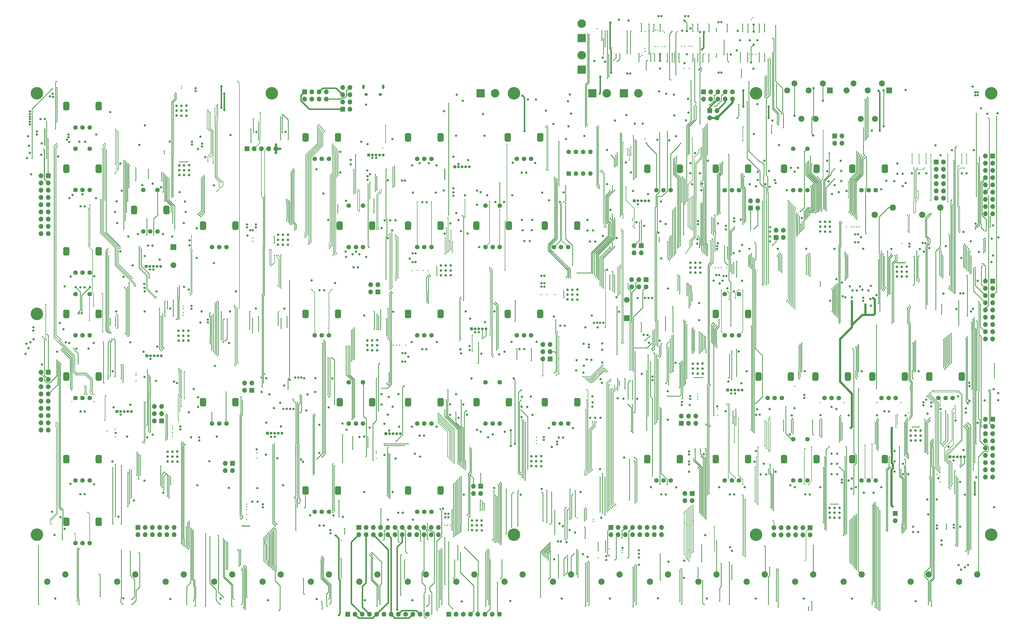
<source format=gbr>
%TF.GenerationSoftware,KiCad,Pcbnew,(5.1.9-0-10_14)*%
%TF.CreationDate,2021-03-16T16:40:44+11:00*%
%TF.ProjectId,Boom-1-Top,426f6f6d-2d31-42d5-946f-702e6b696361,rev?*%
%TF.SameCoordinates,Original*%
%TF.FileFunction,Copper,L4,Bot*%
%TF.FilePolarity,Positive*%
%FSLAX46Y46*%
G04 Gerber Fmt 4.6, Leading zero omitted, Abs format (unit mm)*
G04 Created by KiCad (PCBNEW (5.1.9-0-10_14)) date 2021-03-16 16:40:44*
%MOMM*%
%LPD*%
G01*
G04 APERTURE LIST*
%TA.AperFunction,ComponentPad*%
%ADD10O,1.700000X1.700000*%
%TD*%
%TA.AperFunction,ComponentPad*%
%ADD11R,1.700000X1.700000*%
%TD*%
%TA.AperFunction,ComponentPad*%
%ADD12C,1.600200*%
%TD*%
%TA.AperFunction,ComponentPad*%
%ADD13O,1.600000X1.600000*%
%TD*%
%TA.AperFunction,ComponentPad*%
%ADD14R,1.600000X1.600000*%
%TD*%
%TA.AperFunction,ComponentPad*%
%ADD15C,2.200000*%
%TD*%
%TA.AperFunction,ComponentPad*%
%ADD16C,4.400000*%
%TD*%
%TA.AperFunction,ComponentPad*%
%ADD17C,3.000000*%
%TD*%
%TA.AperFunction,ComponentPad*%
%ADD18R,3.000000X3.000000*%
%TD*%
%TA.AperFunction,ComponentPad*%
%ADD19R,2.000000X2.000000*%
%TD*%
%TA.AperFunction,ComponentPad*%
%ADD20C,2.000000*%
%TD*%
%TA.AperFunction,ComponentPad*%
%ADD21O,1.000000X1.000000*%
%TD*%
%TA.AperFunction,ComponentPad*%
%ADD22R,1.000000X1.000000*%
%TD*%
%TA.AperFunction,ComponentPad*%
%ADD23O,1.250000X0.950000*%
%TD*%
%TA.AperFunction,ComponentPad*%
%ADD24O,0.890000X1.550000*%
%TD*%
%TA.AperFunction,ComponentPad*%
%ADD25C,2.100000*%
%TD*%
%TA.AperFunction,ComponentPad*%
%ADD26R,2.100000X2.100000*%
%TD*%
%TA.AperFunction,ViaPad*%
%ADD27C,0.450000*%
%TD*%
%TA.AperFunction,ViaPad*%
%ADD28C,0.800000*%
%TD*%
%TA.AperFunction,ViaPad*%
%ADD29C,0.900000*%
%TD*%
%TA.AperFunction,Conductor*%
%ADD30C,0.200000*%
%TD*%
%TA.AperFunction,Conductor*%
%ADD31C,0.250000*%
%TD*%
%TA.AperFunction,Conductor*%
%ADD32C,0.300000*%
%TD*%
%TA.AperFunction,Conductor*%
%ADD33C,0.500000*%
%TD*%
%TA.AperFunction,Conductor*%
%ADD34C,0.800000*%
%TD*%
G04 APERTURE END LIST*
D10*
%TO.P,J54,2*%
%TO.N,GND*%
X437800000Y-259840000D03*
D11*
%TO.P,J54,1*%
%TO.N,OLED_VCC_16V*%
X437800000Y-257300000D03*
%TD*%
%TO.P,SW2,2*%
%TO.N,N/C*%
%TA.AperFunction,ComponentPad*%
G36*
G01*
X157100000Y-137150000D02*
X157100000Y-135250000D01*
G75*
G02*
X157650000Y-134700000I550000J0D01*
G01*
X158750000Y-134700000D01*
G75*
G02*
X159300000Y-135250000I0J-550000D01*
G01*
X159300000Y-137150000D01*
G75*
G02*
X158750000Y-137700000I-550000J0D01*
G01*
X157650000Y-137700000D01*
G75*
G02*
X157100000Y-137150000I0J550000D01*
G01*
G37*
%TD.AperFunction*%
%TO.P,SW2,1*%
%TA.AperFunction,ComponentPad*%
G36*
G01*
X145700000Y-137150000D02*
X145700000Y-135250000D01*
G75*
G02*
X146250000Y-134700000I550000J0D01*
G01*
X147350000Y-134700000D01*
G75*
G02*
X147900000Y-135250000I0J-550000D01*
G01*
X147900000Y-137150000D01*
G75*
G02*
X147350000Y-137700000I-550000J0D01*
G01*
X146250000Y-137700000D01*
G75*
G02*
X145700000Y-137150000I0J550000D01*
G01*
G37*
%TD.AperFunction*%
D12*
%TO.P,SW2,S1*%
%TO.N,GND*%
X150000000Y-129200000D03*
%TO.P,SW2,S2*%
%TO.N,Net-(SW2-PadS2)*%
X155000000Y-129200000D03*
%TO.P,SW2,B*%
%TO.N,Net-(R18-Pad2)*%
X155000000Y-143700000D03*
%TO.P,SW2,C*%
%TO.N,GND*%
X152500000Y-143700000D03*
%TO.P,SW2,A*%
%TO.N,Net-(R17-Pad1)*%
X150000000Y-143700000D03*
%TD*%
%TO.P,SW1,2*%
%TO.N,N/C*%
%TA.AperFunction,ComponentPad*%
G36*
G01*
X157100000Y-115140000D02*
X157100000Y-113240000D01*
G75*
G02*
X157650000Y-112690000I550000J0D01*
G01*
X158750000Y-112690000D01*
G75*
G02*
X159300000Y-113240000I0J-550000D01*
G01*
X159300000Y-115140000D01*
G75*
G02*
X158750000Y-115690000I-550000J0D01*
G01*
X157650000Y-115690000D01*
G75*
G02*
X157100000Y-115140000I0J550000D01*
G01*
G37*
%TD.AperFunction*%
%TO.P,SW1,1*%
%TA.AperFunction,ComponentPad*%
G36*
G01*
X145700000Y-115150000D02*
X145700000Y-113250000D01*
G75*
G02*
X146250000Y-112700000I550000J0D01*
G01*
X147350000Y-112700000D01*
G75*
G02*
X147900000Y-113250000I0J-550000D01*
G01*
X147900000Y-115150000D01*
G75*
G02*
X147350000Y-115700000I-550000J0D01*
G01*
X146250000Y-115700000D01*
G75*
G02*
X145700000Y-115150000I0J550000D01*
G01*
G37*
%TD.AperFunction*%
%TO.P,SW1,A*%
%TO.N,Net-(R1-Pad1)*%
X150000000Y-121700000D03*
%TO.P,SW1,C*%
%TO.N,GND*%
X152500000Y-121700000D03*
%TO.P,SW1,B*%
%TO.N,Net-(R16-Pad2)*%
X155000000Y-121700000D03*
%TD*%
D13*
%TO.P,U57,8*%
%TO.N,+3V3*%
X323200000Y-130280000D03*
%TO.P,U57,4*%
%TO.N,GND*%
X330820000Y-137900000D03*
%TO.P,U57,7*%
X325740000Y-130280000D03*
%TO.P,U57,3*%
X328280000Y-137900000D03*
%TO.P,U57,6*%
%TO.N,FV1EEpromSCL*%
X328280000Y-130280000D03*
%TO.P,U57,2*%
%TO.N,GND*%
X325740000Y-137900000D03*
%TO.P,U57,5*%
%TO.N,FV1EEpromSDA*%
X330820000Y-130280000D03*
D14*
%TO.P,U57,1*%
%TO.N,GND*%
X323200000Y-137900000D03*
%TD*%
D10*
%TO.P,J53,5*%
%TO.N,+3V3*%
X220360000Y-129200000D03*
%TO.P,J53,4*%
%TO.N,LEFT_I2C_0_SDA*%
X217820000Y-129200000D03*
%TO.P,J53,3*%
%TO.N,LEFT_I2C_0_SCL*%
X215280000Y-129200000D03*
%TO.P,J53,2*%
%TO.N,HAPTIC_TRIG*%
X212740000Y-129200000D03*
D11*
%TO.P,J53,1*%
%TO.N,GND*%
X210200000Y-129200000D03*
%TD*%
D10*
%TO.P,J52,12*%
%TO.N,GND*%
X454740000Y-146500000D03*
%TO.P,J52,11*%
%TO.N,SDIO_CMD*%
X452200000Y-146500000D03*
%TO.P,J52,10*%
%TO.N,GND*%
X454740000Y-143960000D03*
%TO.P,J52,9*%
%TO.N,SDIO_D3*%
X452200000Y-143960000D03*
%TO.P,J52,8*%
%TO.N,GND*%
X454740000Y-141420000D03*
%TO.P,J52,7*%
%TO.N,SDIO_D2*%
X452200000Y-141420000D03*
%TO.P,J52,6*%
%TO.N,GND*%
X454740000Y-138880000D03*
%TO.P,J52,5*%
%TO.N,SDIO_D1*%
X452200000Y-138880000D03*
%TO.P,J52,4*%
%TO.N,GND*%
X454740000Y-136340000D03*
%TO.P,J52,3*%
%TO.N,SDIO_D0*%
X452200000Y-136340000D03*
%TO.P,J52,2*%
%TO.N,SDIO_DETECT*%
X454740000Y-133800000D03*
D11*
%TO.P,J52,1*%
%TO.N,SDIO_CLK*%
X452200000Y-133800000D03*
%TD*%
D10*
%TO.P,J51,6*%
%TO.N,OLED_RESET*%
X367780000Y-223060000D03*
%TO.P,J51,5*%
%TO.N,GND*%
X367780000Y-225600000D03*
%TO.P,J51,4*%
%TO.N,OLED_SPI_CS*%
X365240000Y-223060000D03*
%TO.P,J51,3*%
%TO.N,GND*%
X365240000Y-225600000D03*
%TO.P,J51,2*%
%TO.N,OLED_DATA_SELECT*%
X362700000Y-223060000D03*
D11*
%TO.P,J51,1*%
%TO.N,GND*%
X362700000Y-225600000D03*
%TD*%
D10*
%TO.P,J50,6*%
%TO.N,GND*%
X345320000Y-177740000D03*
%TO.P,J50,5*%
X345320000Y-175200000D03*
%TO.P,J50,4*%
X347860000Y-177740000D03*
%TO.P,J50,3*%
%TO.N,I2CBus2Interrupt*%
X347860000Y-175200000D03*
%TO.P,J50,2*%
%TO.N,I2CBus2SDA*%
X350400000Y-177740000D03*
D11*
%TO.P,J50,1*%
%TO.N,I2CBus2SCL*%
X350400000Y-175200000D03*
%TD*%
D10*
%TO.P,J49,6*%
%TO.N,GND*%
X314160000Y-197920000D03*
%TO.P,J49,5*%
X316700000Y-197920000D03*
%TO.P,J49,4*%
X314160000Y-200460000D03*
%TO.P,J49,3*%
%TO.N,I2CBus1Interrupt*%
X316700000Y-200460000D03*
%TO.P,J49,2*%
%TO.N,I2CBus1SDA*%
X314160000Y-203000000D03*
D11*
%TO.P,J49,1*%
%TO.N,I2CBus1SCL*%
X316700000Y-203000000D03*
%TD*%
D10*
%TO.P,J48,4*%
%TO.N,GND*%
X419140000Y-127240000D03*
%TO.P,J48,3*%
%TO.N,MIDITXUSART*%
X416600000Y-127240000D03*
%TO.P,J48,2*%
%TO.N,GND*%
X419140000Y-124700000D03*
D11*
%TO.P,J48,1*%
%TO.N,MIDIRXUSART*%
X416600000Y-124700000D03*
%TD*%
D10*
%TO.P,J47,12*%
%TO.N,GND*%
X395200000Y-264840000D03*
%TO.P,J47,11*%
%TO.N,BT_RX*%
X395200000Y-262300000D03*
%TO.P,J47,10*%
%TO.N,GND*%
X397740000Y-264840000D03*
%TO.P,J47,9*%
%TO.N,BT_TX*%
X397740000Y-262300000D03*
%TO.P,J47,8*%
%TO.N,GND*%
X400280000Y-264840000D03*
%TO.P,J47,7*%
%TO.N,SPIBus1MOSI*%
X400280000Y-262300000D03*
%TO.P,J47,6*%
%TO.N,BT_SPI_IRQ*%
X402820000Y-264840000D03*
%TO.P,J47,5*%
%TO.N,SPIBus1MISO*%
X402820000Y-262300000D03*
%TO.P,J47,4*%
%TO.N,GND*%
X405360000Y-264840000D03*
%TO.P,J47,3*%
%TO.N,BT_SPI_CS*%
X405360000Y-262300000D03*
%TO.P,J47,2*%
%TO.N,GND*%
X407900000Y-264840000D03*
D11*
%TO.P,J47,1*%
%TO.N,SPIBus1CLK*%
X407900000Y-262300000D03*
%TD*%
D10*
%TO.P,J36,6*%
%TO.N,GND*%
X177760000Y-219720000D03*
%TO.P,J36,5*%
%TO.N,SPIBus1CLK*%
X180300000Y-219720000D03*
%TO.P,J36,4*%
%TO.N,GND*%
X177760000Y-222260000D03*
%TO.P,J36,3*%
%TO.N,SPIBus1MISO*%
X180300000Y-222260000D03*
%TO.P,J36,2*%
%TO.N,GND*%
X177760000Y-224800000D03*
D11*
%TO.P,J36,1*%
%TO.N,SPIBus1MOSI*%
X180300000Y-224800000D03*
%TD*%
D10*
%TO.P,J25,4*%
%TO.N,GND*%
X209360000Y-211460000D03*
%TO.P,J25,3*%
X209360000Y-214000000D03*
%TO.P,J25,2*%
%TO.N,LEFT_I2C_0_SCL*%
X211900000Y-211460000D03*
D11*
%TO.P,J25,1*%
%TO.N,LEFT_I2C_0_SDA*%
X211900000Y-214000000D03*
%TD*%
D10*
%TO.P,J31,4*%
%TO.N,GND*%
X253700000Y-176960000D03*
%TO.P,J31,3*%
X253700000Y-179500000D03*
%TO.P,J31,2*%
%TO.N,LEFT_I2C_3_SCL*%
X256240000Y-176960000D03*
D11*
%TO.P,J31,1*%
%TO.N,LEFT_I2C_3_SDA*%
X256240000Y-179500000D03*
%TD*%
D15*
%TO.P,SW51,2*%
%TO.N,GND*%
X249700000Y-281240000D03*
%TO.P,SW51,1*%
%TO.N,STEP6SW*%
X256050000Y-278700000D03*
%TD*%
D10*
%TO.P,J35,4*%
%TO.N,GND*%
X389540000Y-147460000D03*
%TO.P,J35,3*%
X387000000Y-147460000D03*
%TO.P,J35,2*%
%TO.N,RIGHT_I2C_3_SCL*%
X389540000Y-150000000D03*
D11*
%TO.P,J35,1*%
%TO.N,RIGHT_I2C_3_SDA*%
X387000000Y-150000000D03*
%TD*%
D10*
%TO.P,J34,4*%
%TO.N,GND*%
X398540000Y-157760000D03*
%TO.P,J34,3*%
X396000000Y-157760000D03*
%TO.P,J34,2*%
%TO.N,RIGHT_I2C_2_SCL*%
X398540000Y-160300000D03*
D11*
%TO.P,J34,1*%
%TO.N,RIGHT_I2C_2_SDA*%
X396000000Y-160300000D03*
%TD*%
D10*
%TO.P,J33,4*%
%TO.N,GND*%
X363960000Y-252840000D03*
%TO.P,J33,3*%
X366500000Y-252840000D03*
%TO.P,J33,2*%
%TO.N,RIGHT_I2C_1_SCL*%
X363960000Y-250300000D03*
D11*
%TO.P,J33,1*%
%TO.N,RIGHT_I2C_1_SDA*%
X366500000Y-250300000D03*
%TD*%
D10*
%TO.P,J32,4*%
%TO.N,GND*%
X346160000Y-165740000D03*
%TO.P,J32,3*%
X348700000Y-165740000D03*
%TO.P,J32,2*%
%TO.N,RIGHT_I2C_0_SCL*%
X346160000Y-163200000D03*
D11*
%TO.P,J32,1*%
%TO.N,RIGHT_I2C_0_SDA*%
X348700000Y-163200000D03*
%TD*%
D10*
%TO.P,J30,4*%
%TO.N,GND*%
X202660000Y-242240000D03*
%TO.P,J30,3*%
X205200000Y-242240000D03*
%TO.P,J30,2*%
%TO.N,LEFT_I2C_2_SCL*%
X202660000Y-239700000D03*
D11*
%TO.P,J30,1*%
%TO.N,LEFT_I2C_2_SDA*%
X205200000Y-239700000D03*
%TD*%
D10*
%TO.P,J29,4*%
%TO.N,GND*%
X289760000Y-250300000D03*
%TO.P,J29,3*%
X292300000Y-250300000D03*
%TO.P,J29,2*%
%TO.N,LEFT_I2C_1_SCL*%
X289760000Y-247760000D03*
D11*
%TO.P,J29,1*%
%TO.N,LEFT_I2C_1_SDA*%
X292300000Y-247760000D03*
%TD*%
D10*
%TO.P,J28,12*%
%TO.N,FiltConn2+12V*%
X273540000Y-292700000D03*
%TO.P,J28,11*%
%TO.N,FiltConn2-12V*%
X271000000Y-292700000D03*
%TO.P,J28,10*%
%TO.N,FiltConn2GND*%
X268460000Y-292700000D03*
%TO.P,J28,9*%
%TO.N,FiltConn2+12V*%
X265920000Y-292700000D03*
%TO.P,J28,8*%
%TO.N,FiltConn2-12V*%
X263380000Y-292700000D03*
%TO.P,J28,7*%
%TO.N,FiltConn2GND*%
X260840000Y-292700000D03*
%TO.P,J28,6*%
%TO.N,FiltConn2+12V*%
X258300000Y-292700000D03*
%TO.P,J28,5*%
%TO.N,FiltConn2-12V*%
X255760000Y-292700000D03*
%TO.P,J28,4*%
%TO.N,FiltConn2GND*%
X253220000Y-292700000D03*
%TO.P,J28,3*%
%TO.N,FiltConn2+12V*%
X250680000Y-292700000D03*
%TO.P,J28,2*%
%TO.N,FiltConn2-12V*%
X248140000Y-292700000D03*
D11*
%TO.P,J28,1*%
%TO.N,FiltConn2GND*%
X245600000Y-292700000D03*
%TD*%
D10*
%TO.P,J27,8*%
%TO.N,SubAmpAudioBypassSend*%
X298880000Y-292700000D03*
%TO.P,J27,7*%
%TO.N,SubAmpAudioBypassReturn*%
X296340000Y-292700000D03*
%TO.P,J27,6*%
%TO.N,PreFV1FXReturn*%
X293800000Y-292700000D03*
%TO.P,J27,5*%
%TO.N,PreFV1FXSend*%
X291260000Y-292700000D03*
%TO.P,J27,4*%
%TO.N,SubFXSend*%
X288720000Y-292700000D03*
%TO.P,J27,3*%
%TO.N,SubFXReturn*%
X286180000Y-292700000D03*
%TO.P,J27,2*%
%TO.N,Osc2FXSend*%
X283640000Y-292700000D03*
D11*
%TO.P,J27,1*%
%TO.N,Osc2FXReturn*%
X281100000Y-292700000D03*
%TD*%
D10*
%TO.P,J26,4*%
%TO.N,MixOutGND*%
X375240000Y-118340000D03*
%TO.P,J26,3*%
%TO.N,MixOutRightTip*%
X375240000Y-115800000D03*
%TO.P,J26,2*%
%TO.N,MixOutGND*%
X372700000Y-118340000D03*
D11*
%TO.P,J26,1*%
%TO.N,MixOutLeftTip*%
X372700000Y-115800000D03*
%TD*%
D10*
%TO.P,J24,8*%
%TO.N,Osc1FXReturn*%
X246400000Y-107700000D03*
%TO.P,J24,7*%
%TO.N,FiltConn1-GND*%
X243860000Y-107700000D03*
%TO.P,J24,6*%
%TO.N,Net-(J24-Pad6)*%
X246400000Y-110240000D03*
%TO.P,J24,5*%
%TO.N,FiltConn1-12V*%
X243860000Y-110240000D03*
%TO.P,J24,4*%
%TO.N,Net-(J24-Pad4)*%
X246400000Y-112780000D03*
%TO.P,J24,3*%
%TO.N,FiltConn1-GND*%
X243860000Y-112780000D03*
%TO.P,J24,2*%
%TO.N,Osc1FXSend*%
X246400000Y-115320000D03*
D11*
%TO.P,J24,1*%
%TO.N,FiltConn1+12V*%
X243860000Y-115320000D03*
%TD*%
D15*
%TO.P,SW62,2*%
%TO.N,GND*%
X447330000Y-152350000D03*
%TO.P,SW62,1*%
%TO.N,DOWNSW*%
X453680000Y-149810000D03*
%TD*%
%TO.P,SW61,2*%
%TO.N,GND*%
X430650000Y-152350000D03*
%TO.P,SW61,1*%
%TO.N,UPSW*%
X437000000Y-149810000D03*
%TD*%
%TO.P,SW60,2*%
%TO.N,GND*%
X460230000Y-281240000D03*
%TO.P,SW60,1*%
%TO.N,AUXSW*%
X466580000Y-278700000D03*
%TD*%
%TO.P,SW59,2*%
%TO.N,GND*%
X140150000Y-281240000D03*
%TO.P,SW59,1*%
%TO.N,STARTSW*%
X146500000Y-278700000D03*
%TD*%
%TO.P,SW58,2*%
%TO.N,GND*%
X443230000Y-281240000D03*
%TO.P,SW58,1*%
%TO.N,SHIFTSW*%
X449580000Y-278700000D03*
%TD*%
%TO.P,SW57,2*%
%TO.N,GND*%
X419700000Y-281240000D03*
%TO.P,SW57,1*%
%TO.N,STEP16SW*%
X426050000Y-278700000D03*
%TD*%
%TO.P,SW56,2*%
%TO.N,GND*%
X283700000Y-281240000D03*
%TO.P,SW56,1*%
%TO.N,STEP8SW*%
X290050000Y-278700000D03*
%TD*%
%TO.P,SW55,2*%
%TO.N,GND*%
X402700000Y-281240000D03*
%TO.P,SW55,1*%
%TO.N,STEP15SW*%
X409050000Y-278700000D03*
%TD*%
%TO.P,SW54,2*%
%TO.N,GND*%
X266700000Y-281240000D03*
%TO.P,SW54,1*%
%TO.N,STEP7SW*%
X273050000Y-278700000D03*
%TD*%
%TO.P,SW52,2*%
%TO.N,GND*%
X385700000Y-281240000D03*
%TO.P,SW52,1*%
%TO.N,STEP14SW*%
X392050000Y-278700000D03*
%TD*%
%TO.P,SW50,2*%
%TO.N,GND*%
X368700000Y-281240000D03*
%TO.P,SW50,1*%
%TO.N,STEP13SW*%
X375050000Y-278700000D03*
%TD*%
%TO.P,SW49,2*%
%TO.N,GND*%
X232700000Y-281240000D03*
%TO.P,SW49,1*%
%TO.N,STEP5SW*%
X239050000Y-278700000D03*
%TD*%
%TO.P,SW48,2*%
%TO.N,GND*%
X351700000Y-281240000D03*
%TO.P,SW48,1*%
%TO.N,STEP12SW*%
X358050000Y-278700000D03*
%TD*%
%TO.P,SW47,2*%
%TO.N,GND*%
X215700000Y-281240000D03*
%TO.P,SW47,1*%
%TO.N,STEP4SW*%
X222050000Y-278700000D03*
%TD*%
%TO.P,SW46,2*%
%TO.N,GND*%
X334700000Y-281240000D03*
%TO.P,SW46,1*%
%TO.N,STEP11SW*%
X341050000Y-278700000D03*
%TD*%
%TO.P,SW45,2*%
%TO.N,GND*%
X198700000Y-281240000D03*
%TO.P,SW45,1*%
%TO.N,STEP3SW*%
X205050000Y-278700000D03*
%TD*%
%TO.P,SW44,2*%
%TO.N,GND*%
X317700000Y-281240000D03*
%TO.P,SW44,1*%
%TO.N,STEP10SW*%
X324050000Y-278700000D03*
%TD*%
%TO.P,SW42,2*%
%TO.N,GND*%
X181700000Y-281240000D03*
%TO.P,SW42,1*%
%TO.N,STEP2SW*%
X188050000Y-278700000D03*
%TD*%
%TO.P,SW9,2*%
%TO.N,GND*%
X300700000Y-281240000D03*
%TO.P,SW9,1*%
%TO.N,STEP9SW*%
X307050000Y-278700000D03*
%TD*%
%TO.P,SW8,2*%
%TO.N,GND*%
X164700000Y-281240000D03*
%TO.P,SW8,1*%
%TO.N,STEP1SW*%
X171050000Y-278700000D03*
%TD*%
%TO.P,SW12,2*%
%TO.N,N/C*%
%TA.AperFunction,ComponentPad*%
G36*
G01*
X241100000Y-126140000D02*
X241100000Y-124240000D01*
G75*
G02*
X241650000Y-123690000I550000J0D01*
G01*
X242750000Y-123690000D01*
G75*
G02*
X243300000Y-124240000I0J-550000D01*
G01*
X243300000Y-126140000D01*
G75*
G02*
X242750000Y-126690000I-550000J0D01*
G01*
X241650000Y-126690000D01*
G75*
G02*
X241100000Y-126140000I0J550000D01*
G01*
G37*
%TD.AperFunction*%
%TO.P,SW12,1*%
%TA.AperFunction,ComponentPad*%
G36*
G01*
X229700000Y-126150000D02*
X229700000Y-124250000D01*
G75*
G02*
X230250000Y-123700000I550000J0D01*
G01*
X231350000Y-123700000D01*
G75*
G02*
X231900000Y-124250000I0J-550000D01*
G01*
X231900000Y-126150000D01*
G75*
G02*
X231350000Y-126700000I-550000J0D01*
G01*
X230250000Y-126700000D01*
G75*
G02*
X229700000Y-126150000I0J550000D01*
G01*
G37*
%TD.AperFunction*%
D12*
%TO.P,SW12,A*%
%TO.N,Net-(R45-Pad1)*%
X234000000Y-132700000D03*
%TO.P,SW12,C*%
%TO.N,GND*%
X236500000Y-132700000D03*
%TO.P,SW12,B*%
%TO.N,Net-(R46-Pad2)*%
X239000000Y-132700000D03*
%TD*%
%TO.P,SW36,2*%
%TO.N,N/C*%
%TA.AperFunction,ComponentPad*%
G36*
G01*
X409090000Y-137160000D02*
X409090000Y-135260000D01*
G75*
G02*
X409640000Y-134710000I550000J0D01*
G01*
X410740000Y-134710000D01*
G75*
G02*
X411290000Y-135260000I0J-550000D01*
G01*
X411290000Y-137160000D01*
G75*
G02*
X410740000Y-137710000I-550000J0D01*
G01*
X409640000Y-137710000D01*
G75*
G02*
X409090000Y-137160000I0J550000D01*
G01*
G37*
%TD.AperFunction*%
%TO.P,SW36,1*%
%TA.AperFunction,ComponentPad*%
G36*
G01*
X397690000Y-137160000D02*
X397690000Y-135260000D01*
G75*
G02*
X398240000Y-134710000I550000J0D01*
G01*
X399340000Y-134710000D01*
G75*
G02*
X399890000Y-135260000I0J-550000D01*
G01*
X399890000Y-137160000D01*
G75*
G02*
X399340000Y-137710000I-550000J0D01*
G01*
X398240000Y-137710000D01*
G75*
G02*
X397690000Y-137160000I0J550000D01*
G01*
G37*
%TD.AperFunction*%
%TO.P,SW36,S1*%
%TO.N,GND*%
X401990000Y-129210000D03*
%TO.P,SW36,S2*%
%TO.N,Net-(SW36-PadS2)*%
X406990000Y-129210000D03*
%TO.P,SW36,B*%
%TO.N,Net-(R138-Pad2)*%
X406990000Y-143710000D03*
%TO.P,SW36,C*%
%TO.N,GND*%
X404490000Y-143710000D03*
%TO.P,SW36,A*%
%TO.N,Net-(R144-Pad1)*%
X401990000Y-143710000D03*
%TD*%
%TO.P,SW35,2*%
%TO.N,N/C*%
%TA.AperFunction,ComponentPad*%
G36*
G01*
X409090000Y-239160000D02*
X409090000Y-237260000D01*
G75*
G02*
X409640000Y-236710000I550000J0D01*
G01*
X410740000Y-236710000D01*
G75*
G02*
X411290000Y-237260000I0J-550000D01*
G01*
X411290000Y-239160000D01*
G75*
G02*
X410740000Y-239710000I-550000J0D01*
G01*
X409640000Y-239710000D01*
G75*
G02*
X409090000Y-239160000I0J550000D01*
G01*
G37*
%TD.AperFunction*%
%TO.P,SW35,1*%
%TA.AperFunction,ComponentPad*%
G36*
G01*
X397690000Y-239160000D02*
X397690000Y-237260000D01*
G75*
G02*
X398240000Y-236710000I550000J0D01*
G01*
X399340000Y-236710000D01*
G75*
G02*
X399890000Y-237260000I0J-550000D01*
G01*
X399890000Y-239160000D01*
G75*
G02*
X399340000Y-239710000I-550000J0D01*
G01*
X398240000Y-239710000D01*
G75*
G02*
X397690000Y-239160000I0J550000D01*
G01*
G37*
%TD.AperFunction*%
%TO.P,SW35,S1*%
%TO.N,Net-(SW35-PadS1)*%
X401990000Y-231210000D03*
%TO.P,SW35,S2*%
%TO.N,GND*%
X406990000Y-231210000D03*
%TO.P,SW35,B*%
%TO.N,Net-(R143-Pad2)*%
X406990000Y-245710000D03*
%TO.P,SW35,C*%
%TO.N,GND*%
X404490000Y-245710000D03*
%TO.P,SW35,A*%
%TO.N,Net-(R137-Pad1)*%
X401990000Y-245710000D03*
%TD*%
D16*
%TO.P,H12,1*%
%TO.N,GND*%
X471500000Y-264700000D03*
%TD*%
%TO.P,H11,1*%
%TO.N,GND*%
X389000000Y-264700000D03*
%TD*%
%TO.P,H10,1*%
%TO.N,GND*%
X304000000Y-264700000D03*
%TD*%
%TO.P,H8,1*%
%TO.N,GND*%
X136500000Y-264700000D03*
%TD*%
%TO.P,H6,1*%
%TO.N,GND*%
X136500000Y-187200000D03*
%TD*%
%TO.P,H5,1*%
%TO.N,GND*%
X471500000Y-109700000D03*
%TD*%
%TO.P,H4,1*%
%TO.N,GND*%
X389000000Y-109700000D03*
%TD*%
%TO.P,H3,1*%
%TO.N,GND*%
X304000000Y-109700000D03*
%TD*%
%TO.P,H2,1*%
%TO.N,GND*%
X219000000Y-109700000D03*
%TD*%
%TO.P,H1,1*%
%TO.N,GND*%
X136500000Y-109700000D03*
%TD*%
%TO.P,SW23,2*%
%TO.N,N/C*%
%TA.AperFunction,ComponentPad*%
G36*
G01*
X301100000Y-219150000D02*
X301100000Y-217250000D01*
G75*
G02*
X301650000Y-216700000I550000J0D01*
G01*
X302750000Y-216700000D01*
G75*
G02*
X303300000Y-217250000I0J-550000D01*
G01*
X303300000Y-219150000D01*
G75*
G02*
X302750000Y-219700000I-550000J0D01*
G01*
X301650000Y-219700000D01*
G75*
G02*
X301100000Y-219150000I0J550000D01*
G01*
G37*
%TD.AperFunction*%
%TO.P,SW23,1*%
%TA.AperFunction,ComponentPad*%
G36*
G01*
X289700000Y-219150000D02*
X289700000Y-217250000D01*
G75*
G02*
X290250000Y-216700000I550000J0D01*
G01*
X291350000Y-216700000D01*
G75*
G02*
X291900000Y-217250000I0J-550000D01*
G01*
X291900000Y-219150000D01*
G75*
G02*
X291350000Y-219700000I-550000J0D01*
G01*
X290250000Y-219700000D01*
G75*
G02*
X289700000Y-219150000I0J550000D01*
G01*
G37*
%TD.AperFunction*%
D12*
%TO.P,SW23,S1*%
%TO.N,GND*%
X294000000Y-211200000D03*
%TO.P,SW23,S2*%
%TO.N,Net-(SW23-PadS2)*%
X299000000Y-211200000D03*
%TO.P,SW23,B*%
%TO.N,Net-(R86-Pad2)*%
X299000000Y-225700000D03*
%TO.P,SW23,C*%
%TO.N,GND*%
X296500000Y-225700000D03*
%TO.P,SW23,A*%
%TO.N,Net-(R90-Pad1)*%
X294000000Y-225700000D03*
%TD*%
%TO.P,SW22,2*%
%TO.N,N/C*%
%TA.AperFunction,ComponentPad*%
G36*
G01*
X301090000Y-157150000D02*
X301090000Y-155250000D01*
G75*
G02*
X301640000Y-154700000I550000J0D01*
G01*
X302740000Y-154700000D01*
G75*
G02*
X303290000Y-155250000I0J-550000D01*
G01*
X303290000Y-157150000D01*
G75*
G02*
X302740000Y-157700000I-550000J0D01*
G01*
X301640000Y-157700000D01*
G75*
G02*
X301090000Y-157150000I0J550000D01*
G01*
G37*
%TD.AperFunction*%
%TO.P,SW22,1*%
%TA.AperFunction,ComponentPad*%
G36*
G01*
X289690000Y-157150000D02*
X289690000Y-155250000D01*
G75*
G02*
X290240000Y-154700000I550000J0D01*
G01*
X291340000Y-154700000D01*
G75*
G02*
X291890000Y-155250000I0J-550000D01*
G01*
X291890000Y-157150000D01*
G75*
G02*
X291340000Y-157700000I-550000J0D01*
G01*
X290240000Y-157700000D01*
G75*
G02*
X289690000Y-157150000I0J550000D01*
G01*
G37*
%TD.AperFunction*%
%TO.P,SW22,S1*%
%TO.N,GND*%
X293990000Y-149200000D03*
%TO.P,SW22,S2*%
%TO.N,Net-(SW22-PadS2)*%
X298990000Y-149200000D03*
%TO.P,SW22,B*%
%TO.N,Net-(R85-Pad2)*%
X298990000Y-163700000D03*
%TO.P,SW22,C*%
%TO.N,GND*%
X296490000Y-163700000D03*
%TO.P,SW22,A*%
%TO.N,Net-(R89-Pad1)*%
X293990000Y-163700000D03*
%TD*%
D17*
%TO.P,J22,2*%
%TO.N,GND*%
X327750000Y-85245000D03*
D18*
%TO.P,J22,1*%
%TO.N,-12VA*%
X327750000Y-90325000D03*
%TD*%
%TO.P,J21,1*%
%TO.N,+12VA*%
X327775000Y-101375000D03*
D17*
%TO.P,J21,2*%
%TO.N,GND*%
X327775000Y-96295000D03*
%TD*%
%TO.P,SW4,2*%
%TO.N,N/C*%
%TA.AperFunction,ComponentPad*%
G36*
G01*
X157100000Y-188150000D02*
X157100000Y-186250000D01*
G75*
G02*
X157650000Y-185700000I550000J0D01*
G01*
X158750000Y-185700000D01*
G75*
G02*
X159300000Y-186250000I0J-550000D01*
G01*
X159300000Y-188150000D01*
G75*
G02*
X158750000Y-188700000I-550000J0D01*
G01*
X157650000Y-188700000D01*
G75*
G02*
X157100000Y-188150000I0J550000D01*
G01*
G37*
%TD.AperFunction*%
%TO.P,SW4,1*%
%TA.AperFunction,ComponentPad*%
G36*
G01*
X145700000Y-188150000D02*
X145700000Y-186250000D01*
G75*
G02*
X146250000Y-185700000I550000J0D01*
G01*
X147350000Y-185700000D01*
G75*
G02*
X147900000Y-186250000I0J-550000D01*
G01*
X147900000Y-188150000D01*
G75*
G02*
X147350000Y-188700000I-550000J0D01*
G01*
X146250000Y-188700000D01*
G75*
G02*
X145700000Y-188150000I0J550000D01*
G01*
G37*
%TD.AperFunction*%
D12*
%TO.P,SW4,S1*%
%TO.N,GND*%
X150000000Y-180200000D03*
%TO.P,SW4,S2*%
%TO.N,Net-(SW4-PadS2)*%
X155000000Y-180200000D03*
%TO.P,SW4,B*%
%TO.N,Net-(R24-Pad2)*%
X155000000Y-194700000D03*
%TO.P,SW4,C*%
%TO.N,GND*%
X152500000Y-194700000D03*
%TO.P,SW4,A*%
%TO.N,Net-(R23-Pad1)*%
X150000000Y-194700000D03*
%TD*%
%TO.P,SW53,2*%
%TO.N,N/C*%
%TA.AperFunction,ComponentPad*%
G36*
G01*
X180900000Y-151650000D02*
X180900000Y-149750000D01*
G75*
G02*
X181450000Y-149200000I550000J0D01*
G01*
X182550000Y-149200000D01*
G75*
G02*
X183100000Y-149750000I0J-550000D01*
G01*
X183100000Y-151650000D01*
G75*
G02*
X182550000Y-152200000I-550000J0D01*
G01*
X181450000Y-152200000D01*
G75*
G02*
X180900000Y-151650000I0J550000D01*
G01*
G37*
%TD.AperFunction*%
%TO.P,SW53,1*%
%TA.AperFunction,ComponentPad*%
G36*
G01*
X169500000Y-151650000D02*
X169500000Y-149750000D01*
G75*
G02*
X170050000Y-149200000I550000J0D01*
G01*
X171150000Y-149200000D01*
G75*
G02*
X171700000Y-149750000I0J-550000D01*
G01*
X171700000Y-151650000D01*
G75*
G02*
X171150000Y-152200000I-550000J0D01*
G01*
X170050000Y-152200000D01*
G75*
G02*
X169500000Y-151650000I0J550000D01*
G01*
G37*
%TD.AperFunction*%
%TO.P,SW53,S1*%
%TO.N,GND*%
X173800000Y-143700000D03*
%TO.P,SW53,S2*%
%TO.N,Net-(SW53-PadS2)*%
X178800000Y-143700000D03*
%TO.P,SW53,B*%
%TO.N,Net-(R183-Pad2)*%
X178800000Y-158200000D03*
%TO.P,SW53,C*%
%TO.N,GND*%
X176300000Y-158200000D03*
%TO.P,SW53,A*%
%TO.N,Net-(R185-Pad1)*%
X173800000Y-158200000D03*
%TD*%
%TO.P,SW28,2*%
%TO.N,N/C*%
%TA.AperFunction,ComponentPad*%
G36*
G01*
X385090000Y-188160000D02*
X385090000Y-186260000D01*
G75*
G02*
X385640000Y-185710000I550000J0D01*
G01*
X386740000Y-185710000D01*
G75*
G02*
X387290000Y-186260000I0J-550000D01*
G01*
X387290000Y-188160000D01*
G75*
G02*
X386740000Y-188710000I-550000J0D01*
G01*
X385640000Y-188710000D01*
G75*
G02*
X385090000Y-188160000I0J550000D01*
G01*
G37*
%TD.AperFunction*%
%TO.P,SW28,1*%
%TA.AperFunction,ComponentPad*%
G36*
G01*
X373690000Y-188160000D02*
X373690000Y-186260000D01*
G75*
G02*
X374240000Y-185710000I550000J0D01*
G01*
X375340000Y-185710000D01*
G75*
G02*
X375890000Y-186260000I0J-550000D01*
G01*
X375890000Y-188160000D01*
G75*
G02*
X375340000Y-188710000I-550000J0D01*
G01*
X374240000Y-188710000D01*
G75*
G02*
X373690000Y-188160000I0J550000D01*
G01*
G37*
%TD.AperFunction*%
%TO.P,SW28,S1*%
%TO.N,Net-(SW28-PadS1)*%
X377990000Y-180210000D03*
%TO.P,SW28,S2*%
%TO.N,GND*%
X382990000Y-180210000D03*
%TO.P,SW28,B*%
%TO.N,Net-(R110-Pad2)*%
X382990000Y-194710000D03*
%TO.P,SW28,C*%
%TO.N,GND*%
X380490000Y-194710000D03*
%TO.P,SW28,A*%
%TO.N,Net-(R109-Pad1)*%
X377990000Y-194710000D03*
%TD*%
%TO.P,SW16,2*%
%TO.N,N/C*%
%TA.AperFunction,ComponentPad*%
G36*
G01*
X253100000Y-219150000D02*
X253100000Y-217250000D01*
G75*
G02*
X253650000Y-216700000I550000J0D01*
G01*
X254750000Y-216700000D01*
G75*
G02*
X255300000Y-217250000I0J-550000D01*
G01*
X255300000Y-219150000D01*
G75*
G02*
X254750000Y-219700000I-550000J0D01*
G01*
X253650000Y-219700000D01*
G75*
G02*
X253100000Y-219150000I0J550000D01*
G01*
G37*
%TD.AperFunction*%
%TO.P,SW16,1*%
%TA.AperFunction,ComponentPad*%
G36*
G01*
X241700000Y-219150000D02*
X241700000Y-217250000D01*
G75*
G02*
X242250000Y-216700000I550000J0D01*
G01*
X243350000Y-216700000D01*
G75*
G02*
X243900000Y-217250000I0J-550000D01*
G01*
X243900000Y-219150000D01*
G75*
G02*
X243350000Y-219700000I-550000J0D01*
G01*
X242250000Y-219700000D01*
G75*
G02*
X241700000Y-219150000I0J550000D01*
G01*
G37*
%TD.AperFunction*%
%TO.P,SW16,S1*%
%TO.N,GND*%
X246000000Y-211200000D03*
%TO.P,SW16,S2*%
%TO.N,Net-(SW16-PadS2)*%
X251000000Y-211200000D03*
%TO.P,SW16,B*%
%TO.N,Net-(R58-Pad2)*%
X251000000Y-225700000D03*
%TO.P,SW16,C*%
%TO.N,GND*%
X248500000Y-225700000D03*
%TO.P,SW16,A*%
%TO.N,Net-(R62-Pad1)*%
X246000000Y-225700000D03*
%TD*%
%TO.P,SW15,2*%
%TO.N,N/C*%
%TA.AperFunction,ComponentPad*%
G36*
G01*
X253090000Y-157150000D02*
X253090000Y-155250000D01*
G75*
G02*
X253640000Y-154700000I550000J0D01*
G01*
X254740000Y-154700000D01*
G75*
G02*
X255290000Y-155250000I0J-550000D01*
G01*
X255290000Y-157150000D01*
G75*
G02*
X254740000Y-157700000I-550000J0D01*
G01*
X253640000Y-157700000D01*
G75*
G02*
X253090000Y-157150000I0J550000D01*
G01*
G37*
%TD.AperFunction*%
%TO.P,SW15,1*%
%TA.AperFunction,ComponentPad*%
G36*
G01*
X241690000Y-157150000D02*
X241690000Y-155250000D01*
G75*
G02*
X242240000Y-154700000I550000J0D01*
G01*
X243340000Y-154700000D01*
G75*
G02*
X243890000Y-155250000I0J-550000D01*
G01*
X243890000Y-157150000D01*
G75*
G02*
X243340000Y-157700000I-550000J0D01*
G01*
X242240000Y-157700000D01*
G75*
G02*
X241690000Y-157150000I0J550000D01*
G01*
G37*
%TD.AperFunction*%
%TO.P,SW15,S1*%
%TO.N,GND*%
X245990000Y-149200000D03*
%TO.P,SW15,S2*%
%TO.N,Net-(SW15-PadS2)*%
X250990000Y-149200000D03*
%TO.P,SW15,B*%
%TO.N,Net-(R57-Pad2)*%
X250990000Y-163700000D03*
%TO.P,SW15,C*%
%TO.N,GND*%
X248490000Y-163700000D03*
%TO.P,SW15,A*%
%TO.N,Net-(R61-Pad1)*%
X245990000Y-163700000D03*
%TD*%
%TO.P,SW40,2*%
%TO.N,N/C*%
%TA.AperFunction,ComponentPad*%
G36*
G01*
X433090000Y-137150000D02*
X433090000Y-135250000D01*
G75*
G02*
X433640000Y-134700000I550000J0D01*
G01*
X434740000Y-134700000D01*
G75*
G02*
X435290000Y-135250000I0J-550000D01*
G01*
X435290000Y-137150000D01*
G75*
G02*
X434740000Y-137700000I-550000J0D01*
G01*
X433640000Y-137700000D01*
G75*
G02*
X433090000Y-137150000I0J550000D01*
G01*
G37*
%TD.AperFunction*%
%TO.P,SW40,1*%
%TA.AperFunction,ComponentPad*%
G36*
G01*
X421690000Y-137160000D02*
X421690000Y-135260000D01*
G75*
G02*
X422240000Y-134710000I550000J0D01*
G01*
X423340000Y-134710000D01*
G75*
G02*
X423890000Y-135260000I0J-550000D01*
G01*
X423890000Y-137160000D01*
G75*
G02*
X423340000Y-137710000I-550000J0D01*
G01*
X422240000Y-137710000D01*
G75*
G02*
X421690000Y-137160000I0J550000D01*
G01*
G37*
%TD.AperFunction*%
%TO.P,SW40,A*%
%TO.N,Net-(R154-Pad1)*%
X425990000Y-143710000D03*
%TO.P,SW40,C*%
%TO.N,GND*%
X428490000Y-143710000D03*
%TO.P,SW40,B*%
%TO.N,Net-(R150-Pad2)*%
X430990000Y-143710000D03*
%TD*%
%TO.P,SW39,2*%
%TO.N,N/C*%
%TA.AperFunction,ComponentPad*%
G36*
G01*
X433090000Y-239150000D02*
X433090000Y-237250000D01*
G75*
G02*
X433640000Y-236700000I550000J0D01*
G01*
X434740000Y-236700000D01*
G75*
G02*
X435290000Y-237250000I0J-550000D01*
G01*
X435290000Y-239150000D01*
G75*
G02*
X434740000Y-239700000I-550000J0D01*
G01*
X433640000Y-239700000D01*
G75*
G02*
X433090000Y-239150000I0J550000D01*
G01*
G37*
%TD.AperFunction*%
%TO.P,SW39,1*%
%TA.AperFunction,ComponentPad*%
G36*
G01*
X421690000Y-239160000D02*
X421690000Y-237260000D01*
G75*
G02*
X422240000Y-236710000I550000J0D01*
G01*
X423340000Y-236710000D01*
G75*
G02*
X423890000Y-237260000I0J-550000D01*
G01*
X423890000Y-239160000D01*
G75*
G02*
X423340000Y-239710000I-550000J0D01*
G01*
X422240000Y-239710000D01*
G75*
G02*
X421690000Y-239160000I0J550000D01*
G01*
G37*
%TD.AperFunction*%
%TO.P,SW39,A*%
%TO.N,Net-(R149-Pad1)*%
X425990000Y-245710000D03*
%TO.P,SW39,C*%
%TO.N,GND*%
X428490000Y-245710000D03*
%TO.P,SW39,B*%
%TO.N,Net-(R153-Pad2)*%
X430990000Y-245710000D03*
%TD*%
%TO.P,SW38,2*%
%TO.N,N/C*%
%TA.AperFunction,ComponentPad*%
G36*
G01*
X460100000Y-210150000D02*
X460100000Y-208250000D01*
G75*
G02*
X460650000Y-207700000I550000J0D01*
G01*
X461750000Y-207700000D01*
G75*
G02*
X462300000Y-208250000I0J-550000D01*
G01*
X462300000Y-210150000D01*
G75*
G02*
X461750000Y-210700000I-550000J0D01*
G01*
X460650000Y-210700000D01*
G75*
G02*
X460100000Y-210150000I0J550000D01*
G01*
G37*
%TD.AperFunction*%
%TO.P,SW38,1*%
%TA.AperFunction,ComponentPad*%
G36*
G01*
X448700000Y-210160000D02*
X448700000Y-208260000D01*
G75*
G02*
X449250000Y-207710000I550000J0D01*
G01*
X450350000Y-207710000D01*
G75*
G02*
X450900000Y-208260000I0J-550000D01*
G01*
X450900000Y-210160000D01*
G75*
G02*
X450350000Y-210710000I-550000J0D01*
G01*
X449250000Y-210710000D01*
G75*
G02*
X448700000Y-210160000I0J550000D01*
G01*
G37*
%TD.AperFunction*%
%TO.P,SW38,A*%
%TO.N,Net-(R156-Pad1)*%
X453000000Y-216710000D03*
%TO.P,SW38,C*%
%TO.N,GND*%
X455500000Y-216710000D03*
%TO.P,SW38,B*%
%TO.N,Net-(R155-Pad2)*%
X458000000Y-216710000D03*
%TD*%
%TO.P,SW37,2*%
%TO.N,N/C*%
%TA.AperFunction,ComponentPad*%
G36*
G01*
X440095000Y-210150000D02*
X440095000Y-208250000D01*
G75*
G02*
X440645000Y-207700000I550000J0D01*
G01*
X441745000Y-207700000D01*
G75*
G02*
X442295000Y-208250000I0J-550000D01*
G01*
X442295000Y-210150000D01*
G75*
G02*
X441745000Y-210700000I-550000J0D01*
G01*
X440645000Y-210700000D01*
G75*
G02*
X440095000Y-210150000I0J550000D01*
G01*
G37*
%TD.AperFunction*%
%TO.P,SW37,1*%
%TA.AperFunction,ComponentPad*%
G36*
G01*
X428695000Y-210160000D02*
X428695000Y-208260000D01*
G75*
G02*
X429245000Y-207710000I550000J0D01*
G01*
X430345000Y-207710000D01*
G75*
G02*
X430895000Y-208260000I0J-550000D01*
G01*
X430895000Y-210160000D01*
G75*
G02*
X430345000Y-210710000I-550000J0D01*
G01*
X429245000Y-210710000D01*
G75*
G02*
X428695000Y-210160000I0J550000D01*
G01*
G37*
%TD.AperFunction*%
%TO.P,SW37,A*%
%TO.N,Net-(R145-Pad1)*%
X432995000Y-216710000D03*
%TO.P,SW37,C*%
%TO.N,GND*%
X435495000Y-216710000D03*
%TO.P,SW37,B*%
%TO.N,Net-(R139-Pad2)*%
X437995000Y-216710000D03*
%TD*%
%TO.P,SW34,2*%
%TO.N,N/C*%
%TA.AperFunction,ComponentPad*%
G36*
G01*
X420095000Y-210150000D02*
X420095000Y-208250000D01*
G75*
G02*
X420645000Y-207700000I550000J0D01*
G01*
X421745000Y-207700000D01*
G75*
G02*
X422295000Y-208250000I0J-550000D01*
G01*
X422295000Y-210150000D01*
G75*
G02*
X421745000Y-210700000I-550000J0D01*
G01*
X420645000Y-210700000D01*
G75*
G02*
X420095000Y-210150000I0J550000D01*
G01*
G37*
%TD.AperFunction*%
%TO.P,SW34,1*%
%TA.AperFunction,ComponentPad*%
G36*
G01*
X408695000Y-210160000D02*
X408695000Y-208260000D01*
G75*
G02*
X409245000Y-207710000I550000J0D01*
G01*
X410345000Y-207710000D01*
G75*
G02*
X410895000Y-208260000I0J-550000D01*
G01*
X410895000Y-210160000D01*
G75*
G02*
X410345000Y-210710000I-550000J0D01*
G01*
X409245000Y-210710000D01*
G75*
G02*
X408695000Y-210160000I0J550000D01*
G01*
G37*
%TD.AperFunction*%
%TO.P,SW34,A*%
%TO.N,Net-(R135-Pad1)*%
X412995000Y-216710000D03*
%TO.P,SW34,C*%
%TO.N,GND*%
X415495000Y-216710000D03*
%TO.P,SW34,B*%
%TO.N,Net-(R133-Pad2)*%
X417995000Y-216710000D03*
%TD*%
%TO.P,SW33,2*%
%TO.N,N/C*%
%TA.AperFunction,ComponentPad*%
G36*
G01*
X385090000Y-137150000D02*
X385090000Y-135250000D01*
G75*
G02*
X385640000Y-134700000I550000J0D01*
G01*
X386740000Y-134700000D01*
G75*
G02*
X387290000Y-135250000I0J-550000D01*
G01*
X387290000Y-137150000D01*
G75*
G02*
X386740000Y-137700000I-550000J0D01*
G01*
X385640000Y-137700000D01*
G75*
G02*
X385090000Y-137150000I0J550000D01*
G01*
G37*
%TD.AperFunction*%
%TO.P,SW33,1*%
%TA.AperFunction,ComponentPad*%
G36*
G01*
X373690000Y-137160000D02*
X373690000Y-135260000D01*
G75*
G02*
X374240000Y-134710000I550000J0D01*
G01*
X375340000Y-134710000D01*
G75*
G02*
X375890000Y-135260000I0J-550000D01*
G01*
X375890000Y-137160000D01*
G75*
G02*
X375340000Y-137710000I-550000J0D01*
G01*
X374240000Y-137710000D01*
G75*
G02*
X373690000Y-137160000I0J550000D01*
G01*
G37*
%TD.AperFunction*%
%TO.P,SW33,A*%
%TO.N,Net-(R130-Pad1)*%
X377990000Y-143710000D03*
%TO.P,SW33,C*%
%TO.N,GND*%
X380490000Y-143710000D03*
%TO.P,SW33,B*%
%TO.N,Net-(R125-Pad2)*%
X382990000Y-143710000D03*
%TD*%
%TO.P,SW32,2*%
%TO.N,N/C*%
%TA.AperFunction,ComponentPad*%
G36*
G01*
X385090000Y-239150000D02*
X385090000Y-237250000D01*
G75*
G02*
X385640000Y-236700000I550000J0D01*
G01*
X386740000Y-236700000D01*
G75*
G02*
X387290000Y-237250000I0J-550000D01*
G01*
X387290000Y-239150000D01*
G75*
G02*
X386740000Y-239700000I-550000J0D01*
G01*
X385640000Y-239700000D01*
G75*
G02*
X385090000Y-239150000I0J550000D01*
G01*
G37*
%TD.AperFunction*%
%TO.P,SW32,1*%
%TA.AperFunction,ComponentPad*%
G36*
G01*
X373690000Y-239160000D02*
X373690000Y-237260000D01*
G75*
G02*
X374240000Y-236710000I550000J0D01*
G01*
X375340000Y-236710000D01*
G75*
G02*
X375890000Y-237260000I0J-550000D01*
G01*
X375890000Y-239160000D01*
G75*
G02*
X375340000Y-239710000I-550000J0D01*
G01*
X374240000Y-239710000D01*
G75*
G02*
X373690000Y-239160000I0J550000D01*
G01*
G37*
%TD.AperFunction*%
%TO.P,SW32,A*%
%TO.N,Net-(R124-Pad1)*%
X377990000Y-245710000D03*
%TO.P,SW32,C*%
%TO.N,GND*%
X380490000Y-245710000D03*
%TO.P,SW32,B*%
%TO.N,Net-(R129-Pad2)*%
X382990000Y-245710000D03*
%TD*%
%TO.P,SW31,2*%
%TO.N,N/C*%
%TA.AperFunction,ComponentPad*%
G36*
G01*
X400095000Y-210150000D02*
X400095000Y-208250000D01*
G75*
G02*
X400645000Y-207700000I550000J0D01*
G01*
X401745000Y-207700000D01*
G75*
G02*
X402295000Y-208250000I0J-550000D01*
G01*
X402295000Y-210150000D01*
G75*
G02*
X401745000Y-210700000I-550000J0D01*
G01*
X400645000Y-210700000D01*
G75*
G02*
X400095000Y-210150000I0J550000D01*
G01*
G37*
%TD.AperFunction*%
%TO.P,SW31,1*%
%TA.AperFunction,ComponentPad*%
G36*
G01*
X388695000Y-210160000D02*
X388695000Y-208260000D01*
G75*
G02*
X389245000Y-207710000I550000J0D01*
G01*
X390345000Y-207710000D01*
G75*
G02*
X390895000Y-208260000I0J-550000D01*
G01*
X390895000Y-210160000D01*
G75*
G02*
X390345000Y-210710000I-550000J0D01*
G01*
X389245000Y-210710000D01*
G75*
G02*
X388695000Y-210160000I0J550000D01*
G01*
G37*
%TD.AperFunction*%
%TO.P,SW31,A*%
%TO.N,Net-(R123-Pad1)*%
X392995000Y-216710000D03*
%TO.P,SW31,C*%
%TO.N,GND*%
X395495000Y-216710000D03*
%TO.P,SW31,B*%
%TO.N,Net-(R121-Pad2)*%
X397995000Y-216710000D03*
%TD*%
%TO.P,SW30,2*%
%TO.N,N/C*%
%TA.AperFunction,ComponentPad*%
G36*
G01*
X361090000Y-137150000D02*
X361090000Y-135250000D01*
G75*
G02*
X361640000Y-134700000I550000J0D01*
G01*
X362740000Y-134700000D01*
G75*
G02*
X363290000Y-135250000I0J-550000D01*
G01*
X363290000Y-137150000D01*
G75*
G02*
X362740000Y-137700000I-550000J0D01*
G01*
X361640000Y-137700000D01*
G75*
G02*
X361090000Y-137150000I0J550000D01*
G01*
G37*
%TD.AperFunction*%
%TO.P,SW30,1*%
%TA.AperFunction,ComponentPad*%
G36*
G01*
X349690000Y-137160000D02*
X349690000Y-135260000D01*
G75*
G02*
X350240000Y-134710000I550000J0D01*
G01*
X351340000Y-134710000D01*
G75*
G02*
X351890000Y-135260000I0J-550000D01*
G01*
X351890000Y-137160000D01*
G75*
G02*
X351340000Y-137710000I-550000J0D01*
G01*
X350240000Y-137710000D01*
G75*
G02*
X349690000Y-137160000I0J550000D01*
G01*
G37*
%TD.AperFunction*%
%TO.P,SW30,A*%
%TO.N,Net-(R118-Pad1)*%
X353990000Y-143710000D03*
%TO.P,SW30,C*%
%TO.N,GND*%
X356490000Y-143710000D03*
%TO.P,SW30,B*%
%TO.N,Net-(R114-Pad2)*%
X358990000Y-143710000D03*
%TD*%
%TO.P,SW29,2*%
%TO.N,N/C*%
%TA.AperFunction,ComponentPad*%
G36*
G01*
X361090000Y-239150000D02*
X361090000Y-237250000D01*
G75*
G02*
X361640000Y-236700000I550000J0D01*
G01*
X362740000Y-236700000D01*
G75*
G02*
X363290000Y-237250000I0J-550000D01*
G01*
X363290000Y-239150000D01*
G75*
G02*
X362740000Y-239700000I-550000J0D01*
G01*
X361640000Y-239700000D01*
G75*
G02*
X361090000Y-239150000I0J550000D01*
G01*
G37*
%TD.AperFunction*%
%TO.P,SW29,1*%
%TA.AperFunction,ComponentPad*%
G36*
G01*
X349690000Y-239160000D02*
X349690000Y-237260000D01*
G75*
G02*
X350240000Y-236710000I550000J0D01*
G01*
X351340000Y-236710000D01*
G75*
G02*
X351890000Y-237260000I0J-550000D01*
G01*
X351890000Y-239160000D01*
G75*
G02*
X351340000Y-239710000I-550000J0D01*
G01*
X350240000Y-239710000D01*
G75*
G02*
X349690000Y-239160000I0J550000D01*
G01*
G37*
%TD.AperFunction*%
%TO.P,SW29,A*%
%TO.N,Net-(R113-Pad1)*%
X353990000Y-245710000D03*
%TO.P,SW29,C*%
%TO.N,GND*%
X356490000Y-245710000D03*
%TO.P,SW29,B*%
%TO.N,Net-(R117-Pad2)*%
X358990000Y-245710000D03*
%TD*%
%TO.P,SW27,2*%
%TO.N,N/C*%
%TA.AperFunction,ComponentPad*%
G36*
G01*
X325100000Y-219140000D02*
X325100000Y-217240000D01*
G75*
G02*
X325650000Y-216690000I550000J0D01*
G01*
X326750000Y-216690000D01*
G75*
G02*
X327300000Y-217240000I0J-550000D01*
G01*
X327300000Y-219140000D01*
G75*
G02*
X326750000Y-219690000I-550000J0D01*
G01*
X325650000Y-219690000D01*
G75*
G02*
X325100000Y-219140000I0J550000D01*
G01*
G37*
%TD.AperFunction*%
%TO.P,SW27,1*%
%TA.AperFunction,ComponentPad*%
G36*
G01*
X313700000Y-219150000D02*
X313700000Y-217250000D01*
G75*
G02*
X314250000Y-216700000I550000J0D01*
G01*
X315350000Y-216700000D01*
G75*
G02*
X315900000Y-217250000I0J-550000D01*
G01*
X315900000Y-219150000D01*
G75*
G02*
X315350000Y-219700000I-550000J0D01*
G01*
X314250000Y-219700000D01*
G75*
G02*
X313700000Y-219150000I0J550000D01*
G01*
G37*
%TD.AperFunction*%
%TO.P,SW27,A*%
%TO.N,Net-(R106-Pad1)*%
X318000000Y-225700000D03*
%TO.P,SW27,C*%
%TO.N,GND*%
X320500000Y-225700000D03*
%TO.P,SW27,B*%
%TO.N,Net-(R102-Pad2)*%
X323000000Y-225700000D03*
%TD*%
%TO.P,SW26,2*%
%TO.N,N/C*%
%TA.AperFunction,ComponentPad*%
G36*
G01*
X325090000Y-157140000D02*
X325090000Y-155240000D01*
G75*
G02*
X325640000Y-154690000I550000J0D01*
G01*
X326740000Y-154690000D01*
G75*
G02*
X327290000Y-155240000I0J-550000D01*
G01*
X327290000Y-157140000D01*
G75*
G02*
X326740000Y-157690000I-550000J0D01*
G01*
X325640000Y-157690000D01*
G75*
G02*
X325090000Y-157140000I0J550000D01*
G01*
G37*
%TD.AperFunction*%
%TO.P,SW26,1*%
%TA.AperFunction,ComponentPad*%
G36*
G01*
X313690000Y-157150000D02*
X313690000Y-155250000D01*
G75*
G02*
X314240000Y-154700000I550000J0D01*
G01*
X315340000Y-154700000D01*
G75*
G02*
X315890000Y-155250000I0J-550000D01*
G01*
X315890000Y-157150000D01*
G75*
G02*
X315340000Y-157700000I-550000J0D01*
G01*
X314240000Y-157700000D01*
G75*
G02*
X313690000Y-157150000I0J550000D01*
G01*
G37*
%TD.AperFunction*%
%TO.P,SW26,A*%
%TO.N,Net-(R105-Pad1)*%
X317990000Y-163700000D03*
%TO.P,SW26,C*%
%TO.N,GND*%
X320490000Y-163700000D03*
%TO.P,SW26,B*%
%TO.N,Net-(R101-Pad2)*%
X322990000Y-163700000D03*
%TD*%
%TO.P,SW25,2*%
%TO.N,N/C*%
%TA.AperFunction,ComponentPad*%
G36*
G01*
X312100000Y-188140000D02*
X312100000Y-186240000D01*
G75*
G02*
X312650000Y-185690000I550000J0D01*
G01*
X313750000Y-185690000D01*
G75*
G02*
X314300000Y-186240000I0J-550000D01*
G01*
X314300000Y-188140000D01*
G75*
G02*
X313750000Y-188690000I-550000J0D01*
G01*
X312650000Y-188690000D01*
G75*
G02*
X312100000Y-188140000I0J550000D01*
G01*
G37*
%TD.AperFunction*%
%TO.P,SW25,1*%
%TA.AperFunction,ComponentPad*%
G36*
G01*
X300700000Y-188150000D02*
X300700000Y-186250000D01*
G75*
G02*
X301250000Y-185700000I550000J0D01*
G01*
X302350000Y-185700000D01*
G75*
G02*
X302900000Y-186250000I0J-550000D01*
G01*
X302900000Y-188150000D01*
G75*
G02*
X302350000Y-188700000I-550000J0D01*
G01*
X301250000Y-188700000D01*
G75*
G02*
X300700000Y-188150000I0J550000D01*
G01*
G37*
%TD.AperFunction*%
%TO.P,SW25,A*%
%TO.N,Net-(R100-Pad1)*%
X305000000Y-194700000D03*
%TO.P,SW25,C*%
%TO.N,GND*%
X307500000Y-194700000D03*
%TO.P,SW25,B*%
%TO.N,Net-(R94-Pad2)*%
X310000000Y-194700000D03*
%TD*%
%TO.P,SW24,2*%
%TO.N,N/C*%
%TA.AperFunction,ComponentPad*%
G36*
G01*
X312100000Y-126140000D02*
X312100000Y-124240000D01*
G75*
G02*
X312650000Y-123690000I550000J0D01*
G01*
X313750000Y-123690000D01*
G75*
G02*
X314300000Y-124240000I0J-550000D01*
G01*
X314300000Y-126140000D01*
G75*
G02*
X313750000Y-126690000I-550000J0D01*
G01*
X312650000Y-126690000D01*
G75*
G02*
X312100000Y-126140000I0J550000D01*
G01*
G37*
%TD.AperFunction*%
%TO.P,SW24,1*%
%TA.AperFunction,ComponentPad*%
G36*
G01*
X300700000Y-126150000D02*
X300700000Y-124250000D01*
G75*
G02*
X301250000Y-123700000I550000J0D01*
G01*
X302350000Y-123700000D01*
G75*
G02*
X302900000Y-124250000I0J-550000D01*
G01*
X302900000Y-126150000D01*
G75*
G02*
X302350000Y-126700000I-550000J0D01*
G01*
X301250000Y-126700000D01*
G75*
G02*
X300700000Y-126150000I0J550000D01*
G01*
G37*
%TD.AperFunction*%
%TO.P,SW24,A*%
%TO.N,Net-(R97-Pad1)*%
X305000000Y-132700000D03*
%TO.P,SW24,C*%
%TO.N,GND*%
X307500000Y-132700000D03*
%TO.P,SW24,B*%
%TO.N,Net-(R93-Pad2)*%
X310000000Y-132700000D03*
%TD*%
%TO.P,SW21,2*%
%TO.N,N/C*%
%TA.AperFunction,ComponentPad*%
G36*
G01*
X277100000Y-219140000D02*
X277100000Y-217240000D01*
G75*
G02*
X277650000Y-216690000I550000J0D01*
G01*
X278750000Y-216690000D01*
G75*
G02*
X279300000Y-217240000I0J-550000D01*
G01*
X279300000Y-219140000D01*
G75*
G02*
X278750000Y-219690000I-550000J0D01*
G01*
X277650000Y-219690000D01*
G75*
G02*
X277100000Y-219140000I0J550000D01*
G01*
G37*
%TD.AperFunction*%
%TO.P,SW21,1*%
%TA.AperFunction,ComponentPad*%
G36*
G01*
X265700000Y-219150000D02*
X265700000Y-217250000D01*
G75*
G02*
X266250000Y-216700000I550000J0D01*
G01*
X267350000Y-216700000D01*
G75*
G02*
X267900000Y-217250000I0J-550000D01*
G01*
X267900000Y-219150000D01*
G75*
G02*
X267350000Y-219700000I-550000J0D01*
G01*
X266250000Y-219700000D01*
G75*
G02*
X265700000Y-219150000I0J550000D01*
G01*
G37*
%TD.AperFunction*%
%TO.P,SW21,A*%
%TO.N,Net-(R82-Pad1)*%
X270000000Y-225700000D03*
%TO.P,SW21,C*%
%TO.N,GND*%
X272500000Y-225700000D03*
%TO.P,SW21,B*%
%TO.N,Net-(R78-Pad2)*%
X275000000Y-225700000D03*
%TD*%
%TO.P,SW20,2*%
%TO.N,N/C*%
%TA.AperFunction,ComponentPad*%
G36*
G01*
X277090000Y-157140000D02*
X277090000Y-155240000D01*
G75*
G02*
X277640000Y-154690000I550000J0D01*
G01*
X278740000Y-154690000D01*
G75*
G02*
X279290000Y-155240000I0J-550000D01*
G01*
X279290000Y-157140000D01*
G75*
G02*
X278740000Y-157690000I-550000J0D01*
G01*
X277640000Y-157690000D01*
G75*
G02*
X277090000Y-157140000I0J550000D01*
G01*
G37*
%TD.AperFunction*%
%TO.P,SW20,1*%
%TA.AperFunction,ComponentPad*%
G36*
G01*
X265690000Y-157150000D02*
X265690000Y-155250000D01*
G75*
G02*
X266240000Y-154700000I550000J0D01*
G01*
X267340000Y-154700000D01*
G75*
G02*
X267890000Y-155250000I0J-550000D01*
G01*
X267890000Y-157150000D01*
G75*
G02*
X267340000Y-157700000I-550000J0D01*
G01*
X266240000Y-157700000D01*
G75*
G02*
X265690000Y-157150000I0J550000D01*
G01*
G37*
%TD.AperFunction*%
%TO.P,SW20,A*%
%TO.N,Net-(R81-Pad1)*%
X269990000Y-163700000D03*
%TO.P,SW20,C*%
%TO.N,GND*%
X272490000Y-163700000D03*
%TO.P,SW20,B*%
%TO.N,Net-(R77-Pad2)*%
X274990000Y-163700000D03*
%TD*%
%TO.P,SW19,2*%
%TO.N,N/C*%
%TA.AperFunction,ComponentPad*%
G36*
G01*
X277100000Y-250140000D02*
X277100000Y-248240000D01*
G75*
G02*
X277650000Y-247690000I550000J0D01*
G01*
X278750000Y-247690000D01*
G75*
G02*
X279300000Y-248240000I0J-550000D01*
G01*
X279300000Y-250140000D01*
G75*
G02*
X278750000Y-250690000I-550000J0D01*
G01*
X277650000Y-250690000D01*
G75*
G02*
X277100000Y-250140000I0J550000D01*
G01*
G37*
%TD.AperFunction*%
%TO.P,SW19,1*%
%TA.AperFunction,ComponentPad*%
G36*
G01*
X265700000Y-250150000D02*
X265700000Y-248250000D01*
G75*
G02*
X266250000Y-247700000I550000J0D01*
G01*
X267350000Y-247700000D01*
G75*
G02*
X267900000Y-248250000I0J-550000D01*
G01*
X267900000Y-250150000D01*
G75*
G02*
X267350000Y-250700000I-550000J0D01*
G01*
X266250000Y-250700000D01*
G75*
G02*
X265700000Y-250150000I0J550000D01*
G01*
G37*
%TD.AperFunction*%
%TO.P,SW19,A*%
%TO.N,Net-(R67-Pad1)*%
X270000000Y-256700000D03*
%TO.P,SW19,C*%
%TO.N,GND*%
X272500000Y-256700000D03*
%TO.P,SW19,B*%
%TO.N,Net-(R73-Pad2)*%
X275000000Y-256700000D03*
%TD*%
%TO.P,SW18,2*%
%TO.N,N/C*%
%TA.AperFunction,ComponentPad*%
G36*
G01*
X277100000Y-188140000D02*
X277100000Y-186240000D01*
G75*
G02*
X277650000Y-185690000I550000J0D01*
G01*
X278750000Y-185690000D01*
G75*
G02*
X279300000Y-186240000I0J-550000D01*
G01*
X279300000Y-188140000D01*
G75*
G02*
X278750000Y-188690000I-550000J0D01*
G01*
X277650000Y-188690000D01*
G75*
G02*
X277100000Y-188140000I0J550000D01*
G01*
G37*
%TD.AperFunction*%
%TO.P,SW18,1*%
%TA.AperFunction,ComponentPad*%
G36*
G01*
X265700000Y-188150000D02*
X265700000Y-186250000D01*
G75*
G02*
X266250000Y-185700000I550000J0D01*
G01*
X267350000Y-185700000D01*
G75*
G02*
X267900000Y-186250000I0J-550000D01*
G01*
X267900000Y-188150000D01*
G75*
G02*
X267350000Y-188700000I-550000J0D01*
G01*
X266250000Y-188700000D01*
G75*
G02*
X265700000Y-188150000I0J550000D01*
G01*
G37*
%TD.AperFunction*%
%TO.P,SW18,A*%
%TO.N,Net-(R72-Pad1)*%
X270000000Y-194700000D03*
%TO.P,SW18,C*%
%TO.N,GND*%
X272500000Y-194700000D03*
%TO.P,SW18,B*%
%TO.N,Net-(R66-Pad2)*%
X275000000Y-194700000D03*
%TD*%
%TO.P,SW17,B*%
%TO.N,Net-(R65-Pad2)*%
X275000000Y-132700000D03*
%TO.P,SW17,C*%
%TO.N,GND*%
X272500000Y-132700000D03*
%TO.P,SW17,A*%
%TO.N,Net-(R71-Pad1)*%
X270000000Y-132700000D03*
%TO.P,SW17,1*%
%TO.N,N/C*%
%TA.AperFunction,ComponentPad*%
G36*
G01*
X265700000Y-126150000D02*
X265700000Y-124250000D01*
G75*
G02*
X266250000Y-123700000I550000J0D01*
G01*
X267350000Y-123700000D01*
G75*
G02*
X267900000Y-124250000I0J-550000D01*
G01*
X267900000Y-126150000D01*
G75*
G02*
X267350000Y-126700000I-550000J0D01*
G01*
X266250000Y-126700000D01*
G75*
G02*
X265700000Y-126150000I0J550000D01*
G01*
G37*
%TD.AperFunction*%
%TO.P,SW17,2*%
%TA.AperFunction,ComponentPad*%
G36*
G01*
X277100000Y-126140000D02*
X277100000Y-124240000D01*
G75*
G02*
X277650000Y-123690000I550000J0D01*
G01*
X278750000Y-123690000D01*
G75*
G02*
X279300000Y-124240000I0J-550000D01*
G01*
X279300000Y-126140000D01*
G75*
G02*
X278750000Y-126690000I-550000J0D01*
G01*
X277650000Y-126690000D01*
G75*
G02*
X277100000Y-126140000I0J550000D01*
G01*
G37*
%TD.AperFunction*%
%TD*%
%TO.P,SW14,2*%
%TO.N,N/C*%
%TA.AperFunction,ComponentPad*%
G36*
G01*
X241100000Y-250140000D02*
X241100000Y-248240000D01*
G75*
G02*
X241650000Y-247690000I550000J0D01*
G01*
X242750000Y-247690000D01*
G75*
G02*
X243300000Y-248240000I0J-550000D01*
G01*
X243300000Y-250140000D01*
G75*
G02*
X242750000Y-250690000I-550000J0D01*
G01*
X241650000Y-250690000D01*
G75*
G02*
X241100000Y-250140000I0J550000D01*
G01*
G37*
%TD.AperFunction*%
%TO.P,SW14,1*%
%TA.AperFunction,ComponentPad*%
G36*
G01*
X229700000Y-250150000D02*
X229700000Y-248250000D01*
G75*
G02*
X230250000Y-247700000I550000J0D01*
G01*
X231350000Y-247700000D01*
G75*
G02*
X231900000Y-248250000I0J-550000D01*
G01*
X231900000Y-250150000D01*
G75*
G02*
X231350000Y-250700000I-550000J0D01*
G01*
X230250000Y-250700000D01*
G75*
G02*
X229700000Y-250150000I0J550000D01*
G01*
G37*
%TD.AperFunction*%
%TO.P,SW14,A*%
%TO.N,Net-(R49-Pad1)*%
X234000000Y-256700000D03*
%TO.P,SW14,C*%
%TO.N,GND*%
X236500000Y-256700000D03*
%TO.P,SW14,B*%
%TO.N,Net-(R50-Pad2)*%
X239000000Y-256700000D03*
%TD*%
%TO.P,SW13,2*%
%TO.N,N/C*%
%TA.AperFunction,ComponentPad*%
G36*
G01*
X241100000Y-188140000D02*
X241100000Y-186240000D01*
G75*
G02*
X241650000Y-185690000I550000J0D01*
G01*
X242750000Y-185690000D01*
G75*
G02*
X243300000Y-186240000I0J-550000D01*
G01*
X243300000Y-188140000D01*
G75*
G02*
X242750000Y-188690000I-550000J0D01*
G01*
X241650000Y-188690000D01*
G75*
G02*
X241100000Y-188140000I0J550000D01*
G01*
G37*
%TD.AperFunction*%
%TO.P,SW13,1*%
%TA.AperFunction,ComponentPad*%
G36*
G01*
X229700000Y-188150000D02*
X229700000Y-186250000D01*
G75*
G02*
X230250000Y-185700000I550000J0D01*
G01*
X231350000Y-185700000D01*
G75*
G02*
X231900000Y-186250000I0J-550000D01*
G01*
X231900000Y-188150000D01*
G75*
G02*
X231350000Y-188700000I-550000J0D01*
G01*
X230250000Y-188700000D01*
G75*
G02*
X229700000Y-188150000I0J550000D01*
G01*
G37*
%TD.AperFunction*%
%TO.P,SW13,A*%
%TO.N,Net-(R47-Pad1)*%
X234000000Y-194700000D03*
%TO.P,SW13,C*%
%TO.N,GND*%
X236500000Y-194700000D03*
%TO.P,SW13,B*%
%TO.N,Net-(R48-Pad2)*%
X239000000Y-194700000D03*
%TD*%
%TO.P,SW11,2*%
%TO.N,N/C*%
%TA.AperFunction,ComponentPad*%
G36*
G01*
X205100000Y-157140000D02*
X205100000Y-155240000D01*
G75*
G02*
X205650000Y-154690000I550000J0D01*
G01*
X206750000Y-154690000D01*
G75*
G02*
X207300000Y-155240000I0J-550000D01*
G01*
X207300000Y-157140000D01*
G75*
G02*
X206750000Y-157690000I-550000J0D01*
G01*
X205650000Y-157690000D01*
G75*
G02*
X205100000Y-157140000I0J550000D01*
G01*
G37*
%TD.AperFunction*%
%TO.P,SW11,1*%
%TA.AperFunction,ComponentPad*%
G36*
G01*
X193700000Y-157150000D02*
X193700000Y-155250000D01*
G75*
G02*
X194250000Y-154700000I550000J0D01*
G01*
X195350000Y-154700000D01*
G75*
G02*
X195900000Y-155250000I0J-550000D01*
G01*
X195900000Y-157150000D01*
G75*
G02*
X195350000Y-157700000I-550000J0D01*
G01*
X194250000Y-157700000D01*
G75*
G02*
X193700000Y-157150000I0J550000D01*
G01*
G37*
%TD.AperFunction*%
%TO.P,SW11,A*%
%TO.N,Net-(R39-Pad1)*%
X198000000Y-163700000D03*
%TO.P,SW11,C*%
%TO.N,GND*%
X200500000Y-163700000D03*
%TO.P,SW11,B*%
%TO.N,Net-(R40-Pad2)*%
X203000000Y-163700000D03*
%TD*%
%TO.P,SW10,2*%
%TO.N,N/C*%
%TA.AperFunction,ComponentPad*%
G36*
G01*
X205100000Y-219140000D02*
X205100000Y-217240000D01*
G75*
G02*
X205650000Y-216690000I550000J0D01*
G01*
X206750000Y-216690000D01*
G75*
G02*
X207300000Y-217240000I0J-550000D01*
G01*
X207300000Y-219140000D01*
G75*
G02*
X206750000Y-219690000I-550000J0D01*
G01*
X205650000Y-219690000D01*
G75*
G02*
X205100000Y-219140000I0J550000D01*
G01*
G37*
%TD.AperFunction*%
%TO.P,SW10,1*%
%TA.AperFunction,ComponentPad*%
G36*
G01*
X193700000Y-219150000D02*
X193700000Y-217250000D01*
G75*
G02*
X194250000Y-216700000I550000J0D01*
G01*
X195350000Y-216700000D01*
G75*
G02*
X195900000Y-217250000I0J-550000D01*
G01*
X195900000Y-219150000D01*
G75*
G02*
X195350000Y-219700000I-550000J0D01*
G01*
X194250000Y-219700000D01*
G75*
G02*
X193700000Y-219150000I0J550000D01*
G01*
G37*
%TD.AperFunction*%
%TO.P,SW10,A*%
%TO.N,Net-(R37-Pad1)*%
X198000000Y-225700000D03*
%TO.P,SW10,C*%
%TO.N,GND*%
X200500000Y-225700000D03*
%TO.P,SW10,B*%
%TO.N,Net-(R38-Pad2)*%
X203000000Y-225700000D03*
%TD*%
%TO.P,SW7,2*%
%TO.N,N/C*%
%TA.AperFunction,ComponentPad*%
G36*
G01*
X157100000Y-261140000D02*
X157100000Y-259240000D01*
G75*
G02*
X157650000Y-258690000I550000J0D01*
G01*
X158750000Y-258690000D01*
G75*
G02*
X159300000Y-259240000I0J-550000D01*
G01*
X159300000Y-261140000D01*
G75*
G02*
X158750000Y-261690000I-550000J0D01*
G01*
X157650000Y-261690000D01*
G75*
G02*
X157100000Y-261140000I0J550000D01*
G01*
G37*
%TD.AperFunction*%
%TO.P,SW7,1*%
%TA.AperFunction,ComponentPad*%
G36*
G01*
X145700000Y-261150000D02*
X145700000Y-259250000D01*
G75*
G02*
X146250000Y-258700000I550000J0D01*
G01*
X147350000Y-258700000D01*
G75*
G02*
X147900000Y-259250000I0J-550000D01*
G01*
X147900000Y-261150000D01*
G75*
G02*
X147350000Y-261700000I-550000J0D01*
G01*
X146250000Y-261700000D01*
G75*
G02*
X145700000Y-261150000I0J550000D01*
G01*
G37*
%TD.AperFunction*%
%TO.P,SW7,A*%
%TO.N,Net-(R13-Pad1)*%
X150000000Y-267700000D03*
%TO.P,SW7,C*%
%TO.N,GND*%
X152500000Y-267700000D03*
%TO.P,SW7,B*%
%TO.N,Net-(R14-Pad2)*%
X155000000Y-267700000D03*
%TD*%
%TO.P,SW6,2*%
%TO.N,N/C*%
%TA.AperFunction,ComponentPad*%
G36*
G01*
X157100000Y-239140000D02*
X157100000Y-237240000D01*
G75*
G02*
X157650000Y-236690000I550000J0D01*
G01*
X158750000Y-236690000D01*
G75*
G02*
X159300000Y-237240000I0J-550000D01*
G01*
X159300000Y-239140000D01*
G75*
G02*
X158750000Y-239690000I-550000J0D01*
G01*
X157650000Y-239690000D01*
G75*
G02*
X157100000Y-239140000I0J550000D01*
G01*
G37*
%TD.AperFunction*%
%TO.P,SW6,1*%
%TA.AperFunction,ComponentPad*%
G36*
G01*
X145700000Y-239150000D02*
X145700000Y-237250000D01*
G75*
G02*
X146250000Y-236700000I550000J0D01*
G01*
X147350000Y-236700000D01*
G75*
G02*
X147900000Y-237250000I0J-550000D01*
G01*
X147900000Y-239150000D01*
G75*
G02*
X147350000Y-239700000I-550000J0D01*
G01*
X146250000Y-239700000D01*
G75*
G02*
X145700000Y-239150000I0J550000D01*
G01*
G37*
%TD.AperFunction*%
%TO.P,SW6,A*%
%TO.N,Net-(R11-Pad1)*%
X150000000Y-245700000D03*
%TO.P,SW6,C*%
%TO.N,GND*%
X152500000Y-245700000D03*
%TO.P,SW6,B*%
%TO.N,Net-(R12-Pad2)*%
X155000000Y-245700000D03*
%TD*%
%TO.P,SW5,2*%
%TO.N,N/C*%
%TA.AperFunction,ComponentPad*%
G36*
G01*
X157100000Y-210140000D02*
X157100000Y-208240000D01*
G75*
G02*
X157650000Y-207690000I550000J0D01*
G01*
X158750000Y-207690000D01*
G75*
G02*
X159300000Y-208240000I0J-550000D01*
G01*
X159300000Y-210140000D01*
G75*
G02*
X158750000Y-210690000I-550000J0D01*
G01*
X157650000Y-210690000D01*
G75*
G02*
X157100000Y-210140000I0J550000D01*
G01*
G37*
%TD.AperFunction*%
%TO.P,SW5,1*%
%TA.AperFunction,ComponentPad*%
G36*
G01*
X145700000Y-210150000D02*
X145700000Y-208250000D01*
G75*
G02*
X146250000Y-207700000I550000J0D01*
G01*
X147350000Y-207700000D01*
G75*
G02*
X147900000Y-208250000I0J-550000D01*
G01*
X147900000Y-210150000D01*
G75*
G02*
X147350000Y-210700000I-550000J0D01*
G01*
X146250000Y-210700000D01*
G75*
G02*
X145700000Y-210150000I0J550000D01*
G01*
G37*
%TD.AperFunction*%
%TO.P,SW5,A*%
%TO.N,Net-(R27-Pad1)*%
X150000000Y-216700000D03*
%TO.P,SW5,C*%
%TO.N,GND*%
X152500000Y-216700000D03*
%TO.P,SW5,B*%
%TO.N,Net-(R10-Pad2)*%
X155000000Y-216700000D03*
%TD*%
%TO.P,SW3,2*%
%TO.N,N/C*%
%TA.AperFunction,ComponentPad*%
G36*
G01*
X157100000Y-166140000D02*
X157100000Y-164240000D01*
G75*
G02*
X157650000Y-163690000I550000J0D01*
G01*
X158750000Y-163690000D01*
G75*
G02*
X159300000Y-164240000I0J-550000D01*
G01*
X159300000Y-166140000D01*
G75*
G02*
X158750000Y-166690000I-550000J0D01*
G01*
X157650000Y-166690000D01*
G75*
G02*
X157100000Y-166140000I0J550000D01*
G01*
G37*
%TD.AperFunction*%
%TO.P,SW3,1*%
%TA.AperFunction,ComponentPad*%
G36*
G01*
X145700000Y-166150000D02*
X145700000Y-164250000D01*
G75*
G02*
X146250000Y-163700000I550000J0D01*
G01*
X147350000Y-163700000D01*
G75*
G02*
X147900000Y-164250000I0J-550000D01*
G01*
X147900000Y-166150000D01*
G75*
G02*
X147350000Y-166700000I-550000J0D01*
G01*
X146250000Y-166700000D01*
G75*
G02*
X145700000Y-166150000I0J550000D01*
G01*
G37*
%TD.AperFunction*%
%TO.P,SW3,A*%
%TO.N,Net-(R21-Pad1)*%
X150000000Y-172700000D03*
%TO.P,SW3,C*%
%TO.N,GND*%
X152500000Y-172700000D03*
%TO.P,SW3,B*%
%TO.N,Net-(R22-Pad2)*%
X155000000Y-172700000D03*
%TD*%
D17*
%TO.P,J20,2*%
%TO.N,Net-(C179-Pad1)*%
X297380000Y-109700000D03*
D18*
%TO.P,J20,1*%
%TO.N,+5V*%
X292300000Y-109700000D03*
%TD*%
D17*
%TO.P,J19,2*%
%TO.N,Net-(C173-Pad1)*%
X347680000Y-109700000D03*
D18*
%TO.P,J19,1*%
%TO.N,+3V3*%
X342600000Y-109700000D03*
%TD*%
D17*
%TO.P,J18,2*%
%TO.N,GND*%
X336580000Y-109700000D03*
D18*
%TO.P,J18,1*%
%TO.N,+12V*%
X331500000Y-109700000D03*
%TD*%
D19*
%TO.P,SW43,1*%
%TO.N,GND*%
X184400000Y-163700000D03*
D20*
%TO.P,SW43,2*%
%TO.N,Net-(C118-Pad1)*%
X184400000Y-170100000D03*
%TD*%
D21*
%TO.P,J7,5*%
%TO.N,Net-(J7-Pad5)*%
X258080000Y-131350000D03*
%TO.P,J7,4*%
%TO.N,Net-(J7-Pad4)*%
X256810000Y-131350000D03*
%TO.P,J7,3*%
%TO.N,GND*%
X255540000Y-131350000D03*
%TO.P,J7,2*%
%TO.N,+3V3*%
X254270000Y-131350000D03*
D22*
%TO.P,J7,1*%
%TO.N,Net-(D11-Pad1)*%
X253000000Y-131350000D03*
%TD*%
%TO.P,J9,1*%
%TO.N,Net-(D15-Pad1)*%
X283190000Y-135570000D03*
D21*
%TO.P,J9,2*%
%TO.N,+3V3*%
X284460000Y-135570000D03*
%TO.P,J9,3*%
%TO.N,GND*%
X285730000Y-135570000D03*
%TO.P,J9,4*%
%TO.N,Net-(J9-Pad4)*%
X287000000Y-135570000D03*
%TO.P,J9,5*%
%TO.N,Net-(J9-Pad5)*%
X288270000Y-135570000D03*
%TD*%
%TO.P,J14,5*%
%TO.N,Net-(J14-Pad5)*%
X462150000Y-237430000D03*
%TO.P,J14,4*%
%TO.N,Net-(J14-Pad4)*%
X460880000Y-237430000D03*
%TO.P,J14,3*%
%TO.N,GND*%
X459610000Y-237430000D03*
%TO.P,J14,2*%
%TO.N,+3V3*%
X458340000Y-237430000D03*
D22*
%TO.P,J14,1*%
%TO.N,Net-(D25-Pad1)*%
X457070000Y-237430000D03*
%TD*%
D21*
%TO.P,J13,5*%
%TO.N,Net-(J13-Pad5)*%
X384080000Y-213900000D03*
%TO.P,J13,4*%
%TO.N,Net-(J13-Pad4)*%
X382810000Y-213900000D03*
%TO.P,J13,3*%
%TO.N,GND*%
X381540000Y-213900000D03*
%TO.P,J13,2*%
%TO.N,+3V3*%
X380270000Y-213900000D03*
D22*
%TO.P,J13,1*%
%TO.N,Net-(D24-Pad1)*%
X379000000Y-213900000D03*
%TD*%
D21*
%TO.P,J12,5*%
%TO.N,Net-(J12-Pad5)*%
X351320000Y-147490000D03*
%TO.P,J12,4*%
%TO.N,Net-(J12-Pad4)*%
X350050000Y-147490000D03*
%TO.P,J12,3*%
%TO.N,GND*%
X348780000Y-147490000D03*
%TO.P,J12,2*%
%TO.N,+3V3*%
X347510000Y-147490000D03*
D22*
%TO.P,J12,1*%
%TO.N,Net-(D23-Pad1)*%
X346240000Y-147490000D03*
%TD*%
D21*
%TO.P,J11,5*%
%TO.N,Net-(J11-Pad5)*%
X222540000Y-229110000D03*
%TO.P,J11,4*%
%TO.N,Net-(J11-Pad4)*%
X221270000Y-229110000D03*
%TO.P,J11,3*%
%TO.N,GND*%
X220000000Y-229110000D03*
%TO.P,J11,2*%
%TO.N,+3V3*%
X218730000Y-229110000D03*
D22*
%TO.P,J11,1*%
%TO.N,Net-(D19-Pad1)*%
X217460000Y-229110000D03*
%TD*%
D21*
%TO.P,J10,5*%
%TO.N,Net-(J10-Pad5)*%
X264045000Y-229225000D03*
%TO.P,J10,4*%
%TO.N,Net-(J10-Pad4)*%
X262775000Y-229225000D03*
%TO.P,J10,3*%
%TO.N,GND*%
X261505000Y-229225000D03*
%TO.P,J10,2*%
%TO.N,+3V3*%
X260235000Y-229225000D03*
D22*
%TO.P,J10,1*%
%TO.N,Net-(D17-Pad1)*%
X258965000Y-229225000D03*
%TD*%
D21*
%TO.P,J8,5*%
%TO.N,Net-(J8-Pad5)*%
X294130000Y-192390000D03*
%TO.P,J8,4*%
%TO.N,Net-(J8-Pad4)*%
X292860000Y-192390000D03*
%TO.P,J8,3*%
%TO.N,GND*%
X291590000Y-192390000D03*
%TO.P,J8,2*%
%TO.N,+3V3*%
X290320000Y-192390000D03*
D22*
%TO.P,J8,1*%
%TO.N,Net-(D14-Pad1)*%
X289050000Y-192390000D03*
%TD*%
D21*
%TO.P,J6,5*%
%TO.N,Net-(J6-Pad5)*%
X169705000Y-221500000D03*
%TO.P,J6,4*%
%TO.N,Net-(J6-Pad4)*%
X168435000Y-221500000D03*
%TO.P,J6,3*%
%TO.N,GND*%
X167165000Y-221500000D03*
%TO.P,J6,2*%
%TO.N,+3V3*%
X165895000Y-221500000D03*
D22*
%TO.P,J6,1*%
%TO.N,Net-(D9-Pad1)*%
X164625000Y-221500000D03*
%TD*%
%TO.P,J5,1*%
%TO.N,Net-(D7-Pad1)*%
X174835000Y-170490000D03*
D21*
%TO.P,J5,2*%
%TO.N,+3V3*%
X176105000Y-170490000D03*
%TO.P,J5,3*%
%TO.N,GND*%
X177375000Y-170490000D03*
%TO.P,J5,4*%
%TO.N,Net-(J5-Pad4)*%
X178645000Y-170490000D03*
%TO.P,J5,5*%
%TO.N,Net-(J5-Pad5)*%
X179915000Y-170490000D03*
%TD*%
D22*
%TO.P,J4,1*%
%TO.N,Net-(D5-Pad1)*%
X175130000Y-201910000D03*
D21*
%TO.P,J4,2*%
%TO.N,+3V3*%
X176400000Y-201910000D03*
%TO.P,J4,3*%
%TO.N,GND*%
X177670000Y-201910000D03*
%TO.P,J4,4*%
%TO.N,Net-(J4-Pad4)*%
X178940000Y-201910000D03*
%TO.P,J4,5*%
%TO.N,Net-(J4-Pad5)*%
X180210000Y-201910000D03*
%TD*%
D19*
%TO.P,SW41,1*%
%TO.N,GND*%
X343600000Y-188700000D03*
D20*
%TO.P,SW41,2*%
%TO.N,NRST*%
X343600000Y-182300000D03*
%TD*%
D23*
%TO.P,J15,6*%
%TO.N,Net-(J15-Pad6)*%
X257100000Y-110100000D03*
X252100000Y-110100000D03*
D24*
X258100000Y-107400000D03*
X251100000Y-107400000D03*
%TD*%
D25*
%TO.P,J3,4*%
%TO.N,Net-(J3-Pad4)*%
X433205000Y-106200000D03*
%TO.P,J3,5*%
%TO.N,MIDITXUSART*%
X423195000Y-106200000D03*
D26*
%TO.P,J3,1*%
%TO.N,Net-(J3-Pad1)*%
X435705000Y-108690000D03*
D25*
%TO.P,J3,3*%
%TO.N,Net-(J3-Pad3)*%
X420695000Y-108690000D03*
%TO.P,J3,2*%
%TO.N,Net-(J3-Pad2)*%
X428200000Y-108690000D03*
%TO.P,J3,G2*%
%TO.N,N/C*%
X430700000Y-118700000D03*
%TO.P,J3,G1*%
X425700000Y-118700000D03*
%TD*%
%TO.P,J2,4*%
%TO.N,Net-(J2-Pad4)*%
X412405000Y-106200000D03*
%TO.P,J2,5*%
%TO.N,Net-(D3-Pad2)*%
X402395000Y-106200000D03*
D26*
%TO.P,J2,1*%
%TO.N,Net-(J2-Pad1)*%
X414905000Y-108690000D03*
D25*
%TO.P,J2,3*%
%TO.N,Net-(J2-Pad3)*%
X399895000Y-108690000D03*
%TO.P,J2,2*%
%TO.N,Net-(J2-Pad2)*%
X407400000Y-108690000D03*
%TO.P,J2,G2*%
%TO.N,N/C*%
X409900000Y-118700000D03*
%TO.P,J2,G1*%
X404900000Y-118700000D03*
%TD*%
D10*
%TO.P,J46,18*%
%TO.N,Net-(J46-Pad18)*%
X469460000Y-244520000D03*
%TO.P,J46,17*%
%TO.N,Net-(J46-Pad17)*%
X472000000Y-244520000D03*
%TO.P,J46,16*%
%TO.N,SubFiltEnv1Trigger*%
X469460000Y-241980000D03*
%TO.P,J46,15*%
%TO.N,SubFiltEnv1ReleaseCV*%
X472000000Y-241980000D03*
%TO.P,J46,14*%
%TO.N,SubFiltEnv1Gate*%
X469460000Y-239440000D03*
%TO.P,J46,13*%
%TO.N,SubFiltEnv1SustainCV*%
X472000000Y-239440000D03*
%TO.P,J46,12*%
%TO.N,SubFiltEnv1AmtHigh*%
X469460000Y-236900000D03*
%TO.P,J46,11*%
%TO.N,SubFiltEnv1DecayCV*%
X472000000Y-236900000D03*
%TO.P,J46,10*%
%TO.N,SubFiltEnv1AmtWiper*%
X469460000Y-234360000D03*
%TO.P,J46,9*%
%TO.N,SubFiltEnv1AttackCV*%
X472000000Y-234360000D03*
%TO.P,J46,8*%
%TO.N,SubFiltEnv2AttackCV*%
X469460000Y-231820000D03*
%TO.P,J46,7*%
%TO.N,SubFiltEnv2AmtHigh*%
X472000000Y-231820000D03*
%TO.P,J46,6*%
%TO.N,SubFiltEnv2DecayCV*%
X469460000Y-229280000D03*
%TO.P,J46,5*%
%TO.N,SubFiltEnv2AmtWiper*%
X472000000Y-229280000D03*
%TO.P,J46,4*%
%TO.N,SubFiltEnv2SustainCV*%
X469460000Y-226740000D03*
%TO.P,J46,3*%
%TO.N,SubFiltEnv2Gate*%
X472000000Y-226740000D03*
%TO.P,J46,2*%
%TO.N,SubFiltEnv2ReleaseCV*%
X469460000Y-224200000D03*
D11*
%TO.P,J46,1*%
%TO.N,SubFiltEnv2Trigger*%
X472000000Y-224200000D03*
%TD*%
D10*
%TO.P,J45,10*%
%TO.N,MixOutGND*%
X380660000Y-111740000D03*
%TO.P,J45,9*%
%TO.N,Net-(J45-Pad9)*%
X380660000Y-109200000D03*
%TO.P,J45,8*%
%TO.N,MixOutRightTip*%
X378120000Y-111740000D03*
%TO.P,J45,7*%
%TO.N,FV1EEpromSDA*%
X378120000Y-109200000D03*
%TO.P,J45,6*%
%TO.N,MixOutLeftTip*%
X375580000Y-111740000D03*
%TO.P,J45,5*%
%TO.N,FV1EEpromSCL*%
X375580000Y-109200000D03*
%TO.P,J45,4*%
%TO.N,FV1WetDryCV*%
X373040000Y-111740000D03*
%TO.P,J45,3*%
%TO.N,Net-(J45-Pad3)*%
X373040000Y-109200000D03*
%TO.P,J45,2*%
%TO.N,FV1FeedbackCV*%
X370500000Y-111740000D03*
D11*
%TO.P,J45,1*%
%TO.N,Net-(J45-Pad1)*%
X370500000Y-109200000D03*
%TD*%
D10*
%TO.P,J44,8*%
%TO.N,Osc1FXReturn*%
X238120000Y-111740000D03*
%TO.P,J44,7*%
%TO.N,FiltConn1-GND*%
X238120000Y-109200000D03*
%TO.P,J44,6*%
%TO.N,Osc1FiltResCV*%
X235580000Y-111740000D03*
%TO.P,J44,5*%
%TO.N,FiltConn1-12V*%
X235580000Y-109200000D03*
%TO.P,J44,4*%
%TO.N,Osc1FiltFreqCV*%
X233040000Y-111740000D03*
%TO.P,J44,3*%
%TO.N,Net-(J44-Pad3)*%
X233040000Y-109200000D03*
%TO.P,J44,2*%
%TO.N,Osc1FXSend*%
X230500000Y-111740000D03*
D11*
%TO.P,J44,1*%
%TO.N,FiltConn1+12V*%
X230500000Y-109200000D03*
%TD*%
D10*
%TO.P,J43,16*%
%TO.N,FV1CtrlLow*%
X355780000Y-264740000D03*
%TO.P,J43,15*%
X355780000Y-262200000D03*
%TO.P,J43,14*%
X353240000Y-264740000D03*
%TO.P,J43,13*%
X353240000Y-262200000D03*
%TO.P,J43,12*%
X350700000Y-264740000D03*
%TO.P,J43,11*%
X350700000Y-262200000D03*
%TO.P,J43,10*%
X348160000Y-264740000D03*
%TO.P,J43,9*%
X348160000Y-262200000D03*
%TO.P,J43,8*%
X345620000Y-264740000D03*
%TO.P,J43,7*%
%TO.N,FV1Ctrl3Wiper*%
X345620000Y-262200000D03*
%TO.P,J43,6*%
%TO.N,FV1CtrlLow*%
X343080000Y-264740000D03*
%TO.P,J43,5*%
%TO.N,FV1Ctrl2Wiper*%
X343080000Y-262200000D03*
%TO.P,J43,4*%
%TO.N,FV1CtrlLow*%
X340540000Y-264740000D03*
%TO.P,J43,3*%
%TO.N,FV1Ctrl1Wiper*%
X340540000Y-262200000D03*
%TO.P,J43,2*%
%TO.N,FV1CtrlLow*%
X338000000Y-264740000D03*
D11*
%TO.P,J43,1*%
%TO.N,FV1CtrlHigh*%
X338000000Y-262200000D03*
%TD*%
D10*
%TO.P,J42,18*%
%TO.N,Net-(J42-Pad18)*%
X469460000Y-152020000D03*
%TO.P,J42,17*%
%TO.N,Net-(J42-Pad17)*%
X472000000Y-152020000D03*
%TO.P,J42,16*%
%TO.N,OscFiltEnv2Trigger*%
X469460000Y-149480000D03*
%TO.P,J42,15*%
%TO.N,OscFiltEnv2ReleaseCV*%
X472000000Y-149480000D03*
%TO.P,J42,14*%
%TO.N,OscFiltEnv2Gate*%
X469460000Y-146940000D03*
%TO.P,J42,13*%
%TO.N,OscFiltEnv2SustainCV*%
X472000000Y-146940000D03*
%TO.P,J42,12*%
%TO.N,OscFiltEnv2AmtHigh*%
X469460000Y-144400000D03*
%TO.P,J42,11*%
%TO.N,OscFiltEnv2DecayCV*%
X472000000Y-144400000D03*
%TO.P,J42,10*%
%TO.N,OscFiltEnv2AmtWiper*%
X469460000Y-141860000D03*
%TO.P,J42,9*%
%TO.N,OscFiltEnv2AttackCV*%
X472000000Y-141860000D03*
%TO.P,J42,8*%
%TO.N,OscFiltEnv1AttackCV*%
X469460000Y-139320000D03*
%TO.P,J42,7*%
%TO.N,OscFiltEnv1AmtWiper*%
X472000000Y-139320000D03*
%TO.P,J42,6*%
%TO.N,OscFiltEnv1DecayCV*%
X469460000Y-136780000D03*
%TO.P,J42,5*%
%TO.N,OscFiltEnv1AmtHigh*%
X472000000Y-136780000D03*
%TO.P,J42,4*%
%TO.N,OscFiltEnv1SustainCV*%
X469460000Y-134240000D03*
%TO.P,J42,3*%
%TO.N,OscFiltEnv1Gate*%
X472000000Y-134240000D03*
%TO.P,J42,2*%
%TO.N,OscFiltEnv1ReleaseCV*%
X469460000Y-131700000D03*
D11*
%TO.P,J42,1*%
%TO.N,OscFiltEnv1Trigger*%
X472000000Y-131700000D03*
%TD*%
D10*
%TO.P,J41,18*%
%TO.N,Net-(J41-Pad18)*%
X469460000Y-196020000D03*
%TO.P,J41,17*%
%TO.N,Net-(J41-Pad17)*%
X472000000Y-196020000D03*
%TO.P,J41,16*%
%TO.N,SubAmpEnvTrigger*%
X469460000Y-193480000D03*
%TO.P,J41,15*%
%TO.N,SubAmpEnvReleaseCV*%
X472000000Y-193480000D03*
%TO.P,J41,14*%
%TO.N,SubAmpEnvGate*%
X469460000Y-190940000D03*
%TO.P,J41,13*%
%TO.N,SubAmpEnvSustainCV*%
X472000000Y-190940000D03*
%TO.P,J41,12*%
%TO.N,SubAmpEnvAmtHigh*%
X469460000Y-188400000D03*
%TO.P,J41,11*%
%TO.N,SubAmpEnvDecayCV*%
X472000000Y-188400000D03*
%TO.P,J41,10*%
%TO.N,SubAmpEnvAmtWiper*%
X469460000Y-185860000D03*
%TO.P,J41,9*%
%TO.N,SubAmpEnvAttackCV*%
X472000000Y-185860000D03*
%TO.P,J41,8*%
%TO.N,OscAmpEnvAttackCV*%
X469460000Y-183320000D03*
%TO.P,J41,7*%
%TO.N,OscAmpEnvAmtWiper*%
X472000000Y-183320000D03*
%TO.P,J41,6*%
%TO.N,OscAmpEnvDecayCV*%
X469460000Y-180780000D03*
%TO.P,J41,5*%
%TO.N,OscAmpEnvAmtHigh*%
X472000000Y-180780000D03*
%TO.P,J41,4*%
%TO.N,OscAmpEnvSustainCV*%
X469460000Y-178240000D03*
%TO.P,J41,3*%
%TO.N,OscAmpEnvGate*%
X472000000Y-178240000D03*
%TO.P,J41,2*%
%TO.N,OscAmpEnvReleaseCV*%
X469460000Y-175700000D03*
D11*
%TO.P,J41,1*%
%TO.N,OscAmpEnvTrigger*%
X472000000Y-175700000D03*
%TD*%
D10*
%TO.P,J40,24*%
%TO.N,Net-(J40-Pad24)*%
X277440000Y-264740000D03*
%TO.P,J40,23*%
%TO.N,Net-(J40-Pad23)*%
X277440000Y-262200000D03*
%TO.P,J40,22*%
%TO.N,SubAmpAudioBypassSend*%
X274900000Y-264740000D03*
%TO.P,J40,21*%
%TO.N,Net-(J40-Pad21)*%
X274900000Y-262200000D03*
%TO.P,J40,20*%
%TO.N,SubAmpAudioBypassReturn*%
X272360000Y-264740000D03*
%TO.P,J40,19*%
%TO.N,PreFV1FXReturn*%
X272360000Y-262200000D03*
%TO.P,J40,18*%
%TO.N,Net-(J40-Pad18)*%
X269820000Y-264740000D03*
%TO.P,J40,17*%
%TO.N,PreFV1FXSend*%
X269820000Y-262200000D03*
%TO.P,J40,16*%
%TO.N,Net-(J40-Pad16)*%
X267280000Y-264740000D03*
%TO.P,J40,15*%
%TO.N,SubFiltResCV*%
X267280000Y-262200000D03*
%TO.P,J40,14*%
%TO.N,FiltConn2+12V*%
X264740000Y-264740000D03*
%TO.P,J40,13*%
%TO.N,SubFXSend*%
X264740000Y-262200000D03*
%TO.P,J40,12*%
%TO.N,Net-(J40-Pad12)*%
X262200000Y-264740000D03*
%TO.P,J40,11*%
%TO.N,SubFXReturn*%
X262200000Y-262200000D03*
%TO.P,J40,10*%
%TO.N,FiltConn2GND*%
X259660000Y-264740000D03*
%TO.P,J40,9*%
%TO.N,SubFiltFreqCV*%
X259660000Y-262200000D03*
%TO.P,J40,8*%
%TO.N,Net-(J40-Pad8)*%
X257120000Y-264740000D03*
%TO.P,J40,7*%
%TO.N,Osc2FXSend*%
X257120000Y-262200000D03*
%TO.P,J40,6*%
%TO.N,FiltConn2-12V*%
X254580000Y-264740000D03*
%TO.P,J40,5*%
%TO.N,Osc2FiltResCV*%
X254580000Y-262200000D03*
%TO.P,J40,4*%
%TO.N,FiltConn2GND*%
X252040000Y-264740000D03*
%TO.P,J40,3*%
%TO.N,Osc2FXReturn*%
X252040000Y-262200000D03*
%TO.P,J40,2*%
%TO.N,FiltConn2+12V*%
X249500000Y-264740000D03*
D11*
%TO.P,J40,1*%
%TO.N,Osc2FiltFreqCV*%
X249500000Y-262200000D03*
%TD*%
D10*
%TO.P,J39,12*%
%TO.N,NoiseToOsc2FiltMixCV*%
X184700000Y-264740000D03*
%TO.P,J39,11*%
%TO.N,Net-(J39-Pad11)*%
X184700000Y-262200000D03*
%TO.P,J39,10*%
%TO.N,NoiseToSubFiltMixCV*%
X182160000Y-264740000D03*
%TO.P,J39,9*%
%TO.N,SubToSubFiltMixCV*%
X182160000Y-262200000D03*
%TO.P,J39,8*%
%TO.N,Net-(J39-Pad8)*%
X179620000Y-264740000D03*
%TO.P,J39,7*%
%TO.N,Net-(J39-Pad7)*%
X179620000Y-262200000D03*
%TO.P,J39,6*%
%TO.N,Net-(J39-Pad6)*%
X177080000Y-264740000D03*
%TO.P,J39,5*%
%TO.N,Net-(J39-Pad5)*%
X177080000Y-262200000D03*
%TO.P,J39,4*%
%TO.N,Net-(J39-Pad4)*%
X174540000Y-264740000D03*
%TO.P,J39,3*%
%TO.N,Net-(J39-Pad3)*%
X174540000Y-262200000D03*
%TO.P,J39,2*%
%TO.N,Net-(J39-Pad2)*%
X172000000Y-264740000D03*
D11*
%TO.P,J39,1*%
%TO.N,SubToOsc2FiltMixCV*%
X172000000Y-262200000D03*
%TD*%
D10*
%TO.P,J38,18*%
%TO.N,Osc2TuningOut*%
X137960000Y-228020000D03*
%TO.P,J38,17*%
%TO.N,Net-(J38-Pad17)*%
X140500000Y-228020000D03*
%TO.P,J38,16*%
%TO.N,Net-(J38-Pad16)*%
X137960000Y-225480000D03*
%TO.P,J38,15*%
%TO.N,Net-(J38-Pad15)*%
X140500000Y-225480000D03*
%TO.P,J38,14*%
%TO.N,Net-(J38-Pad14)*%
X137960000Y-222940000D03*
%TO.P,J38,13*%
%TO.N,Net-(J38-Pad13)*%
X140500000Y-222940000D03*
%TO.P,J38,12*%
%TO.N,Net-(J38-Pad12)*%
X137960000Y-220400000D03*
%TO.P,J38,11*%
%TO.N,Net-(J38-Pad11)*%
X140500000Y-220400000D03*
%TO.P,J38,10*%
%TO.N,Net-(J38-Pad10)*%
X137960000Y-217860000D03*
%TO.P,J38,9*%
%TO.N,Net-(J38-Pad9)*%
X140500000Y-217860000D03*
%TO.P,J38,8*%
%TO.N,Net-(J38-Pad8)*%
X137960000Y-215320000D03*
%TO.P,J38,7*%
%TO.N,Osc2PWMCV*%
X140500000Y-215320000D03*
%TO.P,J38,6*%
%TO.N,Net-(J38-Pad6)*%
X137960000Y-212780000D03*
%TO.P,J38,5*%
%TO.N,Osc2NoteCV*%
X140500000Y-212780000D03*
%TO.P,J38,4*%
%TO.N,Osc2SqrMixCV*%
X137960000Y-210240000D03*
%TO.P,J38,3*%
%TO.N,Osc2Scale-5V*%
X140500000Y-210240000D03*
%TO.P,J38,2*%
%TO.N,Osc2SawMixCV*%
X137960000Y-207700000D03*
D11*
%TO.P,J38,1*%
%TO.N,Osc2Scale*%
X140500000Y-207700000D03*
%TD*%
D10*
%TO.P,J37,18*%
%TO.N,Osc1TuningOut*%
X137960000Y-159020000D03*
%TO.P,J37,17*%
%TO.N,Net-(J37-Pad17)*%
X140500000Y-159020000D03*
%TO.P,J37,16*%
%TO.N,Net-(J37-Pad16)*%
X137960000Y-156480000D03*
%TO.P,J37,15*%
%TO.N,Net-(J37-Pad15)*%
X140500000Y-156480000D03*
%TO.P,J37,14*%
%TO.N,Net-(J37-Pad14)*%
X137960000Y-153940000D03*
%TO.P,J37,13*%
%TO.N,Net-(J37-Pad13)*%
X140500000Y-153940000D03*
%TO.P,J37,12*%
%TO.N,Net-(J37-Pad12)*%
X137960000Y-151400000D03*
%TO.P,J37,11*%
%TO.N,Net-(J37-Pad11)*%
X140500000Y-151400000D03*
%TO.P,J37,10*%
%TO.N,Net-(J37-Pad10)*%
X137960000Y-148860000D03*
%TO.P,J37,9*%
%TO.N,Net-(J37-Pad9)*%
X140500000Y-148860000D03*
%TO.P,J37,8*%
%TO.N,Osc1ToOsc2FiltMixCV*%
X137960000Y-146320000D03*
%TO.P,J37,7*%
%TO.N,Osc1PWMCV*%
X140500000Y-146320000D03*
%TO.P,J37,6*%
%TO.N,Osc1SqrMixCV*%
X137960000Y-143780000D03*
%TO.P,J37,5*%
%TO.N,Osc1NoteCV*%
X140500000Y-143780000D03*
%TO.P,J37,4*%
%TO.N,Osc1SawMixCV*%
X137960000Y-141240000D03*
%TO.P,J37,3*%
%TO.N,Osc1Scale-5V*%
X140500000Y-141240000D03*
%TO.P,J37,2*%
%TO.N,Osc1ToOsc1FiltMixCV*%
X137960000Y-138700000D03*
D11*
%TO.P,J37,1*%
%TO.N,Osc1Scale*%
X140500000Y-138700000D03*
%TD*%
D27*
%TO.N,Net-(C1-Pad2)*%
X159900000Y-127800000D03*
X169900000Y-174700000D03*
D28*
%TO.N,GND*%
X151400000Y-126700000D03*
X153400000Y-126700000D03*
X190100000Y-161400000D03*
X190100000Y-163100000D03*
D27*
X257800000Y-128900000D03*
D28*
X246620000Y-134660000D03*
X246620000Y-133100000D03*
X252560000Y-138870000D03*
X175497059Y-163244658D03*
X177050000Y-163240000D03*
X177390000Y-171590000D03*
X179560000Y-168120000D03*
X174230000Y-178000000D03*
X178470000Y-179290000D03*
X151750000Y-177860000D03*
X153300000Y-177860000D03*
X150400000Y-199400000D03*
X154600000Y-199400000D03*
X164200000Y-229000000D03*
X168200000Y-230300000D03*
X152500000Y-145200000D03*
X153300000Y-149400000D03*
X151800000Y-149400000D03*
X220900000Y-237900000D03*
X216900000Y-236600000D03*
X223300000Y-212300000D03*
X221900000Y-218400000D03*
X248500000Y-165300000D03*
X247300000Y-166300000D03*
X249700000Y-166300000D03*
X286800000Y-145544994D03*
X282700000Y-144500000D03*
X288450000Y-199850000D03*
X292500000Y-201150000D03*
X319750000Y-230600000D03*
X321250000Y-230600000D03*
X258500000Y-236700000D03*
X262400000Y-237950000D03*
X178300000Y-210700000D03*
X174250000Y-209400000D03*
X432950000Y-143400000D03*
X370100000Y-141450000D03*
X270850000Y-229900000D03*
X294900000Y-230525000D03*
X296550000Y-229475000D03*
D27*
X187200000Y-107250000D03*
X187200000Y-107900000D03*
X212300000Y-160500000D03*
X212300000Y-161700000D03*
X187900000Y-184400000D03*
X187900000Y-185300000D03*
X187900000Y-187600000D03*
X187900000Y-186700000D03*
X184075000Y-226625000D03*
X184075000Y-227525000D03*
X184075000Y-229025000D03*
X184075000Y-230125000D03*
X268300000Y-171900000D03*
X270200000Y-171900000D03*
X272100000Y-171900000D03*
X273900000Y-171900000D03*
X311800000Y-230500000D03*
X311800000Y-231650000D03*
X311800000Y-232750000D03*
X313500000Y-180400000D03*
X315450000Y-180400000D03*
X318400000Y-180400000D03*
X378637500Y-170937500D03*
X376812500Y-170937500D03*
X375712500Y-170937500D03*
X374662500Y-170937500D03*
X368500000Y-217150000D03*
X368500000Y-216300000D03*
X368500000Y-215450000D03*
X425150000Y-156600000D03*
X424250000Y-156600000D03*
X423350000Y-156600000D03*
X422400000Y-156600000D03*
X420600000Y-156600000D03*
X440100000Y-162450000D03*
D29*
X188950000Y-114050000D03*
X187200000Y-114100000D03*
X185500000Y-114100000D03*
X187200000Y-115800000D03*
X185500000Y-115800000D03*
X188950000Y-115800000D03*
X185550000Y-117500000D03*
X187200000Y-117550000D03*
X189000000Y-117550000D03*
X189900000Y-134950000D03*
X186450000Y-135000000D03*
X188150000Y-136700000D03*
X188150000Y-138450000D03*
X188150000Y-135000000D03*
X189900000Y-136700000D03*
X189950000Y-138450000D03*
X186450000Y-136700000D03*
X186500000Y-138400000D03*
X186250000Y-196550000D03*
X189700000Y-196600000D03*
X186200000Y-194850000D03*
X189650000Y-193100000D03*
X187900000Y-194850000D03*
X187900000Y-196600000D03*
X187900000Y-193150000D03*
X186200000Y-193150000D03*
X189650000Y-194850000D03*
X185800000Y-237300000D03*
X182350000Y-235600000D03*
X184050000Y-239050000D03*
X184050000Y-235600000D03*
X182400000Y-239000000D03*
X184050000Y-237300000D03*
X182350000Y-237300000D03*
X185800000Y-235550000D03*
X185850000Y-239050000D03*
X254200000Y-196500000D03*
X252550000Y-199900000D03*
X254200000Y-199950000D03*
X252500000Y-198200000D03*
X254200000Y-198200000D03*
X255950000Y-198200000D03*
X252500000Y-196500000D03*
X255950000Y-196450000D03*
X256000000Y-199950000D03*
X221200000Y-162850000D03*
X222850000Y-159450000D03*
X222850000Y-162900000D03*
X222850000Y-161150000D03*
X221150000Y-161150000D03*
X224600000Y-161150000D03*
X221150000Y-159450000D03*
X224600000Y-159400000D03*
X224650000Y-162900000D03*
X280000000Y-170200000D03*
X278350000Y-173600000D03*
X280000000Y-173650000D03*
X280000000Y-171900000D03*
X278300000Y-171900000D03*
X281750000Y-171900000D03*
X278300000Y-170200000D03*
X281750000Y-170150000D03*
X281800000Y-173650000D03*
X290900000Y-263200000D03*
X289250000Y-263150000D03*
X290900000Y-259750000D03*
X289200000Y-261450000D03*
X292650000Y-261450000D03*
X290900000Y-261450000D03*
X289200000Y-259750000D03*
X292650000Y-259700000D03*
X292700000Y-263200000D03*
X310100000Y-240600000D03*
X311750000Y-240650000D03*
X311750000Y-237200000D03*
X310050000Y-238900000D03*
X313500000Y-238900000D03*
X311750000Y-238900000D03*
X310050000Y-237200000D03*
X313500000Y-237150000D03*
X313550000Y-240650000D03*
X322750000Y-180400000D03*
X324450000Y-178700000D03*
X322800000Y-182100000D03*
X324450000Y-182150000D03*
X326200000Y-180400000D03*
X324450000Y-180400000D03*
X322750000Y-178700000D03*
X326200000Y-178650000D03*
X326250000Y-182150000D03*
X365900000Y-170950000D03*
X367600000Y-169250000D03*
X365950000Y-172650000D03*
X369350000Y-169200000D03*
X369400000Y-172700000D03*
X367600000Y-170950000D03*
X365900000Y-169250000D03*
X367600000Y-172700000D03*
X369350000Y-170950000D03*
X368450000Y-204700000D03*
X366800000Y-208100000D03*
X366750000Y-206400000D03*
X370200000Y-204650000D03*
X370250000Y-208150000D03*
X368450000Y-206400000D03*
X366750000Y-204700000D03*
X368450000Y-208150000D03*
X370200000Y-206400000D03*
X416500000Y-255350000D03*
X414850000Y-258750000D03*
X414800000Y-257050000D03*
X418250000Y-255300000D03*
X418300000Y-258800000D03*
X416500000Y-257050000D03*
X414800000Y-255350000D03*
X416500000Y-258800000D03*
X418250000Y-257050000D03*
X443250000Y-229900000D03*
X446700000Y-228150000D03*
X443300000Y-231600000D03*
X444950000Y-228200000D03*
X444950000Y-229900000D03*
X443250000Y-228200000D03*
X446750000Y-231650000D03*
X444950000Y-231650000D03*
X446700000Y-229900000D03*
X441850000Y-170600000D03*
X438450000Y-174050000D03*
X438400000Y-172350000D03*
X440100000Y-170650000D03*
X438400000Y-170650000D03*
X441900000Y-174100000D03*
X440100000Y-174100000D03*
X441850000Y-172350000D03*
X414900000Y-154800000D03*
X411500000Y-158250000D03*
X414900000Y-156550000D03*
X413150000Y-154850000D03*
X411450000Y-154850000D03*
X411450000Y-156550000D03*
X413150000Y-158300000D03*
X413150000Y-156550000D03*
X414950000Y-158300000D03*
X440100000Y-172400000D03*
D27*
X210180000Y-254020000D03*
X210180000Y-254970000D03*
X210180000Y-255970000D03*
X210180000Y-257670000D03*
X210180000Y-259270000D03*
X353500000Y-93300000D03*
X354500000Y-93300000D03*
X356100000Y-93300000D03*
X357000000Y-93300000D03*
X356825662Y-88274338D03*
X356325662Y-87774338D03*
X354400000Y-87559990D03*
X353700000Y-87559990D03*
D28*
X354700000Y-82600000D03*
X355700000Y-82600000D03*
X365200000Y-82600000D03*
X364100000Y-82600000D03*
X375800000Y-84700000D03*
X376800000Y-84700000D03*
D27*
X387800000Y-83127500D03*
X387400000Y-83800000D03*
X387740000Y-96100000D03*
X386660000Y-96100000D03*
X388900000Y-96100000D03*
X362900000Y-93234981D03*
X363800000Y-93234981D03*
X365500000Y-93234981D03*
X366400000Y-93234981D03*
X363700000Y-101000000D03*
X365600000Y-101000000D03*
X348900000Y-96300000D03*
X350000000Y-94000000D03*
X350000000Y-95000000D03*
X348340000Y-96800000D03*
X333200000Y-87000000D03*
X350050000Y-88050000D03*
X338450000Y-93750000D03*
D28*
X465072711Y-185439990D03*
X474000000Y-217500000D03*
X462600000Y-220400000D03*
X462600000Y-221900000D03*
X471600000Y-169000000D03*
X472200000Y-156100000D03*
X360273356Y-117500181D03*
X293100000Y-117000000D03*
X474000000Y-215000000D03*
X243900000Y-258500000D03*
X318100000Y-273400000D03*
X143600000Y-200500000D03*
X332200000Y-98400000D03*
X335100000Y-97200000D03*
X335985000Y-98600000D03*
X139300000Y-118800000D03*
X143945020Y-131900000D03*
X134500000Y-138200000D03*
X146200000Y-262700000D03*
X386780000Y-141630000D03*
X395830000Y-141230000D03*
X375620000Y-155390000D03*
X378380000Y-157580000D03*
X375569659Y-162404866D03*
X349670000Y-156270000D03*
X346970000Y-154980000D03*
X357240000Y-155590000D03*
X315250000Y-115790000D03*
X358515000Y-126210000D03*
X401270000Y-135850000D03*
X403700000Y-135880000D03*
X402510000Y-137240000D03*
X365940000Y-86920000D03*
X363040000Y-87700000D03*
X344810000Y-102780000D03*
X343800000Y-102770000D03*
X369297957Y-88174999D03*
X380110000Y-96080000D03*
X382170000Y-94660000D03*
X375810000Y-102470000D03*
X376810000Y-102460000D03*
X388070000Y-101060000D03*
X192230000Y-108940000D03*
X192190000Y-107940000D03*
X193020000Y-219870000D03*
X193040000Y-216500000D03*
X144771046Y-258518979D03*
X379740000Y-250590000D03*
X381300000Y-250610000D03*
X406270000Y-250610001D03*
X407820000Y-250610001D03*
X292307096Y-144417096D03*
X297480000Y-147890000D03*
X300520000Y-147860000D03*
X316360000Y-147335000D03*
X320094454Y-147867857D03*
X340900000Y-186410000D03*
X330319975Y-197935011D03*
X334979860Y-199838278D03*
X334950000Y-204260000D03*
X305910000Y-199510000D03*
X307580000Y-199560000D03*
X271760000Y-199620000D03*
X273240000Y-199630000D03*
X251380000Y-230310000D03*
X249730000Y-230420000D03*
X273280000Y-148010000D03*
X271760000Y-147990000D03*
X354330000Y-126030000D03*
X405020000Y-153560000D03*
X388974212Y-222635000D03*
X378320000Y-221370000D03*
X405887096Y-216737096D03*
X405890000Y-215600000D03*
X417160000Y-220660000D03*
X466285000Y-244560000D03*
X347360000Y-181590000D03*
X349910000Y-181590000D03*
X351170000Y-181590000D03*
X350900010Y-194631918D03*
X351400000Y-197320000D03*
X229300000Y-209530000D03*
X225310040Y-210351105D03*
X415500000Y-219900000D03*
X319100000Y-232030001D03*
X319100000Y-233000000D03*
X247700000Y-170800000D03*
X249200000Y-170800000D03*
X434000000Y-221400000D03*
X435600000Y-221500000D03*
X381200000Y-179300000D03*
X378912904Y-178187096D03*
X306700000Y-137600000D03*
X308300000Y-137600000D03*
X389400000Y-113515000D03*
X388200000Y-124000000D03*
X417200000Y-175000000D03*
X425500000Y-177500000D03*
X421900000Y-177500000D03*
X429300000Y-177400000D03*
X422600000Y-181400000D03*
X429110000Y-181900000D03*
X426565000Y-181500000D03*
X426565000Y-182600000D03*
X426300000Y-178700000D03*
X424400000Y-179000000D03*
X460700000Y-180000000D03*
X461700000Y-180000000D03*
X454770000Y-180100000D03*
X459335000Y-185453766D03*
X263300000Y-257000000D03*
X264900000Y-257000000D03*
X319500000Y-267100000D03*
X320500000Y-267100000D03*
X323500000Y-263100000D03*
X189869990Y-178600000D03*
X174300000Y-179300000D03*
X174200000Y-176700000D03*
X253400000Y-138200000D03*
X252600000Y-140100000D03*
X259715000Y-140265000D03*
X255600000Y-132400000D03*
X265700000Y-140400000D03*
X282700000Y-145700000D03*
X282700000Y-143100000D03*
X285200000Y-199600000D03*
X288400000Y-198500000D03*
X285400000Y-201100000D03*
X291600000Y-193600000D03*
D27*
X345600000Y-153700000D03*
X345600000Y-154300000D03*
X345600000Y-156300000D03*
X453500000Y-244200000D03*
X453500000Y-246200000D03*
D28*
X453000000Y-244900000D03*
D27*
X452500000Y-243600000D03*
X375500000Y-220740003D03*
X375500000Y-222700000D03*
D28*
X381600000Y-215100000D03*
D27*
X255600000Y-235400000D03*
X255600000Y-236000000D03*
X255600000Y-238000000D03*
X171300000Y-210700000D03*
X164000000Y-227700000D03*
X161200000Y-228300000D03*
X213800000Y-235940003D03*
X213800000Y-237900000D03*
D28*
X220000000Y-230400000D03*
D27*
X243235000Y-266800000D03*
D28*
X239500000Y-263100000D03*
X239500000Y-264200000D03*
X235700000Y-261500000D03*
X237268480Y-261495096D03*
X465987317Y-155487317D03*
X467205001Y-165400000D03*
X138200000Y-127300000D03*
X133700000Y-128200000D03*
X147601944Y-125158537D03*
X147100000Y-126000000D03*
X134000000Y-130600000D03*
X138000000Y-131300000D03*
X134200000Y-197200000D03*
X132800000Y-197700000D03*
X135300000Y-196040000D03*
X144500000Y-190400000D03*
X145800000Y-192600000D03*
X133500000Y-199200000D03*
X177100000Y-229600000D03*
X229200000Y-238300000D03*
X185700000Y-211500000D03*
X390200000Y-222600000D03*
X460600000Y-246165000D03*
X347800000Y-275300000D03*
X347800000Y-272800000D03*
X347800000Y-271400000D03*
X363706803Y-273906803D03*
X363682624Y-279882624D03*
X371100000Y-264900000D03*
X379800000Y-269100000D03*
X460600000Y-261900000D03*
X445900000Y-263800000D03*
X444100000Y-261900000D03*
X444100000Y-263800000D03*
X449100000Y-252400000D03*
X452400000Y-252400000D03*
X419400000Y-181000000D03*
X420300000Y-181300000D03*
X415000000Y-182600000D03*
X452500000Y-261500000D03*
X452500000Y-262500000D03*
X449399981Y-257600000D03*
X458400000Y-261300000D03*
X458400000Y-262300000D03*
X283900000Y-110200000D03*
X335334671Y-190278586D03*
D27*
X342000000Y-271000000D03*
X342000000Y-270300000D03*
D28*
X342100000Y-269415000D03*
X320000000Y-260800000D03*
X328200000Y-271600000D03*
D27*
X326200000Y-258800000D03*
X331800000Y-259500000D03*
X331800000Y-260200000D03*
D28*
X322400000Y-267400000D03*
X334600000Y-258800000D03*
X169300000Y-219100000D03*
X329000000Y-191900000D03*
D27*
X263800000Y-198200000D03*
X262700000Y-198200000D03*
X261600000Y-198200000D03*
X266000000Y-198200000D03*
D28*
X263700000Y-226800000D03*
X329500000Y-203200000D03*
X328400000Y-197700000D03*
X326000000Y-203400000D03*
X264800000Y-203919917D03*
X265800000Y-203919917D03*
X426800000Y-249985000D03*
X430200000Y-249985000D03*
X474065000Y-160300000D03*
X317800000Y-120500000D03*
X336400000Y-273600000D03*
X336400000Y-272300000D03*
X454100000Y-266800000D03*
X454100000Y-268300000D03*
X194500000Y-127400000D03*
X194500000Y-128400000D03*
X235700000Y-178900000D03*
X237300000Y-178900000D03*
X210400000Y-159700000D03*
X210200000Y-156800000D03*
X210200000Y-155800000D03*
X252100000Y-113700000D03*
X286000000Y-112300000D03*
X311700000Y-111900000D03*
X308900000Y-111900000D03*
X323600000Y-110100000D03*
X322900000Y-112500000D03*
X324000000Y-116800000D03*
X323100000Y-121300000D03*
X340800000Y-83900000D03*
X344200000Y-84100000D03*
X382500000Y-87800000D03*
X386800000Y-91100000D03*
X389400000Y-91100000D03*
X354900000Y-109000000D03*
X357400000Y-109900000D03*
X360200000Y-110200000D03*
X365100000Y-111700000D03*
X346400000Y-120400000D03*
X349200000Y-120400000D03*
X339400000Y-119300000D03*
X441500000Y-108500000D03*
X465000000Y-107300000D03*
X452000000Y-128000000D03*
X457700000Y-129700000D03*
X465400000Y-129700000D03*
X420700000Y-144000000D03*
X461800000Y-158400000D03*
X447885000Y-165300000D03*
X449755010Y-164100000D03*
X416600000Y-142000000D03*
X377200000Y-175500000D03*
X374100000Y-175500000D03*
X383800000Y-211600000D03*
X362900000Y-218200000D03*
X362900000Y-219200000D03*
X352615000Y-210500000D03*
X352615000Y-209200000D03*
X340400000Y-216800000D03*
X325800000Y-207100000D03*
X328500000Y-205400000D03*
X334400000Y-210100000D03*
X422500000Y-248600000D03*
X422585000Y-244999999D03*
X300700000Y-200500000D03*
X196500000Y-190200000D03*
X196500000Y-189200000D03*
X178785000Y-198700000D03*
X153300000Y-221500000D03*
X151800000Y-221500000D03*
X151700000Y-250500000D03*
X153300000Y-250500000D03*
X271000000Y-237300000D03*
X450423087Y-218376913D03*
X450400000Y-219700000D03*
X383635000Y-154100000D03*
X383635000Y-154100000D03*
X466800000Y-175600000D03*
X466799999Y-225467911D03*
X419140816Y-176200000D03*
X429300000Y-184300000D03*
X268400000Y-165900000D03*
X269400000Y-165900000D03*
X313600000Y-173800000D03*
X314600000Y-173800000D03*
X215800000Y-254100000D03*
X215800000Y-255100000D03*
X423800000Y-162000000D03*
X424900000Y-162000000D03*
X355300000Y-101000000D03*
X270900000Y-134300000D03*
X274100000Y-134300000D03*
X272408284Y-229900001D03*
X355700000Y-250600000D03*
X357300000Y-250600000D03*
X364300000Y-119200000D03*
X137800000Y-118800000D03*
X468000000Y-115000000D03*
X470200000Y-116900000D03*
X293800000Y-190100000D03*
X133400000Y-124800000D03*
X222200000Y-226700000D03*
X287900000Y-133200000D03*
X351000000Y-145100000D03*
X461800000Y-235000000D03*
D27*
X279775000Y-261425000D03*
X281575000Y-261425000D03*
X280575000Y-261425000D03*
D28*
X279100000Y-255600000D03*
X193500000Y-230500000D03*
X193500000Y-231600000D03*
X138300000Y-205000000D03*
X431244980Y-180600000D03*
D27*
%TO.N,Net-(C2-Pad1)*%
X169694337Y-174018149D03*
X160352550Y-127347450D03*
%TO.N,Net-(C3-Pad2)*%
X178500000Y-181225000D03*
X154610000Y-150075000D03*
X154610000Y-162640999D03*
X172790000Y-163891508D03*
%TO.N,Net-(C4-Pad1)*%
X178047451Y-181677549D03*
X172275000Y-163475000D03*
X155125000Y-163025000D03*
X155125000Y-148850000D03*
D28*
%TO.N,Net-(C5-Pad2)*%
X151209997Y-186900000D03*
X150100000Y-177800000D03*
%TO.N,Net-(C6-Pad1)*%
X152200000Y-186900000D03*
X155100000Y-177800000D03*
D27*
%TO.N,Net-(C7-Pad2)*%
X149425000Y-199225000D03*
X151006802Y-204706802D03*
%TO.N,Net-(C9-Pad2)*%
X153350000Y-215475000D03*
X153350000Y-212400000D03*
%TO.N,Net-(C10-Pad1)*%
X153986826Y-215538682D03*
X153882514Y-212915000D03*
%TO.N,Net-(C13-Pad2)*%
X141600000Y-261000000D03*
X143297849Y-225237305D03*
%TO.N,Net-(C14-Pad1)*%
X141625000Y-259475000D03*
X143740020Y-225700000D03*
%TO.N,Net-(C19-Pad2)*%
X174121444Y-232681650D03*
X174682564Y-218390041D03*
%TO.N,Net-(C20-Pad1)*%
X173700000Y-232200000D03*
X174150000Y-218000031D03*
%TO.N,Net-(C21-Pad2)*%
X190400000Y-180550000D03*
X190950000Y-164800000D03*
%TO.N,Net-(C22-Pad1)*%
X190228708Y-179933347D03*
X190775000Y-159800000D03*
%TO.N,Net-(C23-Pad2)*%
X247760000Y-136500000D03*
X247751203Y-145029278D03*
%TO.N,Net-(C24-Pad1)*%
X248300000Y-131300000D03*
X248300000Y-144700000D03*
%TO.N,Net-(C25-Pad2)*%
X285250000Y-181250000D03*
X285315000Y-195950000D03*
%TO.N,Net-(C26-Pad1)*%
X284800000Y-181834950D03*
X284900000Y-196600000D03*
%TO.N,Net-(C27-Pad2)*%
X220708926Y-261065020D03*
X219800000Y-232700000D03*
%TO.N,Net-(C28-Pad1)*%
X220200000Y-261705010D03*
X219260000Y-233327574D03*
%TO.N,Net-(C29-Pad1)*%
X255800000Y-157500000D03*
X256800000Y-144300000D03*
%TO.N,Net-(C30-Pad1)*%
X252655101Y-230400000D03*
X252655101Y-234100000D03*
%TO.N,Net-(C31-Pad2)*%
X256440003Y-157500000D03*
X257400000Y-143785000D03*
%TO.N,Net-(C32-Pad2)*%
X247300000Y-234700000D03*
X247300000Y-230300000D03*
%TO.N,Net-(C33-Pad1)*%
X261500000Y-135760000D03*
X261500000Y-142700000D03*
%TO.N,Net-(C35-Pad2)*%
X241040000Y-240500000D03*
X240952550Y-256460000D03*
%TO.N,Net-(C36-Pad2)*%
X261983643Y-135319990D03*
X262040000Y-142315999D03*
%TO.N,Net-(C38-Pad1)*%
X240500000Y-257000000D03*
X240500000Y-239800000D03*
%TO.N,Net-(C40-Pad1)*%
X258400000Y-232800000D03*
X266900000Y-232800000D03*
%TO.N,Net-(C42-Pad2)*%
X258400000Y-233440003D03*
X265500000Y-233450000D03*
%TO.N,Net-(C48-Pad1)*%
X310100000Y-203700000D03*
X310100000Y-199400000D03*
%TO.N,Net-(C50-Pad2)*%
X305000000Y-203100000D03*
X305000000Y-199400000D03*
%TO.N,Net-(C53-Pad2)*%
X286800000Y-147100000D03*
X286800000Y-153200000D03*
%TO.N,Net-(C55-Pad2)*%
X296550000Y-202450000D03*
X296434001Y-171862002D03*
X379100000Y-179350000D03*
X379550000Y-182224990D03*
X340400000Y-171000000D03*
X340460826Y-180719371D03*
%TO.N,Net-(C56-Pad1)*%
X296050000Y-201800000D03*
X296050000Y-171350000D03*
X381700000Y-181700000D03*
X383050000Y-178800000D03*
X340852549Y-170547451D03*
X340932480Y-180286769D03*
%TO.N,Net-(C57-Pad2)*%
X355200000Y-247100000D03*
X355200000Y-220100000D03*
%TO.N,Net-(C58-Pad1)*%
X341390000Y-153000000D03*
X341450000Y-123570020D03*
%TO.N,Net-(C59-Pad1)*%
X355740000Y-220640000D03*
X357700000Y-247200000D03*
%TO.N,Net-(C60-Pad2)*%
X341830010Y-152350000D03*
X341830010Y-124110000D03*
%TO.N,Net-(C61-Pad1)*%
X451137628Y-214070445D03*
X457895020Y-246900000D03*
%TO.N,Net-(C62-Pad2)*%
X379250000Y-244825000D03*
X378625000Y-218775000D03*
%TO.N,Net-(C63-Pad2)*%
X450663777Y-214500641D03*
X457535892Y-247618225D03*
%TO.N,Net-(C65-Pad1)*%
X381725000Y-244850000D03*
X379423320Y-218844999D03*
%TO.N,Net-(C67-Pad1)*%
X449705100Y-215344900D03*
X453500000Y-241650000D03*
%TO.N,Net-(C68-Pad2)*%
X450157649Y-214892351D03*
X453500000Y-241000000D03*
%TO.N,Net-(C69-Pad2)*%
X392653957Y-225250000D03*
X392650000Y-234480010D03*
X406150000Y-234480010D03*
X406150000Y-247000000D03*
%TO.N,Net-(C70-Pad1)*%
X365100000Y-156350000D03*
X366658046Y-125519989D03*
X412500000Y-122900000D03*
X412208297Y-139994621D03*
%TO.N,Net-(C71-Pad1)*%
X449252550Y-215797450D03*
X453500000Y-242290003D03*
%TO.N,Net-(C72-Pad1)*%
X392138957Y-224661043D03*
X392150000Y-233700000D03*
X408450000Y-233950000D03*
X407400000Y-247000000D03*
%TO.N,Net-(C73-Pad2)*%
X343348527Y-142548527D03*
X346200000Y-157050000D03*
%TO.N,Net-(C74-Pad2)*%
X448800000Y-216250000D03*
X453500000Y-242930006D03*
%TO.N,Net-(C75-Pad2)*%
X427225000Y-244850000D03*
X427225000Y-233275000D03*
X393250000Y-224000000D03*
X393549043Y-235530203D03*
%TO.N,Net-(C76-Pad1)*%
X365610010Y-146850000D03*
X365552550Y-156802550D03*
%TO.N,Net-(C77-Pad1)*%
X429725000Y-244875000D03*
X429725000Y-232875000D03*
X393700000Y-223350000D03*
X393900000Y-234995010D03*
%TO.N,Net-(C78-Pad2)*%
X366005099Y-157255099D03*
X366202553Y-146365011D03*
X421360000Y-146365011D03*
X421360000Y-140900000D03*
%TO.N,Net-(C79-Pad1)*%
X458400000Y-220450000D03*
X456600000Y-248200000D03*
%TO.N,Net-(C80-Pad2)*%
X458485000Y-221950000D03*
X457100000Y-248800000D03*
%TO.N,Osc1TuningOut*%
X335304767Y-205161267D03*
X328204003Y-209183705D03*
X206512806Y-204924937D03*
X154500000Y-163300000D03*
X156350000Y-184500000D03*
X206264969Y-184614959D03*
%TO.N,Osc1Scale-5V*%
X138900000Y-129400000D03*
%TO.N,Osc1Scale*%
X140400000Y-125825000D03*
%TO.N,Osc2TuningOut*%
X188215999Y-216885000D03*
X160700000Y-215971854D03*
X160250000Y-224525000D03*
X188250000Y-207514977D03*
X342900000Y-209900000D03*
X342900000Y-213550000D03*
%TO.N,Osc2PWMCV*%
X143940000Y-203834001D03*
%TO.N,Osc2Scale-5V*%
X138425000Y-195250000D03*
%TO.N,Osc2SawMixCV*%
X143400000Y-203450000D03*
%TO.N,Osc2Scale*%
X140100000Y-194340000D03*
%TO.N,NoiseToOsc2FiltMixCV*%
X144843626Y-204740462D03*
X145375000Y-266550000D03*
%TO.N,SubToOsc2FiltMixCV*%
X144386811Y-204292218D03*
X145125000Y-256165000D03*
%TO.N,SubAmpAudioBypassSend*%
X279700000Y-265800000D03*
X279700000Y-282300000D03*
X298100000Y-281500000D03*
%TO.N,SubAmpAudioBypassReturn*%
X273090227Y-294090227D03*
%TO.N,PreFV1FXReturn*%
X273800000Y-266495455D03*
X295720001Y-273610000D03*
X284200000Y-273610000D03*
X284169065Y-268569065D03*
%TO.N,-12VA*%
X348700000Y-88000000D03*
X348700000Y-85200000D03*
X355300000Y-88000000D03*
X355300000Y-85500000D03*
D28*
X388100000Y-85600000D03*
X388100000Y-88000000D03*
X383300000Y-91100000D03*
X363840000Y-84250000D03*
X364670000Y-87890000D03*
D27*
%TO.N,PreFV1FXSend*%
X286600000Y-269109066D03*
X271300000Y-266935465D03*
D28*
%TO.N,+12VA*%
X388100000Y-92600000D03*
X387200000Y-98900000D03*
X355300000Y-95900000D03*
X355300000Y-98300000D03*
X369100000Y-101300000D03*
X363800000Y-99100000D03*
X338100000Y-102500000D03*
X337800000Y-84800000D03*
X364700000Y-96000000D03*
X370000000Y-94290000D03*
X370640000Y-88174999D03*
D27*
%TO.N,SubFXSend*%
X285200000Y-271209970D03*
X266400000Y-271209970D03*
%TO.N,SubFXReturn*%
X282500000Y-290800000D03*
X281000000Y-267375474D03*
X263700000Y-267375473D03*
%TO.N,SubFiltFreqCV*%
X258200000Y-266601914D03*
%TO.N,Osc2FXSend*%
X277100000Y-291300000D03*
X278000000Y-255600000D03*
X257200000Y-255500000D03*
%TO.N,Osc2FiltResCV*%
X244500000Y-264500000D03*
X244500000Y-262500000D03*
%TO.N,Osc2FXReturn*%
X275100000Y-292700000D03*
X273600000Y-260800000D03*
%TO.N,SubAmpEnvTrigger*%
X454050000Y-187250000D03*
X454100000Y-183758755D03*
X467705000Y-183800000D03*
%TO.N,SubAmpEnvAmtHigh*%
X395800000Y-86000000D03*
X398500000Y-121800000D03*
X426650000Y-121900000D03*
X427600000Y-159100000D03*
X463100000Y-187950000D03*
X463000000Y-173669989D03*
X456853522Y-173669989D03*
X456574999Y-159324999D03*
%TO.N,SubAmpEnvAmtWiper*%
X397900000Y-117060000D03*
X396120020Y-106600000D03*
X360800000Y-103200000D03*
X361300000Y-88000000D03*
X470400000Y-145750000D03*
X466350000Y-145850000D03*
X466240001Y-116759999D03*
%TO.N,OscAmpEnvAttackCV*%
X465900000Y-170900000D03*
%TO.N,OscAmpEnvAmtWiper*%
X368500000Y-88000000D03*
X368500000Y-85400000D03*
X369250000Y-90225010D03*
X371890000Y-131150000D03*
X379960000Y-172300000D03*
X417445806Y-176700000D03*
X417445806Y-188300000D03*
X379350000Y-131150000D03*
X369250000Y-120430000D03*
X371890000Y-120400000D03*
%TO.N,OscAmpEnvDecayCV*%
X465900000Y-171600000D03*
%TO.N,OscAmpEnvAmtHigh*%
X394800000Y-90300000D03*
X396900000Y-120200000D03*
X473350000Y-117900000D03*
%TO.N,OscAmpEnvSustainCV*%
X468300000Y-170300000D03*
%TO.N,OscAmpEnvReleaseCV*%
X468300000Y-169600000D03*
%TO.N,OscAmpEnvTrigger*%
X456783430Y-178511671D03*
X456800000Y-177350000D03*
%TO.N,OscFiltEnv2Trigger*%
X457833532Y-179300712D03*
X457869990Y-148950000D03*
%TO.N,OscFiltEnv2ReleaseCV*%
X471165001Y-153000000D03*
X471200000Y-156800000D03*
%TO.N,OscFiltEnv2Gate*%
X457293532Y-178898192D03*
X457750000Y-147150000D03*
%TO.N,OscFiltEnv2AmtHigh*%
X394700000Y-95600000D03*
X396900000Y-120840003D03*
X470600000Y-118400000D03*
%TO.N,OscFiltEnv2AmtWiper*%
X368500000Y-95900000D03*
X368500000Y-98500000D03*
X428280000Y-125102838D03*
X428105099Y-111094901D03*
X393180000Y-110120000D03*
X393200000Y-97800000D03*
%TO.N,OscFiltEnv1AttackCV*%
X468999606Y-157762598D03*
%TO.N,OscFiltEnv1AmtWiper*%
X427740000Y-125660000D03*
X427652549Y-111547451D03*
X392640000Y-110660000D03*
X392552550Y-103547450D03*
X360260000Y-95600000D03*
X360260000Y-98700000D03*
%TO.N,OscFiltEnv1DecayCV*%
X469511994Y-158146083D03*
X468846838Y-140696838D03*
%TO.N,OscFiltEnv1AmtHigh*%
X383800000Y-101300000D03*
X427200000Y-126200000D03*
X427200000Y-112000000D03*
X392100000Y-111200000D03*
X392100000Y-104000000D03*
X383800000Y-104000000D03*
%TO.N,OscFiltEnv1SustainCV*%
X466050000Y-157450000D03*
X466820000Y-134250000D03*
%TO.N,OscFiltEnv1Gate*%
X458310000Y-179728007D03*
X458310000Y-133300000D03*
%TO.N,OscFiltEnv1ReleaseCV*%
X466400000Y-156885000D03*
X467360000Y-132050000D03*
%TO.N,OscFiltEnv1Trigger*%
X458850000Y-180100000D03*
X459350000Y-128350000D03*
%TO.N,Osc1FiltResCV*%
X134775000Y-132675000D03*
X141950000Y-108025000D03*
%TO.N,Osc1FiltFreqCV*%
X143540000Y-107664145D03*
X143540000Y-119700000D03*
X139800000Y-119700000D03*
X139864999Y-132550000D03*
%TO.N,FV1EEpromSDA*%
X374200000Y-114300000D03*
X367200000Y-114400000D03*
X365095010Y-131300000D03*
%TO.N,FV1EEpromSCL*%
X372574132Y-113792351D03*
X367700000Y-113800000D03*
X365635010Y-130753623D03*
%TO.N,FV1WetDryCV*%
X337240000Y-96200000D03*
X337240000Y-103960000D03*
%TO.N,FV1FeedbackCV*%
X336700000Y-87800000D03*
X336700000Y-104500000D03*
%TO.N,SubFiltEnv1Trigger*%
X464969999Y-189090000D03*
X465200000Y-242000000D03*
%TO.N,SubFiltEnv1Gate*%
X465750000Y-239450000D03*
X465500000Y-188550000D03*
D28*
%TO.N,SubFiltEnv1AmtHigh*%
X463300000Y-218600000D03*
D27*
X392500000Y-176900000D03*
X386395986Y-105595986D03*
X462570902Y-195780000D03*
X415559722Y-178425351D03*
X415647706Y-186447745D03*
%TO.N,SubFiltEnv1AmtWiper*%
X351400000Y-88000000D03*
X351300000Y-85400000D03*
X351400000Y-96100000D03*
X367340000Y-97520001D03*
X391800000Y-176700000D03*
X385850662Y-112650662D03*
X367900000Y-113100000D03*
X466236838Y-232913162D03*
X466050000Y-192240000D03*
X416949371Y-177103924D03*
X417005796Y-187804950D03*
D28*
%TO.N,SubFiltEnv2AmtHigh*%
X463933784Y-217839459D03*
D27*
X350400000Y-101500000D03*
X350800000Y-98100000D03*
X393712002Y-97415999D03*
X393200000Y-176415011D03*
X463050000Y-195240000D03*
X416026540Y-177987534D03*
X416100313Y-186900236D03*
%TO.N,SubFiltEnv2AmtWiper*%
X359500000Y-87900000D03*
X359000000Y-105040000D03*
X366118162Y-105181838D03*
X364555010Y-147600000D03*
X391200000Y-147600000D03*
X411500000Y-175975001D03*
X411500000Y-177495011D03*
X391312002Y-177115999D03*
X416461116Y-177517698D03*
X416552775Y-187352873D03*
X467705000Y-194800000D03*
X468055001Y-227078162D03*
%TO.N,SubFiltEnv2Gate*%
X466460000Y-189600000D03*
X466624999Y-214050000D03*
X470500000Y-214150000D03*
%TO.N,SubFiltEnv2Trigger*%
X464529989Y-190170001D03*
X464664980Y-213600000D03*
X470985925Y-213733493D03*
%TO.N,Net-(R13-Pad1)*%
X149700000Y-264300000D03*
%TO.N,Net-(R14-Pad2)*%
X154400000Y-256900000D03*
D28*
%TO.N,+5V*%
X394750000Y-119300000D03*
X429600000Y-122800000D03*
X432400000Y-122800000D03*
X431900000Y-108800000D03*
X384500000Y-114400000D03*
X384500000Y-108700000D03*
X393400000Y-114400000D03*
X393400000Y-118315000D03*
X466800000Y-109400000D03*
X466800000Y-110400000D03*
X465900000Y-110400000D03*
X465900000Y-109400000D03*
X334300000Y-103900000D03*
X334100000Y-109800000D03*
X141100000Y-110800000D03*
X142000000Y-109900000D03*
X142200000Y-111000000D03*
X472500000Y-255100000D03*
X307700000Y-123000000D03*
X307000000Y-110600000D03*
D27*
%TO.N,Net-(R37-Pad1)*%
X197900000Y-221800000D03*
%TO.N,Net-(R38-Pad2)*%
X202900000Y-214600000D03*
%TO.N,Net-(R47-Pad1)*%
X232950000Y-178600000D03*
%TO.N,Net-(R48-Pad2)*%
X240000000Y-178650000D03*
%TO.N,Net-(R77-Pad2)*%
X275000000Y-148000000D03*
%TO.N,Net-(R81-Pad1)*%
X270000000Y-148000000D03*
%TO.N,Net-(R85-Pad2)*%
X299000000Y-150700000D03*
%TO.N,Net-(R89-Pad1)*%
X295400000Y-147700000D03*
%TO.N,Net-(R101-Pad2)*%
X321550000Y-147700000D03*
%TO.N,Net-(R105-Pad1)*%
X320235000Y-148670649D03*
%TO.N,Net-(R109-Pad1)*%
X376750000Y-178800000D03*
%TO.N,Net-(R110-Pad2)*%
X384300000Y-178850000D03*
%TO.N,Net-(R114-Pad2)*%
X362550000Y-127200000D03*
%TO.N,Net-(R118-Pad1)*%
X350250000Y-127050000D03*
%TO.N,Net-(R156-Pad1)*%
X453599999Y-219600000D03*
X458700000Y-219550000D03*
X459000000Y-223600000D03*
%TO.N,Net-(SW16-PadS2)*%
X252100000Y-237300000D03*
%TO.N,Net-(SW28-PadS1)*%
X295597450Y-170897450D03*
X341305099Y-170094901D03*
X341325523Y-179781675D03*
X295535000Y-194600000D03*
X289300000Y-194600000D03*
X289300000Y-200500000D03*
%TO.N,SPIBus1CLK*%
X337618927Y-255770758D03*
X337405010Y-212041421D03*
X336925000Y-207400000D03*
X330886351Y-211388068D03*
X143877549Y-197022451D03*
X156544037Y-215456854D03*
X187238009Y-207246257D03*
X187250000Y-216300000D03*
X142475000Y-128275000D03*
X373927159Y-190283520D03*
X373179980Y-197016763D03*
X357200000Y-211716432D03*
X358289321Y-197060000D03*
X187115000Y-219700000D03*
X364658111Y-256071407D03*
X364900000Y-273515000D03*
X406200000Y-273810000D03*
%TO.N,Osc1ScaleDPotCS*%
X329334417Y-210218458D03*
X335433530Y-206191268D03*
X207064313Y-204534927D03*
X143000000Y-122200000D03*
X143345020Y-105554980D03*
X206900000Y-105554980D03*
X139319999Y-128000000D03*
X139300000Y-122200000D03*
%TO.N,Osc2ScaleDPotCS*%
X334957004Y-205764038D03*
X328955016Y-209703038D03*
X205997567Y-205314947D03*
X205812407Y-184162421D03*
X139700000Y-196300000D03*
X139600000Y-183900000D03*
%TO.N,I2CBus1SCL*%
X319690000Y-195250000D03*
X319690000Y-208294998D03*
X319690000Y-202965010D03*
%TO.N,I2CBus1SDA*%
X319175000Y-193500000D03*
X318784999Y-208809999D03*
X314100000Y-208934989D03*
%TO.N,I2CBus2SCL*%
X381400000Y-157263677D03*
X380354909Y-166630293D03*
X387819202Y-167462317D03*
X387700000Y-228500000D03*
X344000000Y-219000000D03*
X345060000Y-228518162D03*
X344800000Y-210550000D03*
X344050000Y-217100000D03*
X344700000Y-206800000D03*
X344000000Y-176600000D03*
%TO.N,I2CBus2SDA*%
X381400000Y-156500000D03*
X379914899Y-167100000D03*
X388359202Y-167850065D03*
X388152550Y-228952550D03*
X345600000Y-219100000D03*
X345700000Y-229000000D03*
X345600000Y-217150000D03*
X345550092Y-210563584D03*
X345900000Y-207400000D03*
D28*
%TO.N,+3V3*%
X218690000Y-230400000D03*
X216970000Y-225350000D03*
X252550000Y-127550000D03*
X456575000Y-233800000D03*
X458350000Y-238650000D03*
X381250000Y-153600000D03*
X381250000Y-154700000D03*
X378350000Y-156300000D03*
X147569081Y-124169081D03*
X157300000Y-124200000D03*
X243030000Y-130300000D03*
X243030000Y-137460000D03*
X245060000Y-147460000D03*
X171950000Y-159190000D03*
X180750000Y-159150000D03*
X192610000Y-157150000D03*
X192670000Y-167510000D03*
X174330000Y-166830000D03*
X176110000Y-171600000D03*
X148330000Y-174020000D03*
X156670000Y-174010000D03*
X146210000Y-177520000D03*
X147800000Y-197400000D03*
X156460000Y-197384619D03*
D27*
X148737491Y-218000000D03*
X156500000Y-218000000D03*
D28*
X148300000Y-246900000D03*
X156600000Y-247000000D03*
X142700000Y-264800000D03*
X191500000Y-213600000D03*
X157200000Y-146500000D03*
X147900000Y-146500000D03*
X149000000Y-145400000D03*
X232400000Y-258000000D03*
X240600000Y-258000000D03*
X227200000Y-209500000D03*
X228300000Y-209500000D03*
X230300000Y-209800000D03*
X231500000Y-215500000D03*
X234200000Y-214600000D03*
X215400000Y-214600000D03*
X218100000Y-215500000D03*
X217000000Y-209800000D03*
X219700000Y-220300000D03*
X231100000Y-221100000D03*
X223000000Y-220500000D03*
X224200000Y-220500000D03*
X225400000Y-220500000D03*
X226600000Y-220500000D03*
X276800000Y-135000000D03*
X268200000Y-135000000D03*
X244900000Y-165300000D03*
X245000000Y-167200000D03*
X252100000Y-167200000D03*
X268500000Y-144600000D03*
X276500000Y-144600000D03*
X313900000Y-144600000D03*
X282700000Y-132000000D03*
X284500000Y-134500000D03*
X291000000Y-143900000D03*
X365300000Y-116500000D03*
X303400000Y-145500000D03*
X294600000Y-145500000D03*
X291800000Y-163700000D03*
X303500000Y-134100000D03*
X311400000Y-134200000D03*
X303150000Y-197000000D03*
X311950000Y-197000000D03*
X298800000Y-201400000D03*
X269200000Y-236250000D03*
X258500000Y-225750000D03*
X232950000Y-175400000D03*
X241100000Y-176379990D03*
D27*
X350000000Y-125700000D03*
D28*
X360900000Y-124800000D03*
X355350000Y-154700000D03*
X397000000Y-127950000D03*
X384100000Y-175550000D03*
X376150000Y-176500000D03*
X268150000Y-226800000D03*
X276800000Y-226800000D03*
X459900000Y-216150000D03*
D27*
X439800000Y-218300000D03*
X431350000Y-218350000D03*
X402550000Y-212600000D03*
X411300000Y-218300000D03*
X419750000Y-218350000D03*
D28*
X401000000Y-247400000D03*
X380250000Y-215100000D03*
X291000000Y-227875000D03*
X292275000Y-228600000D03*
X300775000Y-228600000D03*
X388950000Y-142400000D03*
X399775000Y-143725000D03*
X418000000Y-144400000D03*
X424050000Y-248025000D03*
X432925000Y-248025000D03*
X402625000Y-248050000D03*
X411500000Y-248050000D03*
X360950000Y-248100000D03*
X352050000Y-248075000D03*
X376050000Y-248025000D03*
X384950000Y-248025000D03*
X400800000Y-229535052D03*
X375275000Y-163350000D03*
X375275000Y-164400000D03*
X453725000Y-131450000D03*
X443700000Y-137825000D03*
X446225000Y-137825000D03*
X461150000Y-137850000D03*
X462850000Y-137850000D03*
X448725000Y-137850000D03*
X320200000Y-191300000D03*
X321800000Y-191300000D03*
X332050000Y-190275000D03*
X333200000Y-190300000D03*
X333350000Y-191900000D03*
X334950000Y-197625000D03*
X330325000Y-198925000D03*
X328325000Y-207875000D03*
X170075000Y-170150000D03*
X141800000Y-256675000D03*
X147800000Y-126800000D03*
X146681410Y-197151114D03*
X290325000Y-193575000D03*
X288525000Y-188900000D03*
X345750000Y-143975000D03*
X347500000Y-148650000D03*
X290975000Y-148850000D03*
X289025000Y-209900000D03*
X316250000Y-227325000D03*
X324725000Y-227275000D03*
X243800000Y-225725000D03*
X245175000Y-227925000D03*
X211300000Y-157800000D03*
X212300000Y-157800000D03*
X213400000Y-156800000D03*
X213400000Y-155800000D03*
X193900000Y-190200000D03*
X190800000Y-184379990D03*
X190800000Y-185400000D03*
X173900000Y-200500000D03*
X176400000Y-203000000D03*
X186900000Y-226700000D03*
X186900000Y-227700000D03*
X190600000Y-230500000D03*
X267400000Y-167800000D03*
X268400000Y-169000000D03*
X269400000Y-169000000D03*
X264850000Y-201000000D03*
X265850000Y-201000000D03*
X266900000Y-202250000D03*
X317250000Y-233950000D03*
X314500000Y-230450000D03*
X314500000Y-231450000D03*
X313650000Y-177600000D03*
X314650000Y-177600000D03*
X313650000Y-176450000D03*
X314650000Y-176450000D03*
X377550000Y-173900000D03*
X378550000Y-173900000D03*
X376050000Y-173550000D03*
X375000000Y-173550000D03*
X352450000Y-181590000D03*
X379256091Y-210945001D03*
X365850000Y-216050000D03*
X365850000Y-217050000D03*
X365700000Y-219150000D03*
X384050000Y-162950000D03*
X393750000Y-142600000D03*
X423800000Y-159250000D03*
X424800000Y-159250000D03*
X425800000Y-160250000D03*
X448450000Y-162350000D03*
X447450000Y-162300000D03*
X442850000Y-162550000D03*
X442850000Y-163600000D03*
X419085000Y-245450000D03*
X419085000Y-246450000D03*
X421450000Y-245650000D03*
X447700000Y-218250000D03*
X447700000Y-219250000D03*
X448700000Y-217300000D03*
X190900000Y-126765000D03*
X190900000Y-127700000D03*
X193050000Y-129250000D03*
X459000000Y-224582172D03*
X213950000Y-253100000D03*
X212100000Y-253100000D03*
X234300000Y-209800000D03*
X428400000Y-179000000D03*
X422800000Y-179000000D03*
X348800000Y-208300000D03*
X334826035Y-211368628D03*
X347200000Y-217000000D03*
X342400000Y-217000000D03*
X464450000Y-186300000D03*
X434700000Y-140450000D03*
X369754980Y-143741160D03*
X383250000Y-165150000D03*
X381100000Y-165850000D03*
X349514769Y-194514769D03*
X460100000Y-275400000D03*
X463400000Y-275400000D03*
X279800000Y-258600000D03*
X280900000Y-258600000D03*
X279800000Y-257400000D03*
X280900000Y-257400000D03*
X325400000Y-264000000D03*
X142900000Y-287200000D03*
X462300000Y-276200000D03*
X460900000Y-277000000D03*
X422700000Y-287200000D03*
X405700000Y-287200000D03*
X388900000Y-287200000D03*
X371700000Y-287200000D03*
X354500000Y-287100000D03*
X337700000Y-287200000D03*
X320700000Y-287200000D03*
X302700000Y-288015000D03*
X285700000Y-288165000D03*
X268300000Y-287805010D03*
X251600000Y-287805010D03*
X234700000Y-287365000D03*
X217600000Y-287770021D03*
X183300000Y-287300000D03*
X166800000Y-287100000D03*
X259700000Y-160600000D03*
X257600000Y-157000000D03*
X258600000Y-154300000D03*
X261200000Y-157900000D03*
X260500000Y-154300000D03*
X262400000Y-154300000D03*
X330600000Y-161800000D03*
X329800000Y-157900000D03*
X329800000Y-154200000D03*
X332500000Y-161800000D03*
X331700000Y-157900000D03*
X259650000Y-222600000D03*
X257500000Y-219000000D03*
X257500000Y-215400000D03*
X261350000Y-219750000D03*
X260055010Y-216350000D03*
X263450000Y-215400000D03*
X306700000Y-223450000D03*
X306650000Y-219800000D03*
X306750000Y-216300000D03*
X330680894Y-223650000D03*
X331450000Y-219800000D03*
X331475000Y-216150000D03*
X332513197Y-223645787D03*
X331600000Y-218250000D03*
X334400000Y-223650000D03*
X365850000Y-137850000D03*
X365900000Y-134300000D03*
X389550000Y-140194990D03*
X391850000Y-133400000D03*
X392308893Y-141591107D03*
X437500000Y-140600000D03*
X438600000Y-137950000D03*
X438600000Y-134350000D03*
X440417832Y-142282168D03*
X440450000Y-137950000D03*
X441450000Y-141244970D03*
X370605001Y-236450000D03*
X415500000Y-243450000D03*
X415500000Y-239850000D03*
X415500000Y-236250000D03*
X417400000Y-243450000D03*
X417400000Y-239850000D03*
X417400000Y-236250000D03*
X440500000Y-243450000D03*
X440500000Y-239850000D03*
X442400000Y-243450000D03*
X174411047Y-121013144D03*
X165820000Y-134420000D03*
X172490000Y-127840000D03*
X183144991Y-126670000D03*
X201250000Y-107249990D03*
X201260000Y-114780000D03*
X202270000Y-109780000D03*
X202280000Y-115520000D03*
X204460000Y-124360000D03*
X213560000Y-123330000D03*
X223760000Y-123290000D03*
X198620000Y-142050000D03*
X195630000Y-132120000D03*
X193857919Y-124952081D03*
X234620000Y-136400000D03*
X237050000Y-144940000D03*
X238759940Y-154150000D03*
X223400000Y-185310000D03*
X213360000Y-185290000D03*
X204330000Y-186320000D03*
X206360000Y-179340000D03*
X194310000Y-186349999D03*
X183350000Y-185340000D03*
X174330000Y-186330000D03*
X164340000Y-186330000D03*
X169244418Y-197144418D03*
X163070000Y-207290000D03*
X203940000Y-197440000D03*
X199020000Y-205460000D03*
X189820000Y-221685000D03*
X199640000Y-230260000D03*
X197040000Y-238920000D03*
X192802150Y-247357850D03*
X203890000Y-248340000D03*
X213850000Y-248380000D03*
X222960000Y-247400000D03*
X180880000Y-250030000D03*
X174220000Y-245770000D03*
X170570000Y-252680000D03*
X165150000Y-258370000D03*
X251390000Y-249740000D03*
X261410000Y-249730000D03*
X286330000Y-250690000D03*
X296980000Y-248350000D03*
X306360000Y-250680000D03*
X313660000Y-248630000D03*
X327350000Y-249750000D03*
X334150000Y-241720000D03*
X342670000Y-237650000D03*
X393680000Y-220660000D03*
X401490000Y-222850000D03*
X402390000Y-220247510D03*
X411570000Y-222780000D03*
X421450000Y-222820020D03*
X431480000Y-222830000D03*
X441470000Y-222920000D03*
X449170000Y-222240000D03*
X453774999Y-220660000D03*
X382870000Y-200420000D03*
X385650000Y-207330000D03*
X406060000Y-207340000D03*
X426040000Y-207340000D03*
X446050000Y-207350000D03*
X463855010Y-211410000D03*
X463870000Y-212590000D03*
X465770000Y-246430000D03*
X465740000Y-250640000D03*
X462250001Y-250640000D03*
X396590000Y-164340000D03*
X406540000Y-164324999D03*
X416480000Y-164349999D03*
X426520000Y-164310000D03*
X436500000Y-164380000D03*
X446480000Y-164370000D03*
X455570000Y-163380000D03*
X464350000Y-161724641D03*
X461035000Y-167550000D03*
X321375001Y-144530000D03*
X336680000Y-141630000D03*
X337824999Y-150700000D03*
X340065000Y-160470000D03*
X336680000Y-171660000D03*
X339970000Y-181370000D03*
X331180000Y-203370000D03*
X318050000Y-188090000D03*
X331320000Y-187780000D03*
X297130010Y-186370000D03*
X286990000Y-186360000D03*
X238930000Y-220030000D03*
X235660000Y-226100000D03*
X235660000Y-236070000D03*
X253330000Y-227110000D03*
X260230000Y-228130000D03*
X251360000Y-187770000D03*
X261554262Y-186400000D03*
X328690000Y-124660000D03*
X322270000Y-125760000D03*
X336660000Y-129640000D03*
X343225040Y-134050000D03*
X345050000Y-137510000D03*
X355640000Y-147740000D03*
X354690000Y-158680000D03*
X358050000Y-178320000D03*
X368960000Y-183350000D03*
X355680000Y-167700000D03*
X386590000Y-164340000D03*
X250370000Y-126730000D03*
X261320000Y-125790000D03*
X283670000Y-124640000D03*
X293670000Y-124640000D03*
X355109856Y-196620000D03*
X360665000Y-204350000D03*
X357970000Y-214360000D03*
X358020000Y-224330000D03*
X366510000Y-141629980D03*
X369230000Y-137784950D03*
X367510000Y-130710000D03*
X372065000Y-133380000D03*
X389560000Y-137310000D03*
X393560000Y-137010000D03*
X395550000Y-140180000D03*
X413935000Y-133410000D03*
X418710000Y-133380000D03*
X413935000Y-137020000D03*
X418880000Y-136980000D03*
X418890000Y-140560000D03*
X414400000Y-140590000D03*
X388960000Y-235380000D03*
X388445000Y-239040000D03*
X391680000Y-239860000D03*
X390610000Y-243569999D03*
X392490000Y-243569999D03*
X395815000Y-242620000D03*
X437540000Y-235330000D03*
X437550000Y-239000000D03*
X437570000Y-242590000D03*
X283710000Y-151810000D03*
X284480000Y-154270000D03*
X281590000Y-155420000D03*
X279625000Y-158980000D03*
X285300000Y-158100000D03*
X287670000Y-159010000D03*
X306760000Y-154200000D03*
X310390000Y-154140000D03*
X307009990Y-157830000D03*
X310250000Y-157810000D03*
X307590000Y-161620000D03*
X309530000Y-161600000D03*
X335230000Y-159840000D03*
X283650000Y-215410000D03*
X281560000Y-218970000D03*
X286165000Y-219010000D03*
X281510000Y-222620000D03*
X284530000Y-223640000D03*
X287470000Y-222600000D03*
X309915019Y-216240000D03*
X308590000Y-219840000D03*
X310480000Y-222620000D03*
X240235000Y-209910000D03*
X173460000Y-141990000D03*
X177120000Y-141460000D03*
X180135000Y-142733627D03*
X186580000Y-144430000D03*
X188480000Y-147740000D03*
X188770000Y-151330000D03*
X188050000Y-155280000D03*
X183990000Y-159990000D03*
X168600000Y-160000000D03*
X164700000Y-155300000D03*
X163900000Y-151400000D03*
X164500000Y-147600000D03*
X166285000Y-143900000D03*
X166885959Y-174154200D03*
X365400000Y-235500000D03*
X365400000Y-236500000D03*
X365400000Y-239000000D03*
X365400000Y-240000000D03*
X365400000Y-242600000D03*
X369000000Y-189400000D03*
X165775029Y-165232976D03*
X198600000Y-169300000D03*
X163000000Y-239000000D03*
X184700000Y-211000000D03*
X162200000Y-116300000D03*
X393915000Y-161700000D03*
X393915000Y-160000000D03*
X393915000Y-156700000D03*
X393915000Y-158300000D03*
X368345901Y-162575620D03*
X368434950Y-160900000D03*
X368582488Y-155700000D03*
X368600000Y-154600000D03*
X259700000Y-259500000D03*
X268500000Y-259500000D03*
X343400000Y-117300000D03*
X188100000Y-177700000D03*
X252500000Y-136800000D03*
X264700000Y-140400000D03*
X254300000Y-132400000D03*
X279300000Y-143800000D03*
D27*
X171300000Y-208100000D03*
X171300000Y-208700000D03*
X164000000Y-230300000D03*
D28*
X201000000Y-287200000D03*
X445000000Y-288100000D03*
X347800000Y-270200000D03*
X358200000Y-274200000D03*
X380500000Y-270400000D03*
X279400000Y-116000000D03*
X334200000Y-190300000D03*
X220300000Y-130700000D03*
X221900000Y-129200000D03*
X220400000Y-127700000D03*
X321147999Y-261800000D03*
D27*
X337400000Y-269700000D03*
D28*
X329800000Y-272500000D03*
X175300000Y-230500000D03*
X165900000Y-222600000D03*
X163400000Y-220000000D03*
X268100000Y-197100000D03*
X276900000Y-197100000D03*
X375358215Y-219658215D03*
X213600000Y-234800000D03*
X229908940Y-239085000D03*
X389300000Y-220700000D03*
X415600000Y-145100000D03*
%TO.N,Net-(D3-Pad2)*%
X402400000Y-117600000D03*
D27*
%TO.N,Net-(D3-Pad1)*%
X382200000Y-118500000D03*
X382900000Y-113640000D03*
%TO.N,NRST*%
X340100000Y-184600000D03*
X340100000Y-201500000D03*
%TO.N,SWO*%
X348650000Y-193340000D03*
X348700000Y-190209959D03*
%TO.N,SWCLK*%
X357100000Y-193030010D03*
X357100000Y-188300000D03*
%TO.N,SWDIO*%
X349975000Y-196600000D03*
X351644113Y-194964391D03*
X359800000Y-193600000D03*
X359700000Y-184600000D03*
D28*
%TO.N,Net-(J2-Pad4)*%
X412400000Y-112300000D03*
%TO.N,Net-(J3-Pad1)*%
X433800000Y-108700000D03*
X433800000Y-121300000D03*
%TO.N,MIDITXUSART*%
X409000000Y-124500000D03*
X409100000Y-107900000D03*
D27*
X354354934Y-198483809D03*
X357800000Y-123060000D03*
%TO.N,BOOT1*%
X340400000Y-209900000D03*
X340422188Y-214122188D03*
%TO.N,MIDIRXUSART*%
X384350000Y-126404980D03*
X384425000Y-121475000D03*
X353854855Y-198084404D03*
X355100000Y-123600000D03*
X394400000Y-123800000D03*
X394400000Y-121000000D03*
%TO.N,Net-(D15-Pad1)*%
X279700000Y-139900000D03*
X279700000Y-136400000D03*
%TO.N,Net-(J8-Pad5)*%
X292800000Y-195940003D03*
%TO.N,Net-(J8-Pad4)*%
X292800000Y-195300000D03*
%TO.N,Net-(J14-Pad5)*%
X460700000Y-241000000D03*
%TO.N,Net-(J14-Pad4)*%
X460581201Y-240355122D03*
%TO.N,Net-(C139-Pad1)*%
X177500000Y-159500000D03*
X178460950Y-152824993D03*
X193452550Y-152652550D03*
X194732513Y-139060000D03*
%TO.N,Net-(C140-Pad2)*%
X174900000Y-159500000D03*
X175100000Y-153900000D03*
X193905100Y-153105100D03*
X195239587Y-138544989D03*
%TO.N,Net-(SW53-PadS2)*%
X179000000Y-152479989D03*
X193000000Y-152200000D03*
X194200000Y-139600000D03*
%TO.N,Net-(SW4-PadS2)*%
X154975000Y-181575000D03*
X154969640Y-189555360D03*
X166160000Y-210000000D03*
X166076101Y-205144990D03*
%TO.N,SDIO_CMD*%
X399736257Y-182707461D03*
X400250000Y-147395011D03*
X448100000Y-136000000D03*
X445365000Y-146450000D03*
X448700000Y-131150000D03*
X448700000Y-134325000D03*
%TO.N,SDIO_CLK*%
X400672126Y-183580697D03*
X401153249Y-148345355D03*
X456250000Y-147800000D03*
X456250000Y-131275000D03*
%TO.N,SDIO_D3*%
X401133265Y-184024491D03*
X401597817Y-148805749D03*
X445600000Y-135975000D03*
X446225000Y-131175000D03*
X446225000Y-134300000D03*
X445000000Y-151250000D03*
X445755010Y-143900000D03*
%TO.N,SDIO_D2*%
X401574068Y-184488490D03*
X402057539Y-149251011D03*
X444375000Y-135975000D03*
X443725000Y-131150000D03*
X443725000Y-134275000D03*
X444500000Y-151765000D03*
%TO.N,SDIO_D1*%
X352341271Y-199560000D03*
X352661428Y-193253947D03*
X402060000Y-184904990D03*
X402502480Y-149711044D03*
X462000000Y-136000000D03*
X462850000Y-131150000D03*
X462850000Y-134325000D03*
X442800000Y-152280000D03*
X442700000Y-158600000D03*
X460400000Y-158600000D03*
%TO.N,SDIO_D0*%
X352675000Y-200125000D03*
X353201428Y-192659999D03*
X402575000Y-185400000D03*
X402896324Y-150215513D03*
X460200000Y-135200000D03*
X461150000Y-131150000D03*
X461150000Y-134325000D03*
X442163174Y-152670010D03*
X442247450Y-158147450D03*
X460000000Y-158085000D03*
%TO.N,I2CBus1Interrupt*%
X259300000Y-211800000D03*
X259977135Y-207904989D03*
X318200000Y-207904987D03*
X318700000Y-189300000D03*
%TO.N,BT_RX*%
X339167148Y-254609411D03*
X339300000Y-212475000D03*
X366147451Y-254859939D03*
X366460001Y-271185000D03*
X394900000Y-259840000D03*
X366460001Y-259600000D03*
%TO.N,BT_TX*%
X339850000Y-213150000D03*
X339676340Y-254219949D03*
X366600000Y-254400000D03*
X366975001Y-270715000D03*
X366988787Y-260115000D03*
%TO.N,L9R10*%
X462830000Y-171597998D03*
X463050000Y-163650000D03*
%TO.N,L9G10*%
X462290000Y-171110000D03*
X462624806Y-163171656D03*
%TO.N,L9B10*%
X461750000Y-170669990D03*
X462234246Y-162664640D03*
%TO.N,L1B2*%
X165100917Y-123389735D03*
X164050000Y-137900000D03*
%TO.N,L1G2*%
X164590000Y-122905001D03*
X164575000Y-136225000D03*
%TO.N,L1R2*%
X164075000Y-122375000D03*
X164050000Y-134500000D03*
%TO.N,L4R1*%
X161900000Y-192800000D03*
X161700000Y-166900000D03*
%TO.N,L4G1*%
X162255009Y-193340000D03*
X161400000Y-165300000D03*
%TO.N,L4B1*%
X162566718Y-193898962D03*
X161400000Y-164300000D03*
%TO.N,L4B3*%
X162210028Y-196500000D03*
X161500000Y-210050000D03*
%TO.N,L4G3*%
X163500000Y-195901167D03*
X163950000Y-209250000D03*
%TO.N,L4R3*%
X162850000Y-195901167D03*
X162250000Y-209150000D03*
%TO.N,L7B2*%
X163100000Y-241200000D03*
X163200000Y-261000000D03*
%TO.N,L7G2*%
X166100000Y-261000000D03*
X166100000Y-240640000D03*
%TO.N,L7R2*%
X164000000Y-240100000D03*
X164000000Y-258400000D03*
%TO.N,L4R0*%
X162200000Y-191100000D03*
X162200000Y-188900000D03*
%TO.N,L4G0*%
X164100000Y-191610000D03*
X164100000Y-188100000D03*
%TO.N,L4B0*%
X164618152Y-192249990D03*
X164400000Y-187300000D03*
%TO.N,L4R2*%
X167500000Y-194130010D03*
X167200000Y-177900000D03*
%TO.N,L4G2*%
X167969831Y-194570020D03*
X168300000Y-177900000D03*
%TO.N,L4B2*%
X168423801Y-195021146D03*
X168800000Y-176200000D03*
%TO.N,L7R1*%
X171600001Y-235820020D03*
X171500000Y-243900000D03*
%TO.N,L7G1*%
X172148814Y-236360020D03*
X172310323Y-245205899D03*
%TO.N,L7B1*%
X172713860Y-236900020D03*
X172700000Y-243800000D03*
%TO.N,L7B3*%
X168460000Y-242770000D03*
X168450000Y-254910000D03*
%TO.N,L7G3*%
X169800255Y-242220199D03*
X169600000Y-251700000D03*
%TO.N,L7R3*%
X169153840Y-241766803D03*
X169000000Y-253800000D03*
%TO.N,L4B5*%
X180200000Y-200200000D03*
X179500000Y-185200000D03*
%TO.N,L4G5*%
X180652550Y-199747450D03*
X180060000Y-188000000D03*
%TO.N,L4R5*%
X181105100Y-199294900D03*
X180600000Y-187200000D03*
%TO.N,L7R4*%
X179900000Y-240600000D03*
X179900000Y-247400000D03*
%TO.N,L7G4*%
X181300000Y-242700000D03*
X180500000Y-248300000D03*
%TO.N,L7B4*%
X181752549Y-243152549D03*
X181000000Y-249200000D03*
%TO.N,L1R7*%
X211624999Y-122300000D03*
X211800000Y-127000000D03*
%TO.N,L1G7*%
X214300000Y-120000000D03*
X214300000Y-126100000D03*
%TO.N,L1B7*%
X212400000Y-118600000D03*
X212400000Y-123500000D03*
%TO.N,L1R8*%
X221985882Y-118116471D03*
X222000000Y-126000000D03*
%TO.N,L1G8*%
X223140000Y-117455009D03*
X224700000Y-126000000D03*
%TO.N,L1B8*%
X222600000Y-117100000D03*
X222600000Y-123600000D03*
%TO.N,L4B6*%
X182300000Y-185400000D03*
X198900000Y-200900000D03*
X182300000Y-182784980D03*
X199037548Y-183647421D03*
%TO.N,L4G6*%
X199352549Y-201352549D03*
X184300000Y-188000000D03*
X184400000Y-182344970D03*
X199440407Y-183150121D03*
%TO.N,L4R6*%
X199805099Y-201805099D03*
X181400000Y-188100000D03*
X181500000Y-182784980D03*
X199898955Y-182703651D03*
%TO.N,L4R7*%
X198360000Y-200360000D03*
X198300000Y-187300000D03*
%TO.N,L4G7*%
X197820000Y-187840000D03*
X197820000Y-199820000D03*
%TO.N,L4B7*%
X197300000Y-186760000D03*
X197280000Y-197690000D03*
%TO.N,L4R8*%
X201987998Y-197280001D03*
X202200000Y-189000000D03*
%TO.N,L4G8*%
X202500000Y-196700000D03*
X203300000Y-189000000D03*
%TO.N,L4B8*%
X201200000Y-196200000D03*
X201300000Y-186400000D03*
%TO.N,L4R9*%
X212200000Y-193800012D03*
X212200000Y-188900000D03*
%TO.N,L4G9*%
X214300000Y-193200000D03*
X214200000Y-188100000D03*
%TO.N,L4B9*%
X211200000Y-192720011D03*
X211300000Y-186300000D03*
%TO.N,L4R10*%
X222200000Y-192280001D03*
X222200000Y-188900000D03*
%TO.N,L4G10*%
X224300000Y-191800000D03*
X224200000Y-188100000D03*
%TO.N,L4B10*%
X221200000Y-191200000D03*
X221400000Y-186400000D03*
%TO.N,L1R9*%
X198400000Y-134200000D03*
X197400000Y-116500000D03*
%TO.N,L1G9*%
X197400000Y-132100000D03*
X196900000Y-116035000D03*
%TO.N,L1B9*%
X196500000Y-133600000D03*
X196536650Y-115508142D03*
%TO.N,L1R10*%
X200500000Y-142600000D03*
X199000000Y-115000000D03*
%TO.N,L1G10*%
X201300000Y-141000000D03*
X199400000Y-114000000D03*
%TO.N,L1B10*%
X199700000Y-144100000D03*
X199912002Y-113615999D03*
%TO.N,L2R0*%
X218700000Y-170300000D03*
X218700000Y-164600000D03*
%TO.N,L2G0*%
X218185000Y-169835000D03*
X218059997Y-164600000D03*
%TO.N,L2B0*%
X219215000Y-169847451D03*
X219919994Y-166600000D03*
%TO.N,L2R1*%
X221107545Y-177344990D03*
X220559997Y-166600000D03*
%TO.N,L2G1*%
X221627565Y-177735000D03*
X221200000Y-166600000D03*
%TO.N,L2B1*%
X222200000Y-178100000D03*
X222200000Y-166500000D03*
%TO.N,L7R5*%
X182300000Y-243500000D03*
X182300000Y-251300000D03*
%TO.N,L7G5*%
X182840000Y-244000000D03*
X182872435Y-251840000D03*
%TO.N,L7B5*%
X183380000Y-244409719D03*
X183400000Y-247200000D03*
%TO.N,L2R3*%
X241461194Y-129007075D03*
X240400000Y-166700000D03*
%TO.N,L2G3*%
X241834973Y-129526586D03*
X241134970Y-166344991D03*
%TO.N,L2B3*%
X242276172Y-129990208D03*
X241700000Y-166000000D03*
%TO.N,L2R4*%
X240269658Y-127503695D03*
X239199940Y-164205033D03*
%TO.N,L2G4*%
X240662457Y-128008979D03*
X239646901Y-163746962D03*
%TO.N,L2B4*%
X241036428Y-128528352D03*
X240104970Y-163300000D03*
%TO.N,L6R0*%
X259800000Y-195950000D03*
X259700000Y-185250000D03*
%TO.N,L6G0*%
X259260000Y-194850000D03*
X259200000Y-188998505D03*
%TO.N,L6B0*%
X257050000Y-185790000D03*
X257140003Y-192700000D03*
%TO.N,L6R1*%
X256500000Y-188050000D03*
X256500000Y-192700000D03*
%TO.N,L6G1*%
X256000000Y-187300000D03*
X255859997Y-192700000D03*
%TO.N,L6B1*%
X254950000Y-186350000D03*
X254950000Y-192700000D03*
%TO.N,L8R0*%
X285450000Y-263650000D03*
X285450000Y-244250000D03*
%TO.N,L8G0*%
X284894322Y-263967530D03*
X284867364Y-244790000D03*
%TO.N,L8B0*%
X284392087Y-264364220D03*
X284354322Y-245330000D03*
%TO.N,L8R1*%
X283854607Y-264711665D03*
X283814322Y-245870000D03*
%TO.N,L8G1*%
X283340075Y-265092269D03*
X283274322Y-246410000D03*
%TO.N,L8B1*%
X282837609Y-265488666D03*
X282734322Y-246950000D03*
%TO.N,L2R7*%
X226451814Y-136309810D03*
X227540000Y-157347450D03*
%TO.N,L2G7*%
X226052550Y-136810000D03*
X227000000Y-157800000D03*
%TO.N,L2B7*%
X225754596Y-137376415D03*
X225700000Y-155900000D03*
%TO.N,L2R8*%
X225214596Y-147700000D03*
X225187998Y-155515999D03*
%TO.N,L2G8*%
X224746404Y-147263653D03*
X224674596Y-154957150D03*
%TO.N,L2B8*%
X224237132Y-146876039D03*
X224207450Y-154519683D03*
%TO.N,L6R4*%
X237250000Y-196450000D03*
X236550000Y-237600000D03*
%TO.N,L6G4*%
X237790000Y-196990000D03*
X237790000Y-236200000D03*
%TO.N,L6B4*%
X236710000Y-197500000D03*
X234750000Y-238150000D03*
%TO.N,L6R5*%
X245054100Y-198550000D03*
X247150000Y-224300000D03*
%TO.N,L6G5*%
X245694103Y-198550000D03*
X247655101Y-223878556D03*
%TO.N,L6B5*%
X246334106Y-198550000D03*
X248095111Y-223391573D03*
%TO.N,L6R6*%
X238710548Y-202548363D03*
X238700000Y-215650000D03*
%TO.N,L6G6*%
X239350000Y-202574906D03*
X238950000Y-216350000D03*
%TO.N,L6B6*%
X240000000Y-202574906D03*
X240950000Y-219050000D03*
%TO.N,L2R5*%
X236776181Y-122126143D03*
X231900000Y-162835000D03*
%TO.N,L2G5*%
X237147451Y-122647451D03*
X232444991Y-162332513D03*
%TO.N,L2B5*%
X237600000Y-123100000D03*
X232800000Y-161800000D03*
%TO.N,L2R6*%
X235444894Y-120743922D03*
X230792702Y-160363450D03*
%TO.N,L2G6*%
X235896028Y-121197883D03*
X231143921Y-159828430D03*
%TO.N,L2B6*%
X236352633Y-121646342D03*
X231504980Y-159300000D03*
%TO.N,L8R2*%
X299259361Y-268166628D03*
X299200425Y-246344246D03*
%TO.N,L8G2*%
X298821590Y-267699768D03*
X298759719Y-246808337D03*
%TO.N,L8B2*%
X298339420Y-267278918D03*
X298350000Y-247300000D03*
%TO.N,L8R3*%
X297402343Y-267452318D03*
X298030000Y-251365529D03*
%TO.N,L8G3*%
X296949757Y-266999806D03*
X297490000Y-250950000D03*
%TO.N,L8B3*%
X296450000Y-266600000D03*
X296950000Y-249250000D03*
%TO.N,L8R4*%
X301245737Y-264495737D03*
X301250000Y-248700000D03*
%TO.N,L8G4*%
X303150000Y-262150000D03*
X303800000Y-249800000D03*
%TO.N,L8B4*%
X305350000Y-261600000D03*
X305550000Y-249200000D03*
%TO.N,L8R5*%
X316700000Y-261100000D03*
X317150000Y-249800000D03*
%TO.N,L8G5*%
X315450000Y-260519999D03*
X315589677Y-249194101D03*
%TO.N,L8B5*%
X314100000Y-259979999D03*
X313800000Y-249800000D03*
%TO.N,L8R6*%
X323600000Y-259450000D03*
X323800000Y-248700000D03*
%TO.N,L8G6*%
X324200000Y-258900000D03*
X324650000Y-250550000D03*
%TO.N,L8B6*%
X325450000Y-258350000D03*
X325550000Y-249200000D03*
%TO.N,L8R7*%
X335900000Y-257800000D03*
X335900000Y-244600000D03*
%TO.N,L8G7*%
X335000000Y-257260000D03*
X335000000Y-243200000D03*
%TO.N,L8B7*%
X334200000Y-256810000D03*
X334200000Y-244550000D03*
%TO.N,L8R8*%
X293414973Y-253649999D03*
X346250000Y-238800000D03*
X346500000Y-253650000D03*
X293431553Y-256081962D03*
%TO.N,L8G8*%
X347040000Y-253117486D03*
X346300000Y-237600000D03*
X292874973Y-253112002D03*
X292767229Y-256081963D03*
%TO.N,L8B8*%
X344500000Y-252569999D03*
X344500000Y-238200000D03*
X292400000Y-252600000D03*
X292127550Y-256102303D03*
%TO.N,L3R0*%
X371625927Y-166771981D03*
X371350000Y-120950000D03*
%TO.N,L3G0*%
X319650000Y-126550000D03*
X324500000Y-170065020D03*
X371110927Y-166293269D03*
X370810000Y-121714999D03*
X319675000Y-142124970D03*
X322090001Y-142109999D03*
%TO.N,L3B0*%
X370691663Y-165809719D03*
X370269999Y-122254999D03*
%TO.N,L3R1*%
X370200000Y-165400000D03*
X369929980Y-148140000D03*
X362935009Y-147863323D03*
X363106163Y-138970000D03*
X346984296Y-138970000D03*
X346984296Y-126500384D03*
%TO.N,L3G1*%
X369844991Y-164867486D03*
X345904296Y-124604296D03*
X345900000Y-140050000D03*
X364015010Y-140050000D03*
X369489970Y-148680000D03*
X364015010Y-148684990D03*
%TO.N,L3B1*%
X369035522Y-163879684D03*
X363546399Y-139510000D03*
X346444296Y-139507280D03*
X346444296Y-126150000D03*
X368597248Y-159797248D03*
X363500000Y-159400000D03*
%TO.N,L3R2*%
X366644556Y-162776943D03*
X369829989Y-128650000D03*
X345000000Y-128600000D03*
X345000000Y-131500000D03*
%TO.N,L3G2*%
X366234265Y-163268128D03*
X369396683Y-129121007D03*
X343900000Y-129100000D03*
X343900000Y-131500000D03*
%TO.N,L3B2*%
X365854150Y-163783021D03*
X368901069Y-129585793D03*
X344485000Y-129630001D03*
X344500000Y-133200000D03*
%TO.N,L3R3*%
X365451783Y-164280719D03*
X340200000Y-130750000D03*
X340200000Y-134900000D03*
X361000000Y-131800000D03*
X362350000Y-163200000D03*
%TO.N,L3G3*%
X365121993Y-164829209D03*
X339660000Y-131515002D03*
X339708337Y-135309719D03*
X360460000Y-132340000D03*
X361897450Y-163652550D03*
%TO.N,L3B3*%
X364750000Y-165350000D03*
X338105696Y-131458952D03*
X339239707Y-135745595D03*
X359920000Y-132792550D03*
X361444900Y-164105100D03*
%TO.N,L5R6*%
X339250000Y-179650000D03*
X339300000Y-173700000D03*
%TO.N,L5G6*%
X338710000Y-179100000D03*
X338547389Y-172299348D03*
%TO.N,L5B6*%
X337600000Y-178610000D03*
X337600000Y-173650000D03*
%TO.N,L3R4*%
X364382983Y-165874310D03*
X360700000Y-165900000D03*
X360700000Y-149750000D03*
%TO.N,L3G4*%
X360164981Y-150290000D03*
X360300194Y-166399757D03*
%TO.N,L3B4*%
X359624981Y-150955001D03*
X359875013Y-166878112D03*
%TO.N,L3R5*%
X359084981Y-159750000D03*
X359418406Y-167326566D03*
%TO.N,L3G5*%
X358544981Y-160290000D03*
X358971035Y-167784236D03*
%TO.N,L3B5*%
X354900000Y-160385000D03*
X354900000Y-161805010D03*
X358004981Y-161802476D03*
X358561791Y-168276295D03*
%TO.N,L3R7*%
X361579209Y-173478007D03*
X361560000Y-179000000D03*
%TO.N,L3G7*%
X362100000Y-173850000D03*
X362100000Y-180050000D03*
%TO.N,L3B7*%
X364850000Y-180804980D03*
X364650000Y-176350000D03*
%TO.N,L3R8*%
X365190000Y-176721993D03*
X365400000Y-185050000D03*
%TO.N,L3G8*%
X365696543Y-177113166D03*
X365940000Y-184200000D03*
%TO.N,L3B8*%
X366236543Y-177469419D03*
X366480000Y-182615000D03*
%TO.N,L9R0*%
X382150000Y-174250000D03*
X382200000Y-168694991D03*
%TO.N,L9G0*%
X381120893Y-172844777D03*
X381109798Y-169135001D03*
%TO.N,L9B0*%
X380500000Y-173000000D03*
X380550000Y-169900000D03*
%TO.N,L9R1*%
X386350000Y-166750000D03*
X386350000Y-170215001D03*
%TO.N,L9G1*%
X386862002Y-166365999D03*
X386753076Y-170755001D03*
%TO.N,L9B1*%
X387389866Y-166004113D03*
X387246726Y-171295001D03*
%TO.N,L9R2*%
X396400000Y-166750000D03*
X396852737Y-171774944D03*
%TO.N,L9G2*%
X396852550Y-166297450D03*
X397423850Y-172214953D03*
%TO.N,L9B2*%
X397305100Y-165844900D03*
X397947259Y-172654962D03*
%TO.N,L9R3*%
X406600000Y-166750000D03*
X406700000Y-173094972D03*
%TO.N,L9G3*%
X407112002Y-166365999D03*
X407300000Y-173534981D03*
%TO.N,L9B3*%
X407614936Y-165970198D03*
X407834133Y-174074981D03*
%TO.N,L9R4*%
X421150000Y-166700000D03*
X421150000Y-174414999D03*
%TO.N,L9G4*%
X420794991Y-166167486D03*
X420719489Y-174888562D03*
%TO.N,L9B4*%
X420334448Y-165510000D03*
X420261202Y-175335300D03*
%TO.N,L9R5*%
X434545420Y-178150000D03*
X434040000Y-167200000D03*
%TO.N,L9G5*%
X434120302Y-178633421D03*
X433500000Y-166100000D03*
%TO.N,L9B5*%
X433729088Y-179140635D03*
X432950000Y-165200000D03*
%TO.N,L9R6*%
X436092889Y-179919990D03*
X436877819Y-166677004D03*
%TO.N,L9G6*%
X436400000Y-166050000D03*
X435625420Y-180360000D03*
%TO.N,L9B6*%
X435085420Y-165140825D03*
X435100000Y-180900000D03*
%TO.N,L9R7*%
X444200000Y-177102500D03*
X444375001Y-167050000D03*
%TO.N,L9G7*%
X446002550Y-175952550D03*
X446090000Y-166850000D03*
%TO.N,L9B7*%
X445550000Y-175500000D03*
X445455001Y-165200000D03*
%TO.N,L9R8*%
X454500000Y-174600000D03*
X454500000Y-166800000D03*
%TO.N,L9G8*%
X453960000Y-174110000D03*
X453985420Y-165259175D03*
%TO.N,L9B8*%
X453420000Y-173669990D03*
X453700000Y-164350000D03*
%TO.N,L9R9*%
X464450000Y-173150000D03*
X464450000Y-166900000D03*
%TO.N,L9G9*%
X463910000Y-172589989D03*
X464150000Y-165200000D03*
%TO.N,L9B9*%
X463370000Y-172110000D03*
X463650000Y-164350000D03*
%TO.N,L10R0*%
X380450000Y-200200000D03*
X380450000Y-210150000D03*
%TO.N,L10G0*%
X379650000Y-201450000D03*
X379350000Y-209690000D03*
%TO.N,L10B0*%
X382100000Y-199650000D03*
X382100000Y-209150000D03*
%TO.N,L10R2*%
X404300000Y-210050000D03*
X403969990Y-198340627D03*
%TO.N,L10G2*%
X404450000Y-209200000D03*
X404408075Y-197870120D03*
%TO.N,L10B2*%
X404950000Y-207600000D03*
X404950000Y-197430110D03*
%TO.N,L10R3*%
X424300000Y-210050000D03*
X423969990Y-198940137D03*
%TO.N,L10G3*%
X424600000Y-209200000D03*
X424410000Y-198400137D03*
%TO.N,L10B3*%
X424950000Y-207550000D03*
X424950000Y-197960127D03*
%TO.N,L10R4*%
X444200000Y-210050000D03*
X443967982Y-197542949D03*
%TO.N,L10G4*%
X444309997Y-207500000D03*
X444410000Y-197080107D03*
X371185001Y-195341144D03*
X371350000Y-200850000D03*
%TO.N,L10B4*%
X444950000Y-207500000D03*
X445000000Y-196640098D03*
X370645001Y-194901134D03*
X370645001Y-199519982D03*
%TO.N,L10R5*%
X370105001Y-200117939D03*
X455377979Y-206642163D03*
X454837136Y-196224764D03*
X370105001Y-194350040D03*
%TO.N,L10G5*%
X369565001Y-200477565D03*
X455804847Y-206165313D03*
X455277217Y-195760080D03*
X369565001Y-193910030D03*
%TO.N,L10B5*%
X369250000Y-201050000D03*
X369000000Y-193470020D03*
X456234652Y-205691108D03*
X455817217Y-195320070D03*
%TO.N,L11R0*%
X438600000Y-222465028D03*
X438700000Y-225850000D03*
%TO.N,L11G0*%
X442550000Y-224500000D03*
X442600000Y-221950000D03*
%TO.N,L11B0*%
X438085000Y-222980028D03*
X438100000Y-227100000D03*
%TO.N,L11R1*%
X398600000Y-224550000D03*
X398600000Y-228250000D03*
%TO.N,L11G1*%
X401300000Y-224550000D03*
X401300000Y-228790000D03*
%TO.N,L11B1*%
X401671993Y-224029209D03*
X401909553Y-229249990D03*
%TO.N,L11R2*%
X408750000Y-224550000D03*
X409150000Y-229690000D03*
%TO.N,L11G2*%
X411300000Y-224550000D03*
X411450000Y-230130010D03*
%TO.N,L11B2*%
X411785925Y-224133493D03*
X412000000Y-230650000D03*
%TO.N,L11R3*%
X419180010Y-225350000D03*
X419180010Y-231091164D03*
%TO.N,L11G3*%
X418740000Y-223750000D03*
X418740000Y-231610000D03*
%TO.N,L11B3*%
X418700000Y-222800000D03*
X418200000Y-232150000D03*
%TO.N,L11R4*%
X430760000Y-225365002D03*
X430760000Y-232700000D03*
%TO.N,L11G4*%
X431300000Y-224550000D03*
X431300000Y-234500000D03*
%TO.N,L11B4*%
X431639200Y-224007280D03*
X431756848Y-235115010D03*
%TO.N,L11R5*%
X441019990Y-225347276D03*
X441398097Y-237165161D03*
%TO.N,L11G5*%
X441460000Y-224550000D03*
X441866224Y-237601577D03*
%TO.N,L11B5*%
X442000000Y-223750000D03*
X442347775Y-238023136D03*
%TO.N,L11R6*%
X450031838Y-224481838D03*
X449180375Y-236401281D03*
%TO.N,L11G6*%
X450000000Y-223750000D03*
X448690010Y-235990010D03*
%TO.N,L11B6*%
X448150010Y-235639684D03*
X448276260Y-224189004D03*
%TO.N,L11R7*%
X454468763Y-233538726D03*
X456300000Y-222650000D03*
%TO.N,L11G7*%
X454052549Y-233052549D03*
X455550000Y-221250000D03*
%TO.N,L11B7*%
X453600000Y-232600000D03*
X453850000Y-221700000D03*
%TO.N,L5R8*%
X333680000Y-175150000D03*
X339350000Y-153550000D03*
%TO.N,L5G8*%
X333140000Y-174601203D03*
X338500000Y-152250000D03*
%TO.N,L5B8*%
X332656672Y-174042184D03*
X337650000Y-153550000D03*
%TO.N,L5R9*%
X332143282Y-173502184D03*
X339350000Y-143750000D03*
%TO.N,L5G9*%
X331603282Y-172962184D03*
X338500000Y-142200000D03*
%TO.N,L5B9*%
X326122846Y-172822846D03*
X337650000Y-143750000D03*
%TO.N,L5R10*%
X323750000Y-174450000D03*
X319135000Y-140050000D03*
%TO.N,L5G10*%
X323109997Y-174450000D03*
X318661437Y-139619488D03*
%TO.N,L5B10*%
X322345342Y-174452433D03*
X318171275Y-139207975D03*
%TO.N,L10R6*%
X367422243Y-199964007D03*
X367422242Y-193141888D03*
X456365397Y-194889660D03*
X456639707Y-205195595D03*
%TO.N,L10G6*%
X367121993Y-200529209D03*
X367036217Y-192622435D03*
X456905397Y-194450637D03*
X457108337Y-204759719D03*
%TO.N,L10B6*%
X366750000Y-201050000D03*
X366750000Y-192050000D03*
X457445397Y-194009074D03*
X457600000Y-204350000D03*
X472660000Y-204600000D03*
X472635001Y-209650000D03*
%TO.N,G1C0*%
X260000000Y-159400000D03*
X260463350Y-178648192D03*
%TO.N,G1C1*%
X260452550Y-158947450D03*
X260905001Y-178185000D03*
%TO.N,G1C2*%
X261042638Y-158699665D03*
X261295011Y-177676984D03*
%TO.N,G1C3*%
X262400000Y-159500000D03*
X262476181Y-175373857D03*
%TO.N,G1C4*%
X262852550Y-159952550D03*
X262847451Y-174852549D03*
%TO.N,G1C5*%
X263305100Y-160405100D03*
X263300000Y-174400000D03*
%TO.N,G1C6*%
X279800000Y-160600000D03*
X279800000Y-166200000D03*
%TO.N,G1C7*%
X280200000Y-157000000D03*
X280315000Y-165747450D03*
%TO.N,G1C8*%
X280830000Y-165327858D03*
X280800000Y-153400000D03*
%TO.N,G1C9*%
X281345000Y-164903410D03*
X281345000Y-161500000D03*
%TO.N,G1C10*%
X281860000Y-164487595D03*
X281900000Y-157900000D03*
%TO.N,G1C11*%
X282275267Y-165455208D03*
X282400000Y-162015000D03*
%TO.N,G3C0*%
X277350000Y-225250000D03*
X280700000Y-237200000D03*
%TO.N,G3C1*%
X281152550Y-237715000D03*
X277350000Y-224609997D03*
%TO.N,G3C2*%
X281566784Y-238215392D03*
X277350000Y-223969994D03*
%TO.N,G3C3*%
X282017618Y-238669651D03*
X277350000Y-223329991D03*
%TO.N,G3C4*%
X282472697Y-239119657D03*
X277350000Y-222689988D03*
%TO.N,G3C5*%
X282922773Y-239574667D03*
X277350000Y-222049985D03*
%TO.N,G3C6*%
X284300000Y-239715000D03*
X279700000Y-220950000D03*
%TO.N,G3C7*%
X284769825Y-240149588D03*
X280250000Y-217400000D03*
%TO.N,G3C8*%
X285243208Y-240580298D03*
X280800000Y-213750000D03*
%TO.N,G3C9*%
X285746406Y-240975766D03*
X283600000Y-221800000D03*
%TO.N,G3C10*%
X286218115Y-241408308D03*
X285450000Y-217450000D03*
%TO.N,G3C11*%
X286711391Y-241816084D03*
X287300000Y-221050000D03*
%TO.N,G3C12*%
X306550000Y-221050000D03*
X308800000Y-241600000D03*
%TO.N,G3C13*%
X306550000Y-217400000D03*
X306291497Y-243012500D03*
%TO.N,G3C14*%
X306550000Y-213800000D03*
X306307616Y-243652299D03*
%TO.N,G3C15*%
X306750000Y-224300000D03*
X306850000Y-244605010D03*
%TO.N,G3C16*%
X307390000Y-224699780D03*
X307345710Y-245045020D03*
%TO.N,G3C17*%
X307930000Y-225254003D03*
X307797747Y-245585020D03*
%TO.N,G3C18*%
X329000000Y-243950000D03*
X329085884Y-221000000D03*
%TO.N,G3C19*%
X329485925Y-243533493D03*
X329450000Y-217400000D03*
%TO.N,G3C20*%
X329990894Y-243140291D03*
X329500000Y-213800000D03*
%TO.N,G3C21*%
X330512846Y-242769928D03*
X331574997Y-225000000D03*
%TO.N,G3C22*%
X331020946Y-242380780D03*
X332215000Y-225000000D03*
%TO.N,G3C23*%
X331507796Y-241965353D03*
X332881754Y-225026752D03*
%TO.N,G2C0*%
X384814999Y-138839970D03*
X385330010Y-154670000D03*
X405391874Y-154714862D03*
X405720000Y-157310000D03*
%TO.N,G2C1*%
X384412844Y-138342101D03*
X384890000Y-155210000D03*
X405032047Y-155244133D03*
X405180000Y-157810000D03*
%TO.N,G2C2*%
X384350000Y-155750000D03*
X404640000Y-155750000D03*
X404640000Y-158310000D03*
X383945052Y-137905326D03*
%TO.N,G2C3*%
X376250000Y-134550000D03*
X375300000Y-152450000D03*
X404100000Y-152900000D03*
X404100000Y-158850000D03*
%TO.N,G2C4*%
X376770791Y-134178007D03*
X375863312Y-152139188D03*
X403707077Y-152344999D03*
X403700194Y-159349757D03*
%TO.N,G2C5*%
X377319281Y-133848217D03*
X376397486Y-151786682D03*
X403314269Y-151819999D03*
X403370877Y-159898531D03*
%TO.N,G2C6*%
X408973775Y-141665608D03*
X406800398Y-153562793D03*
%TO.N,G2C7*%
X406450000Y-134400000D03*
X407207925Y-153069312D03*
%TO.N,G2C8*%
X407355098Y-133494902D03*
X409687289Y-151676387D03*
%TO.N,G2C9*%
X408552550Y-142147450D03*
X406422465Y-154079290D03*
%TO.N,G2C10*%
X407639885Y-152597070D03*
X406902549Y-133947451D03*
%TO.N,G2C11*%
X406016126Y-154573750D03*
X408100000Y-142600000D03*
%TO.N,G2C12*%
X410450000Y-139000000D03*
X411940000Y-151134162D03*
%TO.N,G2C13*%
X408540000Y-134400000D03*
X411520020Y-150600000D03*
%TO.N,G2C14*%
X408000000Y-131850000D03*
X410813676Y-151313676D03*
%TO.N,G2C15*%
X416500000Y-139800000D03*
X413530969Y-151040494D03*
%TO.N,G2C16*%
X416600000Y-136250000D03*
X413090959Y-150547561D03*
%TO.N,G2C17*%
X414650000Y-130600000D03*
X412550959Y-150125081D03*
%TO.N,G2C18*%
X427167115Y-132420020D03*
X424100000Y-153900000D03*
%TO.N,G2C19*%
X426609513Y-131980010D03*
X423647450Y-153360000D03*
%TO.N,G2C20*%
X426084946Y-131540000D03*
X423206228Y-152820000D03*
%TO.N,G2C21*%
X425460927Y-131099990D03*
X422577276Y-152379990D03*
%TO.N,G2C22*%
X424872435Y-130659980D03*
X422040459Y-151939980D03*
%TO.N,G2C23*%
X424300000Y-130200000D03*
X421456987Y-151499970D03*
%TO.N,G4C0*%
X368647013Y-241052987D03*
X369049960Y-256837257D03*
%TO.N,G4C1*%
X367000000Y-238050000D03*
X369482496Y-257328724D03*
%TO.N,G4C2*%
X367550000Y-234600000D03*
X369929980Y-257786284D03*
%TO.N,G4C3*%
X369716561Y-237383439D03*
X370369990Y-258284016D03*
%TO.N,G4C4*%
X369450000Y-234600000D03*
X370810000Y-258818152D03*
%TO.N,G4C5*%
X371200000Y-234450000D03*
X371350000Y-259344940D03*
%TO.N,G4C6*%
X388620000Y-241000000D03*
X388620000Y-253050000D03*
%TO.N,G4C7*%
X389135000Y-237400000D03*
X389135000Y-253550748D03*
%TO.N,G4C8*%
X389650000Y-233800000D03*
X389600000Y-254150000D03*
%TO.N,G4C9*%
X393300000Y-241700000D03*
X394119990Y-255173338D03*
%TO.N,G4C10*%
X393846441Y-239953559D03*
X394560000Y-255694322D03*
%TO.N,G4C11*%
X395100000Y-241800000D03*
X395050000Y-256250000D03*
%TO.N,G4C12*%
X412569990Y-241100000D03*
X412569990Y-260500000D03*
%TO.N,G4C13*%
X413010000Y-237500000D03*
X413010000Y-262615158D03*
%TO.N,G4C14*%
X414600000Y-233800000D03*
X413550000Y-263200000D03*
%TO.N,G4C15*%
X418300000Y-241000000D03*
X419650000Y-265104981D03*
%TO.N,G4C16*%
X420150000Y-237500000D03*
X420340000Y-264645611D03*
%TO.N,G4C17*%
X420550000Y-233850000D03*
X420837373Y-264242843D03*
%TO.N,G4C18*%
X436150000Y-241050000D03*
X435143655Y-263574136D03*
%TO.N,G4C19*%
X435850000Y-237400000D03*
X434594760Y-263245020D03*
%TO.N,G4C20*%
X440379453Y-264314015D03*
X439350000Y-233850000D03*
%TO.N,G4C21*%
X439900000Y-241750000D03*
X440836009Y-263865507D03*
%TO.N,G4C22*%
X441150000Y-238200000D03*
X441115999Y-263290000D03*
%TO.N,G4C23*%
X441500000Y-241050000D03*
X441500000Y-262750000D03*
%TO.N,SDIO_DETECT*%
X400205716Y-183142445D03*
X400744970Y-147852495D03*
X450350000Y-147325000D03*
X450375000Y-131250000D03*
%TO.N,BT_SWTCK*%
X355300000Y-271500000D03*
X355400000Y-280700000D03*
X368600000Y-279700000D03*
X368600000Y-276300000D03*
%TO.N,BT_SWTDIO*%
X369800000Y-268400000D03*
X369800000Y-274200000D03*
%TO.N,BT_SPI_IRQ*%
X338660131Y-254999969D03*
X338205906Y-213995011D03*
X365658426Y-255272803D03*
X365945001Y-272485000D03*
X365945001Y-261550523D03*
%TO.N,SPIBus1MOSI*%
X336775000Y-256700000D03*
X337900000Y-210025000D03*
X335930026Y-206595117D03*
X329835536Y-210616556D03*
X144369558Y-196613147D03*
X155560000Y-214411624D03*
X186325000Y-206350000D03*
X186308545Y-215445313D03*
X142927550Y-127822450D03*
X375950000Y-189109969D03*
X374971993Y-199020791D03*
X358200000Y-199050000D03*
X340940000Y-210836412D03*
X340950000Y-212356422D03*
X358200000Y-212200000D03*
X186300000Y-224700000D03*
X363757205Y-256977079D03*
X363800000Y-271700000D03*
X363757205Y-260542795D03*
%TO.N,SPIBus1MISO*%
X337104278Y-256151203D03*
X336419813Y-207007077D03*
X330369840Y-210998058D03*
X144837677Y-196176722D03*
X156050000Y-215050000D03*
X186795275Y-206784100D03*
X186723009Y-215932983D03*
X143380099Y-127369901D03*
X337930662Y-210819338D03*
X186600000Y-221300000D03*
X364178995Y-256495730D03*
X364400000Y-273000000D03*
X364400001Y-261160513D03*
%TO.N,BT_SPI_CS*%
X338133639Y-255389979D03*
X338718771Y-213605001D03*
X365159370Y-255673485D03*
X365430001Y-270200000D03*
X365421231Y-274030000D03*
X374300000Y-261940533D03*
X374300000Y-270400000D03*
%TO.N,L12C0*%
X167136223Y-133250641D03*
X167000000Y-157350000D03*
%TO.N,L12C1*%
X167642351Y-133642351D03*
X167540000Y-154350000D03*
%TO.N,L12C2*%
X168094901Y-134094901D03*
X167980010Y-151350000D03*
%TO.N,L12C3*%
X168547451Y-134547451D03*
X168420020Y-147600000D03*
%TO.N,L12C4*%
X169000000Y-135000000D03*
X168860030Y-142850000D03*
%TO.N,L12C5*%
X171200000Y-135900000D03*
X171200000Y-140350000D03*
%TO.N,L12C6*%
X175600000Y-136500000D03*
X175600000Y-139500000D03*
%TO.N,L12C7*%
X180476193Y-137507955D03*
X180300000Y-140500000D03*
%TO.N,L12C8*%
X180989802Y-137889802D03*
X180800000Y-144400000D03*
%TO.N,L12C9*%
X181442351Y-138342351D03*
X181250000Y-147650000D03*
%TO.N,L12C10*%
X181894901Y-138794901D03*
X183601514Y-151357702D03*
%TO.N,L12C11*%
X182347450Y-139247450D03*
X184150000Y-155300000D03*
%TO.N,L12C12*%
X182800000Y-139700000D03*
X184800000Y-157400000D03*
%TO.N,Net-(C197-Pad1)*%
X375000000Y-96980001D03*
X375000000Y-95900001D03*
X361900000Y-95700000D03*
X362000000Y-98800000D03*
%TO.N,Net-(C198-Pad1)*%
X366800000Y-95900000D03*
X366700000Y-98600000D03*
%TO.N,Net-(C199-Pad1)*%
X366700000Y-85400000D03*
X366800000Y-88000000D03*
%TO.N,Net-(C200-Pad1)*%
X375000000Y-86900000D03*
X375000000Y-88000000D03*
%TO.N,Net-(C201-Pad1)*%
X343700000Y-95800000D03*
X343700000Y-87900000D03*
%TO.N,Net-(C202-Pad1)*%
X352800000Y-88000000D03*
X353100000Y-85500000D03*
X344900000Y-95800000D03*
X345001570Y-87860019D03*
%TO.N,Net-(R222-Pad1)*%
X353000000Y-95700000D03*
X353300000Y-98500000D03*
%TO.N,Net-(R223-Pad1)*%
X357800000Y-95800000D03*
X357700000Y-98700000D03*
%TO.N,Net-(R226-Pad1)*%
X386000000Y-95500000D03*
X386000000Y-98600000D03*
%TO.N,Net-(R227-Pad1)*%
X390100000Y-95600000D03*
X390100000Y-98600000D03*
%TO.N,Net-(R228-Pad1)*%
X390100000Y-85400000D03*
X390100000Y-88300000D03*
%TO.N,Net-(R229-Pad1)*%
X386100000Y-85400000D03*
X386100000Y-88300000D03*
%TO.N,Net-(R230-Pad1)*%
X351940000Y-95600000D03*
X351940000Y-98500000D03*
%TO.N,Net-(R231-Pad1)*%
X359500000Y-95700000D03*
X359500000Y-98700000D03*
%TO.N,Net-(R234-Pad1)*%
X383500000Y-95400000D03*
X383500000Y-98700000D03*
%TO.N,Net-(R235-Pad1)*%
X391900000Y-95800000D03*
X391900000Y-98600000D03*
%TO.N,Net-(R236-Pad1)*%
X391900000Y-85400000D03*
X391900000Y-88100000D03*
%TO.N,Net-(R237-Pad1)*%
X384200000Y-85400000D03*
X384200000Y-88100000D03*
%TO.N,Net-(R238-Pad1)*%
X341100000Y-95800000D03*
X340200000Y-98500000D03*
%TO.N,Net-(R239-Pad1)*%
X347800000Y-95700000D03*
X347800000Y-98600000D03*
%TO.N,Net-(R242-Pad1)*%
X372400000Y-95900000D03*
X372400000Y-98600000D03*
%TO.N,Net-(R243-Pad1)*%
X379300000Y-98700000D03*
X378883953Y-95800000D03*
%TO.N,Net-(R244-Pad1)*%
X378800000Y-85400000D03*
X378800000Y-88100000D03*
%TO.N,Net-(R245-Pad1)*%
X372500000Y-88000000D03*
X372400000Y-85400000D03*
%TO.N,Net-(R262-Pad1)*%
X370700000Y-95800000D03*
X370300000Y-98700000D03*
%TO.N,Net-(R263-Pad1)*%
X338900000Y-98200000D03*
X339800000Y-95900000D03*
%TO.N,OscAmpEnvAmtCV*%
X335400000Y-96000000D03*
X335368162Y-90531838D03*
%TO.N,OscFiltEnv2AmtCV*%
X334800000Y-87800000D03*
X334860000Y-91200000D03*
X377704092Y-91089584D03*
X377600000Y-96100000D03*
%TO.N,SubFiltEnv1AmtCV*%
X336000000Y-87800000D03*
X335940000Y-93300000D03*
%TO.N,Net-(D43-Pad1)*%
X254800000Y-146800000D03*
X254800000Y-151700000D03*
X242100000Y-151700000D03*
X242200000Y-148800000D03*
%TO.N,Net-(R276-Pad1)*%
X171088280Y-177561723D03*
X159465020Y-129150000D03*
%TO.N,Net-(R277-Pad1)*%
X170635731Y-177109173D03*
X158725000Y-146925000D03*
%TO.N,Net-(R278-Pad1)*%
X159350000Y-179950000D03*
X159593274Y-193556726D03*
X166700000Y-211200000D03*
X166691711Y-204969990D03*
%TO.N,Net-(R279-Pad1)*%
X159860000Y-197100000D03*
X160000000Y-211500000D03*
%TO.N,Net-(R280-Pad1)*%
X253300000Y-141000000D03*
X253300000Y-146700000D03*
%TO.N,Net-(R281-Pad1)*%
X252760000Y-141600000D03*
X253200000Y-163900000D03*
%TO.N,Net-(R282-Pad1)*%
X249100000Y-150600000D03*
X249100000Y-144160000D03*
%TO.N,Net-(R283-Pad1)*%
X249552550Y-151115000D03*
X249364007Y-143576989D03*
%TO.N,Net-(R284-Pad2)*%
X254577161Y-238772839D03*
X255700000Y-209900000D03*
%TO.N,Net-(R285-Pad2)*%
X243800000Y-229600000D03*
X243800000Y-239300000D03*
D28*
%TO.N,Net-(R286-Pad2)*%
X304300000Y-232835030D03*
X303850000Y-209900000D03*
%TO.N,Net-(R287-Pad2)*%
X302850000Y-233550030D03*
X302850000Y-228100000D03*
D27*
%TO.N,Net-(R288-Pad2)*%
X342150000Y-153540000D03*
X342270020Y-126955001D03*
%TO.N,Net-(R289-Pad2)*%
X366497459Y-157663980D03*
X366762205Y-145975001D03*
%TO.N,Net-(R290-Pad2)*%
X381350000Y-223300000D03*
X381350000Y-232200000D03*
%TO.N,Net-(R291-Pad2)*%
X384350000Y-247150000D03*
X382750000Y-223950000D03*
%TO.N,L10G7*%
X353980001Y-225350000D03*
X353980001Y-201476749D03*
%TO.N,L10B7*%
X354520001Y-224300000D03*
X354550000Y-203250000D03*
%TO.N,L10R7*%
X353100000Y-200900000D03*
X353400000Y-226000000D03*
%TO.N,L10G8*%
X362394133Y-204182047D03*
X357850000Y-216050000D03*
%TO.N,L10B8*%
X361928055Y-204620652D03*
X362079132Y-213100000D03*
%TO.N,L10R8*%
X362900000Y-203790000D03*
X362900000Y-217000000D03*
%TO.N,L10G10*%
X359387906Y-207611028D03*
X359394322Y-194890000D03*
%TO.N,L10B10*%
X358829321Y-207923413D03*
X358800000Y-196050000D03*
%TO.N,L10R10*%
X359950000Y-207305001D03*
X359950000Y-194350000D03*
%TO.N,L10G11*%
X364204999Y-189920000D03*
X364204999Y-211840000D03*
%TO.N,L10B11*%
X363530000Y-189370000D03*
X363664999Y-212380000D03*
%TO.N,L10R11*%
X364645009Y-191050000D03*
X364645009Y-209870000D03*
%TO.N,L6G8*%
X247455042Y-203303171D03*
X247414106Y-192640000D03*
%TO.N,L6B8*%
X247002492Y-203755720D03*
X246874106Y-193080010D03*
%TO.N,L6R8*%
X247954106Y-202902500D03*
X247950000Y-192100000D03*
%TO.N,L5G7*%
X334760000Y-177587998D03*
X338550000Y-162200000D03*
%TO.N,L5B7*%
X334220000Y-177110000D03*
X337650000Y-163450000D03*
%TO.N,L5R7*%
X335300000Y-178100000D03*
X339350000Y-163450000D03*
%TO.N,STEP1G*%
X169750000Y-287500000D03*
X169250000Y-270675131D03*
X189173362Y-269477738D03*
X189400000Y-260500000D03*
%TO.N,STEP1B*%
X166650000Y-289250000D03*
X166100000Y-270235121D03*
X188672566Y-269079234D03*
X188900000Y-261950000D03*
%TO.N,STEP1R*%
X169850000Y-289250000D03*
X172300000Y-271115141D03*
X189702485Y-269837782D03*
X189942720Y-259960000D03*
%TO.N,STEP9G*%
X294640000Y-287300000D03*
X294366507Y-270314075D03*
%TO.N,STEP9B*%
X294950000Y-289250000D03*
X294790442Y-269834615D03*
%TO.N,STEP9R*%
X294100000Y-289900000D03*
X293950000Y-270800000D03*
%TO.N,STEP2G*%
X191500000Y-288000000D03*
X191022720Y-262980000D03*
%TO.N,STEP2B*%
X191900000Y-289900000D03*
X191481249Y-263480000D03*
%TO.N,STEP2R*%
X190482720Y-262490000D03*
X189100000Y-289300000D03*
%TO.N,STEP10G*%
X216566507Y-265414075D03*
X216941424Y-274680000D03*
X329617853Y-274493320D03*
X329690000Y-288150000D03*
%TO.N,STEP10B*%
X217030655Y-264973429D03*
X217428871Y-275120010D03*
X329150000Y-274930030D03*
X329050000Y-290000000D03*
%TO.N,STEP10R*%
X216150000Y-265900000D03*
X216308820Y-274140000D03*
X330100000Y-274050000D03*
X330050000Y-289600000D03*
%TO.N,STEP3G*%
X200202550Y-264997450D03*
X202000000Y-286715001D03*
%TO.N,STEP3B*%
X200850000Y-289250000D03*
X197200000Y-265500000D03*
%TO.N,STEP3R*%
X195700000Y-289950000D03*
X195750000Y-264480000D03*
%TO.N,STEP11G*%
X217894003Y-264029736D03*
X218341193Y-276000030D03*
X346202504Y-275797465D03*
X346290000Y-288150000D03*
%TO.N,STEP11B*%
X218331723Y-263562827D03*
X218801534Y-276444652D03*
X345750000Y-276250060D03*
X345750000Y-290100000D03*
%TO.N,STEP11R*%
X217480710Y-264518398D03*
X217797479Y-275643203D03*
X346655071Y-275344933D03*
X346800000Y-289250000D03*
%TO.N,STEP4G*%
X205640000Y-287450000D03*
X202490000Y-266655009D03*
%TO.N,STEP4B*%
X208250000Y-289250000D03*
X208300000Y-277000000D03*
X203400000Y-277050000D03*
X202940000Y-267195009D03*
%TO.N,STEP4R*%
X205100000Y-289950000D03*
X201950000Y-266214999D03*
%TO.N,STEP12G*%
X219239375Y-262660305D03*
X219864170Y-277326258D03*
X362250000Y-277250000D03*
X362200000Y-288150000D03*
%TO.N,STEP12B*%
X219724504Y-262242869D03*
X221400000Y-291440000D03*
X273300000Y-290000000D03*
X274200000Y-286110000D03*
%TO.N,STEP12R*%
X218787634Y-263113663D03*
X219303354Y-276906509D03*
X362666507Y-276764075D03*
X362700000Y-289200000D03*
%TO.N,STEP5G*%
X209426226Y-290995001D03*
X209060604Y-275970698D03*
X207450000Y-275843162D03*
X207000000Y-269950000D03*
X236600000Y-290900000D03*
X236500000Y-288200000D03*
%TO.N,STEP5B*%
X209454438Y-275466222D03*
X207990000Y-275303162D03*
X207756838Y-269943162D03*
X210200000Y-286715001D03*
%TO.N,STEP5R*%
X208850000Y-290455001D03*
X208671993Y-276479209D03*
X203496838Y-276383162D03*
X203480000Y-267635019D03*
%TO.N,STEP13G*%
X422297059Y-259386250D03*
X422339907Y-274890000D03*
X376700000Y-274890000D03*
X376200000Y-288100000D03*
%TO.N,STEP13B*%
X422759076Y-258943371D03*
X422879907Y-275430000D03*
X370800000Y-289300000D03*
X370200000Y-280800000D03*
X380400000Y-280500000D03*
X380500000Y-275430000D03*
%TO.N,STEP13R*%
X421869428Y-259862416D03*
X421869429Y-274350000D03*
X379600000Y-274350000D03*
X379550000Y-289250000D03*
%TO.N,STEP6G*%
X238915852Y-287300000D03*
X236350000Y-272950000D03*
%TO.N,STEP6B*%
X239300000Y-289150000D03*
X236587690Y-272355773D03*
%TO.N,STEP6R*%
X236200000Y-273600000D03*
X238400000Y-289900000D03*
%TO.N,STEP14G*%
X423634918Y-258010636D03*
X423740281Y-276510000D03*
X396458337Y-276690281D03*
X396110000Y-288100000D03*
%TO.N,STEP14B*%
X424089898Y-257560530D03*
X424150000Y-277050000D03*
X396950000Y-277100000D03*
X396650000Y-290200000D03*
%TO.N,STEP14R*%
X423210211Y-258489412D03*
X423319917Y-275970000D03*
X393750000Y-276150000D03*
X393300000Y-289200000D03*
%TO.N,STEP7G*%
X256390000Y-287450000D03*
X253702550Y-271447450D03*
%TO.N,STEP7B*%
X256800000Y-289200000D03*
X254118764Y-270961272D03*
%TO.N,STEP7R*%
X255850000Y-289900000D03*
X253250000Y-271900000D03*
%TO.N,STEP15G*%
X431880001Y-255336336D03*
X431839866Y-290945887D03*
X408500000Y-291349000D03*
X408350000Y-288250000D03*
%TO.N,STEP15B*%
X431340000Y-254900000D03*
X431312002Y-290584001D03*
%TO.N,STEP15R*%
X432420001Y-256300000D03*
X432374473Y-291297735D03*
X407368129Y-291349000D03*
X407350000Y-290100000D03*
%TO.N,STEP8G*%
X278140000Y-287450000D03*
X278002550Y-270247450D03*
%TO.N,STEP8B*%
X278450000Y-289300000D03*
X278427575Y-269768956D03*
%TO.N,STEP8R*%
X277600000Y-290250000D03*
X277550000Y-270700000D03*
%TO.N,STEP16G*%
X430199806Y-253900243D03*
X430260000Y-288150000D03*
%TO.N,STEP16B*%
X430599611Y-253400485D03*
X430800000Y-290200000D03*
%TO.N,STEP16R*%
X429800000Y-254400000D03*
X429700000Y-289250000D03*
%TO.N,STEP1SW*%
X313840000Y-271629579D03*
X316750000Y-268129991D03*
X264200000Y-286100000D03*
X264450030Y-271749970D03*
X230400000Y-285635001D03*
X230079970Y-280120020D03*
%TO.N,STEP9SW*%
X322150000Y-278650000D03*
X322750000Y-271900000D03*
%TO.N,STEP2SW*%
X314380000Y-272089990D03*
X316750000Y-268769994D03*
X243235000Y-273100000D03*
X243235000Y-280120020D03*
%TO.N,STEP10SW*%
X325150000Y-271300000D03*
%TO.N,STEP3SW*%
X265500000Y-280120020D03*
X265650000Y-273610000D03*
X314920000Y-272530000D03*
X316750000Y-269409997D03*
%TO.N,STEP11SW*%
X325860000Y-278700000D03*
X325860000Y-270700000D03*
%TO.N,STEP4SW*%
X282650000Y-280120020D03*
X283100000Y-273610000D03*
X315460000Y-273070000D03*
X316750000Y-270050000D03*
%TO.N,STEP12SW*%
X326400000Y-279800000D03*
X326000000Y-270000000D03*
%TO.N,STEP5SW*%
X299300000Y-280120020D03*
X299700000Y-273610000D03*
X316000000Y-273600000D03*
X316800000Y-270700000D03*
%TO.N,STEP13SW*%
X374985021Y-266885011D03*
%TO.N,STEP6SW*%
X316150000Y-280320000D03*
X316650000Y-271450000D03*
%TO.N,STEP14SW*%
X391926211Y-268601800D03*
%TO.N,STEP7SW*%
X319550000Y-279780000D03*
X319450000Y-271950000D03*
%TO.N,STEP15SW*%
X409000000Y-268475041D03*
%TO.N,STEP8SW*%
X321750000Y-279240000D03*
X322200000Y-272600000D03*
%TO.N,STEP16SW*%
X425050000Y-213534879D03*
X431210010Y-213510010D03*
X431300000Y-191160000D03*
X460050000Y-191160000D03*
X460000000Y-182600000D03*
%TO.N,SHIFTG*%
X450596131Y-231651122D03*
X449940000Y-288200000D03*
%TO.N,SHIFTB*%
X451050441Y-231200339D03*
X450500000Y-289900000D03*
%TO.N,SHIFTR*%
X450150000Y-232110000D03*
X449400000Y-289300000D03*
%TO.N,SHIFTSW*%
X352600000Y-244100000D03*
X351900000Y-204100000D03*
X450455001Y-244500000D03*
%TO.N,STARTG*%
X188052550Y-232552550D03*
X187691663Y-268259719D03*
X151000000Y-269355101D03*
X150650000Y-288150000D03*
%TO.N,STARTB*%
X187600000Y-232100000D03*
X187200000Y-267850000D03*
X137000000Y-268750000D03*
X137100000Y-289250000D03*
%TO.N,STARTR*%
X188505099Y-233005099D03*
X188160293Y-268695595D03*
X151504742Y-269795111D03*
X151200000Y-289250000D03*
%TO.N,STARTSW*%
X158300000Y-278600000D03*
X158650000Y-286400000D03*
X313250000Y-286650000D03*
X316816309Y-267493434D03*
%TO.N,AUXSW*%
X467000000Y-182900000D03*
%TO.N,UPSW*%
X432399990Y-186199990D03*
%TO.N,DOWNSW*%
X452050000Y-185659990D03*
%TO.N,PAGE1LED*%
X461885021Y-226750000D03*
X462550000Y-270550000D03*
%TO.N,PAGE2LED*%
X462358557Y-226319458D03*
X463400000Y-271700000D03*
%TO.N,PAGE3LED*%
X462779275Y-225837173D03*
X463945011Y-270200000D03*
%TO.N,PAGE4LED*%
X463193205Y-225349051D03*
X464385021Y-269617580D03*
%TO.N,LEFT_I2C_0_SCL*%
X184800979Y-110095012D03*
X183800000Y-130944990D03*
X186560412Y-133728832D03*
X189400000Y-133700000D03*
X183800000Y-146300000D03*
X215860000Y-146387450D03*
X215886447Y-164520125D03*
X215800000Y-180200000D03*
X185927210Y-181033589D03*
X185412006Y-189145590D03*
X215600000Y-212900000D03*
X185900000Y-178000000D03*
X255800837Y-143654538D03*
X255800837Y-138900000D03*
X215100000Y-209400000D03*
X176280010Y-209400000D03*
X176260019Y-215600732D03*
X145463389Y-199336611D03*
X148600000Y-213900000D03*
X330400000Y-89100000D03*
X176052549Y-228752549D03*
X333852549Y-143152549D03*
X333545071Y-121150094D03*
X329700000Y-121000000D03*
%TO.N,LEFT_I2C_1_SDA*%
X208100000Y-216300000D03*
X208000000Y-222400000D03*
X182000000Y-222400000D03*
X182268931Y-231131827D03*
X208210772Y-258439264D03*
X233852549Y-222347451D03*
X233955009Y-243160000D03*
X288144991Y-243160000D03*
X287500000Y-258000000D03*
X288627989Y-234159201D03*
X282194322Y-256045000D03*
X282194322Y-263100000D03*
X292300000Y-243200000D03*
%TO.N,LEFT_I2C_1_SCL*%
X208640000Y-217700000D03*
X208452550Y-222852550D03*
X181644991Y-222932513D03*
X181815366Y-231583358D03*
X207847600Y-258966245D03*
X233400000Y-222800000D03*
X233600000Y-243700000D03*
X288500000Y-243700000D03*
X287941642Y-263180144D03*
X289000000Y-234679980D03*
X211200000Y-261700000D03*
X208500000Y-261700000D03*
%TO.N,LEFT_I2C_2_SDA*%
X226400000Y-217100000D03*
X323060000Y-255800000D03*
X322600000Y-266100000D03*
X227360000Y-254300000D03*
X260040000Y-236100000D03*
X259855009Y-251532513D03*
X226900000Y-251600000D03*
X227360000Y-235900000D03*
X227400000Y-263225021D03*
X328700000Y-255800000D03*
X328700000Y-260100000D03*
X336100000Y-267000000D03*
X336100000Y-270900000D03*
%TO.N,LEFT_I2C_2_SCL*%
X322087998Y-266484001D03*
X322300000Y-255189999D03*
X228440000Y-253794991D03*
X228825000Y-216225000D03*
X260480010Y-236664708D03*
X260287277Y-252004474D03*
X228900000Y-252205009D03*
X242500000Y-258500000D03*
X242400000Y-252600000D03*
X329100000Y-255300000D03*
X329240000Y-259500000D03*
X333500000Y-267485000D03*
X333500000Y-270300000D03*
X228440000Y-236200000D03*
%TO.N,LEFT_I2C_0_SDA*%
X185158904Y-109564454D03*
X184399991Y-130404990D03*
X184340000Y-145847450D03*
X216400000Y-145800000D03*
X216332087Y-164060771D03*
X219800000Y-159900000D03*
X219800000Y-162300000D03*
X216252549Y-180652549D03*
X186400000Y-181464950D03*
X186243752Y-189156248D03*
X216115001Y-211400000D03*
X186500000Y-177300000D03*
X255260837Y-144060837D03*
X255300000Y-138200000D03*
X216500000Y-208400000D03*
X175600000Y-228300000D03*
X175840000Y-208700000D03*
X181200000Y-130944990D03*
X181200000Y-129864989D03*
X175840000Y-214971122D03*
X145010840Y-199789160D03*
X148270722Y-213351203D03*
X329851203Y-88770722D03*
X333400000Y-142700000D03*
X333100000Y-121610000D03*
X329186104Y-121591648D03*
%TO.N,LEFT_I2C_3_SDA*%
X260957145Y-196488339D03*
X261298534Y-179759205D03*
X273435998Y-179655801D03*
X274207002Y-173393864D03*
X273400000Y-183000000D03*
X321400000Y-179200000D03*
X321479140Y-181552551D03*
X257600000Y-213295111D03*
X297437953Y-183080037D03*
X298385011Y-199200000D03*
%TO.N,LEFT_I2C_3_SCL*%
X259800000Y-212200000D03*
X260399252Y-196174719D03*
X260961719Y-179215001D03*
X273900000Y-179215001D03*
X274644418Y-173861057D03*
X273852550Y-183485010D03*
X276900000Y-173700000D03*
X276900000Y-170700000D03*
X296955010Y-183500000D03*
X297800000Y-199900000D03*
%TO.N,RIGHT_I2C_0_SDA*%
X373452719Y-153344999D03*
X373420000Y-158800000D03*
X348700000Y-154300000D03*
%TO.N,RIGHT_I2C_0_SCL*%
X373960000Y-153900000D03*
X374025000Y-159525000D03*
X348000000Y-155000000D03*
%TO.N,RIGHT_I2C_1_SDA*%
X373552550Y-169352550D03*
X372632513Y-212255009D03*
X372440000Y-250347450D03*
X415300000Y-254000000D03*
X417700000Y-254000000D03*
X373525000Y-160825000D03*
X458900000Y-268475041D03*
X459300000Y-244300000D03*
X373000000Y-226700000D03*
X381865000Y-226300000D03*
X381900000Y-220700000D03*
X384400000Y-272000000D03*
X384200000Y-250800000D03*
%TO.N,RIGHT_I2C_1_SCL*%
X373100000Y-168900000D03*
X372100000Y-211900000D03*
X371900000Y-250800000D03*
X367300000Y-209500000D03*
X370200000Y-209550000D03*
X372975000Y-161475000D03*
X459755001Y-244900000D03*
X459412035Y-268858997D03*
X380800000Y-221400000D03*
X380800000Y-225700000D03*
X371300000Y-225900000D03*
X385100000Y-272555001D03*
X385100000Y-252300000D03*
%TO.N,RIGHT_I2C_2_SDA*%
X419039283Y-155067106D03*
X418615688Y-163541624D03*
X438377216Y-166541361D03*
X418525806Y-189849183D03*
X437299990Y-189958172D03*
X442899758Y-190220194D03*
X443459507Y-223596243D03*
X443800000Y-226900000D03*
X446200000Y-226900000D03*
X442852549Y-184198765D03*
X450200000Y-152500000D03*
X449140000Y-183800000D03*
X469440000Y-165260000D03*
X469209960Y-160568179D03*
X449800000Y-160800000D03*
X443600000Y-213534879D03*
X394700000Y-163100000D03*
%TO.N,RIGHT_I2C_2_SCL*%
X418514570Y-154700666D03*
X418210805Y-163045971D03*
X437739189Y-166667011D03*
X418340823Y-190477147D03*
X436600000Y-190500000D03*
X442400000Y-190620000D03*
X443065000Y-224100194D03*
X441350000Y-169250000D03*
X438350000Y-169250000D03*
X442400000Y-184800000D03*
X450584001Y-151960000D03*
X448600000Y-185300000D03*
X468900000Y-165735000D03*
X468800000Y-161059641D03*
X449300000Y-161400000D03*
X443190009Y-213000000D03*
%TO.N,RIGHT_I2C_3_SDA*%
X387000000Y-157600000D03*
%TO.N,RIGHT_I2C_3_SCL*%
X388300000Y-157300000D03*
%TO.N,I2CBus2Interrupt*%
X350500000Y-207100000D03*
X350600000Y-227960000D03*
X387187998Y-227960000D03*
X387279202Y-191510000D03*
X378834899Y-163700000D03*
X380100000Y-191510000D03*
X345360000Y-206792841D03*
%TO.N,Net-(SW2-PadS2)*%
X160885030Y-129700000D03*
X165650000Y-164300000D03*
X173180010Y-164471717D03*
X175825009Y-174700000D03*
%TO.N,Net-(SW22-PadS2)*%
X298960000Y-141070000D03*
%TO.N,Net-(SW23-PadS2)*%
X265550000Y-212350000D03*
X262550000Y-231850000D03*
%TO.N,Net-(SW35-PadS1)*%
X399400000Y-219872500D03*
%TO.N,Net-(SW36-PadS2)*%
X404500000Y-151250000D03*
D28*
%TO.N,OLED_VCC_16V*%
X436900000Y-254800000D03*
X436600000Y-227200000D03*
X422184998Y-227200000D03*
X422600000Y-182700000D03*
X430048139Y-181583774D03*
X427290385Y-183840677D03*
D27*
%TO.N,OLED_SPI_CS*%
X375400000Y-191510000D03*
X374600000Y-198500000D03*
X354520001Y-202016749D03*
X354994699Y-198501216D03*
X346140000Y-221900000D03*
X346440000Y-200600000D03*
%TO.N,OLED_RESET*%
X374875690Y-191142983D03*
X374060000Y-197960000D03*
X346490000Y-199100000D03*
X352221418Y-197560000D03*
X374300000Y-223000000D03*
%TO.N,OLED_DATA_SELECT*%
X374399880Y-190714956D03*
X373607450Y-197507450D03*
X355001179Y-202438732D03*
X355800000Y-197519990D03*
X351040000Y-223100000D03*
X351000000Y-201600000D03*
%TO.N,LEFT_I2C_0_INT*%
X225100000Y-175500000D03*
X224600000Y-213700000D03*
X259300000Y-136300000D03*
X259000000Y-175000000D03*
X225100000Y-208100000D03*
X175055010Y-226400000D03*
X175300000Y-206800000D03*
%TO.N,LEFT_I2C_2_INT*%
X227900000Y-218200000D03*
X227900000Y-255000000D03*
X318300000Y-256270000D03*
X318300000Y-264700000D03*
X259800000Y-234100000D03*
X259500000Y-251000000D03*
X230400000Y-255300000D03*
X230700000Y-251125009D03*
X227900000Y-234000000D03*
%TO.N,LEFT_I2C_3_INT*%
X291500000Y-197300000D03*
X291300000Y-204534927D03*
X256800000Y-204534927D03*
X256400000Y-221200000D03*
X228900000Y-221872540D03*
X228901253Y-215589556D03*
%TO.N,RIGHT_I2C_0_INT*%
X374500000Y-152400000D03*
X374500000Y-158100000D03*
X374600000Y-165200000D03*
%TO.N,RIGHT_I2C_1_INT*%
X458800000Y-242300000D03*
X458675001Y-250300000D03*
X423300000Y-250700000D03*
X422899998Y-199380147D03*
X388799212Y-199400000D03*
X388800000Y-171760000D03*
X378979990Y-170000000D03*
X377900000Y-163400000D03*
X388799212Y-218700000D03*
%TO.N,RIGHT_I2C_2_INT*%
X388500000Y-162100000D03*
X388900000Y-168254981D03*
X431859990Y-168254981D03*
X431859990Y-183500000D03*
%TO.N,USB_D_P*%
X315052512Y-121547488D03*
X315350000Y-136700000D03*
X334747488Y-136652512D03*
X336350000Y-156700000D03*
X341700000Y-157450000D03*
X342450000Y-197400000D03*
%TO.N,USB_D_N*%
X315547488Y-121052512D03*
X316050000Y-136700000D03*
X334252512Y-137147488D03*
X335650000Y-156700000D03*
X341700000Y-158150000D03*
X341750000Y-197400000D03*
%TO.N,16VBUCK_IN*%
X455800000Y-262900000D03*
X455800000Y-261000000D03*
%TO.N,Net-(D122-Pad2)*%
X281000000Y-113300000D03*
X281000000Y-152500000D03*
X285735000Y-152600000D03*
X286300000Y-182505000D03*
X304400000Y-182540037D03*
X304400000Y-189700000D03*
%TO.N,HAPTIC_TRIG*%
X335940000Y-192000000D03*
X335840000Y-171875040D03*
X214900000Y-116500000D03*
X258900000Y-120934950D03*
X258900000Y-126905001D03*
X301500000Y-127600000D03*
X300850050Y-171875040D03*
%TO.N,FV1CtrlLow*%
X339400000Y-273600000D03*
%TO.N,FV1Ctrl3Wiper*%
X343900000Y-272900000D03*
%TO.N,FV1Ctrl2Wiper*%
X341800000Y-265900000D03*
X328900000Y-266000000D03*
X328800000Y-262100000D03*
%TO.N,FV1CtrlHigh*%
X337500000Y-272300000D03*
%TO.N,Net-(U56-Pad6)*%
X333600000Y-272900000D03*
D28*
%TO.N,+5VA_LEFT*%
X134000000Y-117000000D03*
X134060000Y-116100000D03*
X134060000Y-117900000D03*
X134060000Y-118800000D03*
X134060000Y-119700000D03*
X134060000Y-120600000D03*
X241400000Y-265000000D03*
X135200000Y-193000000D03*
X136500000Y-124200000D03*
X136500000Y-123200000D03*
X242500000Y-293000000D03*
X135200000Y-191900000D03*
X133000000Y-132500000D03*
X132500000Y-201200000D03*
%TO.N,+5VA_RIGHT*%
X473700000Y-116700000D03*
X472400000Y-213700000D03*
X472200000Y-166700000D03*
X469205215Y-217540000D03*
X471700000Y-160800000D03*
%TO.N,FiltConn2+12V*%
X263000000Y-291100000D03*
%TD*%
D30*
%TO.N,Net-(C1-Pad2)*%
X159900000Y-127800000D02*
X159980020Y-127880020D01*
X159980020Y-127880020D02*
X159980020Y-131253463D01*
X159980020Y-131253463D02*
X159980020Y-146983739D01*
X159980020Y-146983739D02*
X159638758Y-147325000D01*
X159638758Y-147325000D02*
X159505020Y-147458738D01*
X159505020Y-147458738D02*
X159505020Y-158401907D01*
X164695019Y-163591906D02*
X164695019Y-165995019D01*
X159505020Y-158401907D02*
X164695019Y-163591906D01*
X164695019Y-165995019D02*
X164695019Y-169747151D01*
X164695019Y-169747151D02*
X169636434Y-174688566D01*
X169647868Y-174700000D02*
X169900000Y-174700000D01*
X169636434Y-174688566D02*
X169647868Y-174700000D01*
%TO.N,Net-(C2-Pad1)*%
X169626188Y-173950000D02*
X169449424Y-173950000D01*
X169694337Y-174018149D02*
X169626188Y-173950000D01*
X169449424Y-173950000D02*
X168899712Y-173400288D01*
X168899712Y-173400288D02*
X165085029Y-169585605D01*
X165085029Y-163430359D02*
X163354669Y-161700000D01*
X165085029Y-169585605D02*
X165085029Y-163430359D01*
X163354669Y-161700000D02*
X159895030Y-158240361D01*
X159895030Y-158240361D02*
X159895030Y-147620285D01*
X159895030Y-147620285D02*
X160370030Y-147145286D01*
X160370030Y-147145286D02*
X160370030Y-128204970D01*
X160415001Y-128159999D02*
X160415001Y-127409901D01*
X160415001Y-127409901D02*
X160352550Y-127347450D01*
X160370030Y-128204970D02*
X160415001Y-128159999D01*
%TO.N,Net-(C3-Pad2)*%
X154610000Y-150075000D02*
X154734990Y-150199990D01*
X154734990Y-150199990D02*
X154734990Y-151190010D01*
X154734990Y-151190010D02*
X154734990Y-162125000D01*
X154734990Y-162516009D02*
X154610000Y-162640999D01*
X154734990Y-162125000D02*
X154734990Y-162516009D01*
X178437548Y-181162548D02*
X178500000Y-181225000D01*
X175310009Y-178388551D02*
X178084006Y-181162548D01*
X178084006Y-181162548D02*
X178437548Y-181162548D01*
X175310009Y-173608453D02*
X175310009Y-178388551D01*
X172665010Y-170963454D02*
X175310009Y-173608453D01*
X172665010Y-164159990D02*
X172665010Y-170963454D01*
X172790000Y-164035000D02*
X172665010Y-164159990D01*
X172790000Y-163891508D02*
X172790000Y-164035000D01*
%TO.N,Net-(C4-Pad1)*%
X174920001Y-178550099D02*
X174920001Y-173770001D01*
X178047451Y-181677549D02*
X174920001Y-178550099D01*
X174920001Y-173770001D02*
X173975000Y-172825000D01*
X172275000Y-171125000D02*
X172275000Y-163475000D01*
X173975000Y-172825000D02*
X172275000Y-171125000D01*
X155125000Y-163025000D02*
X155125000Y-148850000D01*
D31*
%TO.N,Net-(C5-Pad2)*%
X151209997Y-186900000D02*
X151209997Y-186449993D01*
X151209997Y-186449993D02*
X151759990Y-185900000D01*
X151759990Y-179459990D02*
X150100000Y-177800000D01*
X151759990Y-185900000D02*
X151759990Y-179459990D01*
%TO.N,Net-(C6-Pad1)*%
X152200000Y-180700000D02*
X155100000Y-177800000D01*
X152200000Y-186900000D02*
X152200000Y-180700000D01*
%TO.N,Net-(C7-Pad2)*%
X149425000Y-199543198D02*
X151006802Y-201125000D01*
X149425000Y-199225000D02*
X149425000Y-199543198D01*
X151006802Y-201125000D02*
X151006802Y-204706802D01*
D30*
%TO.N,Net-(C9-Pad2)*%
X153350000Y-212400000D02*
X153350000Y-215475000D01*
%TO.N,Net-(C10-Pad1)*%
X153986826Y-215361826D02*
X153740010Y-215115010D01*
X153986826Y-215538682D02*
X153986826Y-215361826D01*
X153740010Y-213057504D02*
X153882514Y-212915000D01*
X153740010Y-215115010D02*
X153740010Y-213057504D01*
%TO.N,Net-(C13-Pad2)*%
X141562798Y-258775000D02*
X141773444Y-258775000D01*
X141109999Y-259227799D02*
X141562798Y-258775000D01*
X141109999Y-260509999D02*
X141109999Y-259227799D01*
X141600000Y-261000000D02*
X141109999Y-260509999D01*
X141773444Y-258775000D02*
X143350010Y-257198434D01*
X143350010Y-257198434D02*
X143350010Y-229350000D01*
X143350010Y-229350000D02*
X143350010Y-227050000D01*
X143225019Y-225310135D02*
X143297849Y-225237305D01*
X143225019Y-226925009D02*
X143225019Y-225310135D01*
X143350010Y-227050000D02*
X143225019Y-226925009D01*
%TO.N,Net-(C14-Pad1)*%
X143740020Y-257359980D02*
X143740020Y-225700000D01*
X141625000Y-259475000D02*
X143740020Y-257359980D01*
%TO.N,Net-(C19-Pad2)*%
X174215001Y-232588093D02*
X174121444Y-232681650D01*
X174540010Y-231911547D02*
X174215001Y-232236556D01*
X174215001Y-232236556D02*
X174215001Y-232588093D01*
X174540010Y-218534990D02*
X174540010Y-231911547D01*
X174682564Y-218392436D02*
X174540010Y-218534990D01*
X174682564Y-218390041D02*
X174682564Y-218392436D01*
%TO.N,Net-(C20-Pad1)*%
X173700000Y-232200000D02*
X174100000Y-231800000D01*
X174150000Y-231750000D02*
X174100000Y-231800000D01*
X174150000Y-218000031D02*
X174150000Y-231750000D01*
%TO.N,Net-(C21-Pad2)*%
X190950000Y-180000000D02*
X190950000Y-164800000D01*
X190400000Y-180550000D02*
X190950000Y-180000000D01*
%TO.N,Net-(C22-Pad1)*%
X190559990Y-165172192D02*
X190559990Y-179550000D01*
X190559990Y-179602065D02*
X190228708Y-179933347D01*
X190559990Y-179550000D02*
X190559990Y-179602065D01*
X190790001Y-159815001D02*
X190775000Y-159800000D01*
X190434999Y-164552799D02*
X190790001Y-164197797D01*
X190790001Y-164197797D02*
X190790001Y-159815001D01*
X190434999Y-165047201D02*
X190434999Y-164552799D01*
X190559990Y-165172192D02*
X190434999Y-165047201D01*
D31*
%TO.N,Net-(C23-Pad2)*%
X247760000Y-144959202D02*
X247751203Y-144967999D01*
X247751203Y-144967999D02*
X247751203Y-145029278D01*
X247760000Y-136500000D02*
X247760000Y-144959202D01*
%TO.N,Net-(C24-Pad1)*%
X248300000Y-131300000D02*
X248300000Y-144700000D01*
D30*
%TO.N,Net-(C25-Pad2)*%
X285190010Y-195825010D02*
X285315000Y-195950000D01*
X285190010Y-182459990D02*
X285190010Y-195825010D01*
X285315001Y-181315001D02*
X285315001Y-182334999D01*
X285315001Y-182334999D02*
X285190010Y-182459990D01*
X285250000Y-181250000D02*
X285315001Y-181315001D01*
%TO.N,Net-(C26-Pad1)*%
X284800000Y-196500000D02*
X284900000Y-196600000D01*
X284800000Y-181834950D02*
X284800000Y-196500000D01*
D31*
%TO.N,Net-(C27-Pad2)*%
X219800000Y-260156094D02*
X219800000Y-232700000D01*
X220708926Y-261065020D02*
X219800000Y-260156094D01*
%TO.N,Net-(C28-Pad1)*%
X219260000Y-260765010D02*
X220200000Y-261705010D01*
X219260000Y-233327574D02*
X219260000Y-260765010D01*
D30*
%TO.N,Net-(C29-Pad1)*%
X255800000Y-145300000D02*
X256800000Y-144300000D01*
X255800000Y-157500000D02*
X255800000Y-145300000D01*
D31*
%TO.N,Net-(C30-Pad1)*%
X252655101Y-230400000D02*
X252655101Y-234100000D01*
D30*
%TO.N,Net-(C31-Pad2)*%
X256440003Y-157181802D02*
X256440003Y-157500000D01*
X256190010Y-156931809D02*
X256440003Y-157181802D01*
X256190010Y-145709990D02*
X256190010Y-156931809D01*
X257400000Y-144500000D02*
X256190010Y-145709990D01*
X257400000Y-143785000D02*
X257400000Y-144500000D01*
D31*
%TO.N,Net-(C32-Pad2)*%
X247300000Y-234700000D02*
X247300000Y-230300000D01*
%TO.N,Net-(C33-Pad1)*%
X261500000Y-135760000D02*
X261500000Y-142700000D01*
%TO.N,Net-(C35-Pad2)*%
X240784990Y-256292440D02*
X240952550Y-256460000D01*
X240784990Y-240755010D02*
X240784990Y-256292440D01*
X241040000Y-240500000D02*
X240784990Y-240755010D01*
%TO.N,Net-(C36-Pad2)*%
X262040000Y-135376347D02*
X262040000Y-142315999D01*
X261983643Y-135319990D02*
X262040000Y-135376347D01*
%TO.N,Net-(C38-Pad1)*%
X240275001Y-256775001D02*
X240500000Y-257000000D01*
X240275001Y-240024999D02*
X240275001Y-256775001D01*
X240500000Y-239800000D02*
X240275001Y-240024999D01*
%TO.N,Net-(C40-Pad1)*%
X258400000Y-232800000D02*
X266000000Y-232800000D01*
X266000000Y-232800000D02*
X266900000Y-232800000D01*
%TO.N,Net-(C42-Pad2)*%
X265490003Y-233440003D02*
X265500000Y-233450000D01*
X258400000Y-233440003D02*
X265490003Y-233440003D01*
%TO.N,Net-(C48-Pad1)*%
X310100000Y-203700000D02*
X310100000Y-199400000D01*
%TO.N,Net-(C50-Pad2)*%
X305000000Y-203100000D02*
X305000000Y-199400000D01*
D30*
%TO.N,Net-(C53-Pad2)*%
X286800000Y-147100000D02*
X286800000Y-153200000D01*
%TO.N,Net-(C55-Pad2)*%
X296440010Y-196590010D02*
X296440010Y-201150000D01*
X296440010Y-201150000D02*
X296565001Y-201274991D01*
X296565001Y-201274991D02*
X296565001Y-202434999D01*
X296565001Y-202434999D02*
X296550000Y-202450000D01*
X296434001Y-171862002D02*
X296440010Y-171868011D01*
X296440010Y-171868011D02*
X296440010Y-175890010D01*
X296440010Y-175890010D02*
X296440010Y-196590010D01*
X296440010Y-174354666D02*
X296440010Y-175890010D01*
X379550000Y-179800000D02*
X379550000Y-182224990D01*
X379100000Y-179350000D02*
X379550000Y-179800000D01*
X340400000Y-180658545D02*
X340460826Y-180719371D01*
X340400000Y-171000000D02*
X340400000Y-180658545D01*
%TO.N,Net-(C56-Pad1)*%
X295825001Y-171574999D02*
X295825001Y-172015204D01*
X296050000Y-171350000D02*
X295825001Y-171574999D01*
X296050000Y-172240203D02*
X296050000Y-173900000D01*
X295825001Y-172015204D02*
X296050000Y-172240203D01*
X296050000Y-173900000D02*
X296050000Y-201800000D01*
X296050000Y-173715020D02*
X296050000Y-173900000D01*
X382786650Y-178800000D02*
X383050000Y-178800000D01*
X381700000Y-179886650D02*
X382786650Y-178800000D01*
X381700000Y-181700000D02*
X381700000Y-179886650D01*
X341077548Y-171122452D02*
X340790010Y-171409990D01*
X341077548Y-170772450D02*
X341077548Y-171122452D01*
X340852549Y-170547451D02*
X341077548Y-170772450D01*
X340790010Y-171409990D02*
X340790010Y-179700000D01*
X340790010Y-180144299D02*
X340932480Y-180286769D01*
X340790010Y-179700000D02*
X340790010Y-180144299D01*
D31*
%TO.N,Net-(C57-Pad2)*%
X355200000Y-247100000D02*
X355200000Y-220100000D01*
%TO.N,Net-(C58-Pad1)*%
X341290010Y-130149782D02*
X341290010Y-135250000D01*
X341290010Y-135250000D02*
X341290010Y-151400000D01*
X341290010Y-152900010D02*
X341390000Y-153000000D01*
X341290010Y-151400000D02*
X341290010Y-152900010D01*
X341290010Y-123659990D02*
X341300000Y-123650000D01*
X341290010Y-130149782D02*
X341290010Y-123659990D01*
X341360030Y-123659990D02*
X341450000Y-123570020D01*
X341290010Y-123659990D02*
X341360030Y-123659990D01*
%TO.N,Net-(C59-Pad1)*%
X355640010Y-220739990D02*
X355640010Y-222500000D01*
X357700000Y-245269650D02*
X355640010Y-243209660D01*
X357700000Y-247200000D02*
X357700000Y-245269650D01*
X355640010Y-243209660D02*
X355640010Y-241600000D01*
X355640010Y-220739990D02*
X355740000Y-220640000D01*
X355640010Y-241600000D02*
X355640010Y-220739990D01*
%TO.N,Net-(C60-Pad2)*%
X341830010Y-152350000D02*
X341730020Y-152250010D01*
X341730020Y-152250010D02*
X341730020Y-130469980D01*
X341730020Y-124209990D02*
X341830010Y-124110000D01*
X341730020Y-130469980D02*
X341730020Y-124209990D01*
D30*
%TO.N,Net-(C61-Pad1)*%
X451220445Y-214070445D02*
X451345436Y-214195436D01*
X451137628Y-214070445D02*
X451220445Y-214070445D01*
X459944760Y-214070445D02*
X461370021Y-215495705D01*
X451137628Y-214070445D02*
X459944760Y-214070445D01*
X461370021Y-215495705D02*
X461370021Y-228500000D01*
X461370021Y-231607977D02*
X456279999Y-236697999D01*
X456279999Y-236697999D02*
X456279999Y-238079999D01*
X461370021Y-228500000D02*
X461370021Y-231607977D01*
X457895020Y-246900000D02*
X457770030Y-246775010D01*
X457450002Y-239250000D02*
X457450000Y-239250000D01*
X457770030Y-239570028D02*
X457450002Y-239250000D01*
X457770030Y-246775010D02*
X457770030Y-239570028D01*
X456279999Y-238079999D02*
X457450000Y-239250000D01*
%TO.N,Net-(C62-Pad2)*%
X379250000Y-219400000D02*
X378625000Y-218775000D01*
X379250000Y-244825000D02*
X379250000Y-219400000D01*
%TO.N,Net-(C63-Pad2)*%
X450890427Y-214585446D02*
X456964554Y-214585446D01*
X450805622Y-214500641D02*
X450890427Y-214585446D01*
X450663777Y-214500641D02*
X450805622Y-214500641D01*
X457004740Y-214625632D02*
X459948391Y-214625632D01*
X459948391Y-214625632D02*
X460980011Y-215657252D01*
X456964554Y-214585446D02*
X457004740Y-214625632D01*
X460980011Y-215657252D02*
X460980011Y-228900000D01*
X455889989Y-236536452D02*
X455889989Y-238241545D01*
X460980011Y-231446431D02*
X455889989Y-236536452D01*
X460980011Y-228900000D02*
X460980011Y-231446431D01*
X457124223Y-239475778D02*
X457124222Y-239475778D01*
X457535892Y-247300027D02*
X457380020Y-247144155D01*
X457535892Y-247618225D02*
X457535892Y-247300027D01*
X457024223Y-239375778D02*
X457024222Y-239375778D01*
X457380020Y-247144155D02*
X457380020Y-239731575D01*
X457024222Y-239375778D02*
X457124222Y-239475778D01*
X457380020Y-239731575D02*
X457024223Y-239375778D01*
X455889989Y-238241545D02*
X457024222Y-239375778D01*
%TO.N,Net-(C65-Pad1)*%
X381725000Y-244850000D02*
X379640010Y-242765010D01*
X379640010Y-219061689D02*
X379423320Y-218844999D01*
X379640010Y-242765010D02*
X379640010Y-219061689D01*
%TO.N,Net-(C67-Pad1)*%
X453181802Y-241650000D02*
X452694989Y-241163187D01*
X453500000Y-241650000D02*
X453181802Y-241650000D01*
X449930099Y-215569899D02*
X449705100Y-215344900D01*
X449930099Y-215805005D02*
X449930099Y-215569899D01*
X452694989Y-218569895D02*
X449930099Y-215805005D01*
X452694989Y-241163187D02*
X452694989Y-218569895D01*
%TO.N,Net-(C68-Pad2)*%
X450382648Y-215117350D02*
X450157649Y-214892351D01*
X453084999Y-218408349D02*
X450382648Y-215705998D01*
X450382648Y-215705998D02*
X450382648Y-215117350D01*
X453084999Y-240584999D02*
X453084999Y-218408349D01*
X453500000Y-241000000D02*
X453084999Y-240584999D01*
%TO.N,Net-(C69-Pad2)*%
X392653957Y-225250000D02*
X392653957Y-227296043D01*
X392665001Y-234465009D02*
X392650000Y-234480010D01*
X392665001Y-227307087D02*
X392665001Y-234465009D01*
X392653957Y-227296043D02*
X392665001Y-227307087D01*
X405899899Y-246749899D02*
X406150000Y-247000000D01*
X405899899Y-234730111D02*
X405899899Y-246749899D01*
X406150000Y-234480010D02*
X405899899Y-234730111D01*
%TO.N,Net-(C70-Pad1)*%
X365095010Y-156345010D02*
X365100000Y-156350000D01*
X365095010Y-141804980D02*
X365095010Y-156345010D01*
X366658046Y-140241944D02*
X366658046Y-125519989D01*
X365095010Y-141804980D02*
X366658046Y-140241944D01*
X412510476Y-122910476D02*
X412500000Y-122900000D01*
X412510476Y-123339524D02*
X412510476Y-122910476D01*
X412500000Y-139702918D02*
X412208297Y-139994621D01*
X412500000Y-122900000D02*
X412500000Y-139702918D01*
%TO.N,Net-(C71-Pad1)*%
X449370988Y-215797450D02*
X449252550Y-215797450D01*
X452304979Y-218731441D02*
X449370988Y-215797450D01*
X452304979Y-241324734D02*
X452304979Y-218731441D01*
X453270248Y-242290003D02*
X452304979Y-241324734D01*
X453500000Y-242290003D02*
X453270248Y-242290003D01*
%TO.N,Net-(C72-Pad1)*%
X392138957Y-233688957D02*
X392150000Y-233700000D01*
X392138957Y-224661043D02*
X392138957Y-233688957D01*
X408450000Y-245950000D02*
X407400000Y-247000000D01*
X408450000Y-233950000D02*
X408450000Y-245950000D01*
%TO.N,Net-(C73-Pad2)*%
X343348527Y-147286325D02*
X346200000Y-150137798D01*
X343348527Y-142548527D02*
X343348527Y-147286325D01*
X346200000Y-150137798D02*
X346200000Y-157000000D01*
D31*
X346200000Y-157000000D02*
X346200000Y-157050000D01*
D30*
%TO.N,Net-(C74-Pad2)*%
X449334433Y-216312451D02*
X448862451Y-216312451D01*
X453233693Y-242805004D02*
X451914969Y-241486281D01*
X453405004Y-242805004D02*
X453233693Y-242805004D01*
X448862451Y-216312451D02*
X448800000Y-216250000D01*
X453500000Y-242900000D02*
X453405004Y-242805004D01*
X451914969Y-241486281D02*
X451914969Y-218892987D01*
X451914969Y-218892987D02*
X449334433Y-216312451D01*
X453500000Y-242930006D02*
X453500000Y-242900000D01*
%TO.N,Net-(C75-Pad2)*%
X427225000Y-233275000D02*
X427225000Y-244850000D01*
X393250000Y-235231160D02*
X393549043Y-235530203D01*
X393250000Y-224000000D02*
X393250000Y-235231160D01*
%TO.N,Net-(C76-Pad1)*%
X365777549Y-156577551D02*
X365777549Y-156265347D01*
X365552550Y-156802550D02*
X365777549Y-156577551D01*
X365610010Y-156097808D02*
X365610010Y-146850000D01*
X365777549Y-156265347D02*
X365610010Y-156097808D01*
%TO.N,Net-(C77-Pad1)*%
X429725000Y-232875000D02*
X429725000Y-244875000D01*
X393900000Y-223550000D02*
X393900000Y-234995010D01*
X393700000Y-223350000D02*
X393900000Y-223550000D01*
%TO.N,Net-(C78-Pad2)*%
X366230098Y-146392556D02*
X366202553Y-146365011D01*
X366230098Y-157030100D02*
X366230098Y-146392556D01*
X366005099Y-157255099D02*
X366230098Y-157030100D01*
X421390001Y-140930001D02*
X421360000Y-140900000D01*
X421390001Y-146335010D02*
X421390001Y-140930001D01*
X421360000Y-146365011D02*
X421390001Y-146335010D01*
%TO.N,Net-(C79-Pad1)*%
X456600000Y-240054668D02*
X456600000Y-240400000D01*
X455109969Y-238564638D02*
X456600000Y-240054668D01*
X455109969Y-234243829D02*
X455109969Y-238564638D01*
X457822432Y-231531366D02*
X455109969Y-234243829D01*
X457822432Y-221027568D02*
X457822432Y-231531366D01*
X456600000Y-240400000D02*
X456600000Y-240231432D01*
X458400000Y-220450000D02*
X457822432Y-221027568D01*
X456600000Y-248200000D02*
X456600000Y-240400000D01*
%TO.N,Net-(C80-Pad2)*%
X458485000Y-221950000D02*
X458212442Y-222222558D01*
X455499979Y-235896223D02*
X455499979Y-238403091D01*
X458212442Y-233183760D02*
X455499979Y-235896223D01*
X458212442Y-222222558D02*
X458212442Y-233183760D01*
X455499979Y-238403091D02*
X455499981Y-238403093D01*
X457115001Y-247915001D02*
X456990010Y-247790010D01*
X457115001Y-248784999D02*
X457115001Y-247915001D01*
X457100000Y-248800000D02*
X457115001Y-248784999D01*
X456990010Y-239893122D02*
X456548444Y-239451556D01*
X456990010Y-247790010D02*
X456990010Y-239893122D01*
X456548444Y-239451556D02*
X456948444Y-239851556D01*
X455499981Y-238403093D02*
X456548444Y-239451556D01*
%TO.N,Osc1TuningOut*%
X334797573Y-205161267D02*
X334442003Y-205516837D01*
X334442003Y-205516837D02*
X334442003Y-205727483D01*
X335304767Y-205161267D02*
X334797573Y-205161267D01*
X334442003Y-205727483D02*
X330856458Y-209313028D01*
X328208335Y-209188037D02*
X328204003Y-209183705D01*
X330731467Y-209188037D02*
X328208335Y-209188037D01*
X330856458Y-209313028D02*
X330731467Y-209188037D01*
X156350000Y-179936650D02*
X156350000Y-184500000D01*
X156090101Y-164890101D02*
X156090101Y-173568697D01*
X155979999Y-173678799D02*
X155979999Y-179566649D01*
X155979999Y-179566649D02*
X156350000Y-179936650D01*
X156090101Y-173568697D02*
X155979999Y-173678799D01*
X154500000Y-163300000D02*
X156090101Y-164890101D01*
X206512806Y-184862796D02*
X206264969Y-184614959D01*
X206512806Y-204924937D02*
X206512806Y-184862796D01*
D32*
%TO.N,Osc1Scale-5V*%
X139150001Y-139890001D02*
X140500000Y-141240000D01*
X139150001Y-129650001D02*
X139150001Y-139890001D01*
X138900000Y-129400000D02*
X139150001Y-129650001D01*
D31*
%TO.N,Osc1Scale*%
X140405000Y-138605000D02*
X140500000Y-138700000D01*
X140405000Y-126130000D02*
X140405000Y-138605000D01*
X140405000Y-125830000D02*
X140400000Y-125825000D01*
X140405000Y-126130000D02*
X140405000Y-125830000D01*
D30*
%TO.N,Osc2TuningOut*%
X188215999Y-216885000D02*
X188215999Y-207609001D01*
X160425000Y-216246854D02*
X160700000Y-215971854D01*
X160425000Y-224350000D02*
X160425000Y-216246854D01*
X160250000Y-224525000D02*
X160425000Y-224350000D01*
X188215999Y-207548978D02*
X188250000Y-207514977D01*
X188215999Y-207609001D02*
X188215999Y-207548978D01*
D31*
X342900000Y-209900000D02*
X342900000Y-213550000D01*
%TO.N,Osc2PWMCV*%
X143840010Y-211979990D02*
X140500000Y-215320000D01*
X143840010Y-203984990D02*
X143840010Y-211979990D01*
X143940000Y-203885000D02*
X143840010Y-203984990D01*
X143940000Y-203834001D02*
X143940000Y-203885000D01*
%TO.N,Osc2Scale-5V*%
X139125001Y-208865001D02*
X140500000Y-210240000D01*
X139125001Y-195950001D02*
X139125001Y-208865001D01*
X138425000Y-195250000D02*
X139125001Y-195950001D01*
%TO.N,Osc2SawMixCV*%
X139125001Y-209487269D02*
X137960000Y-208322268D01*
X139125001Y-210589203D02*
X139125001Y-209487269D01*
X139940799Y-211405001D02*
X139125001Y-210589203D01*
X137960000Y-208322268D02*
X137960000Y-207700000D01*
X141059201Y-211405001D02*
X139940799Y-211405001D01*
X143400000Y-209064202D02*
X141059201Y-211405001D01*
X143400000Y-203450000D02*
X143400000Y-209064202D01*
%TO.N,Osc2Scale*%
X140500000Y-194740000D02*
X140500000Y-207700000D01*
X140100000Y-194340000D02*
X140500000Y-194740000D01*
%TO.N,NoiseToOsc2FiltMixCV*%
X144843626Y-204881374D02*
X144843626Y-204740462D01*
X145665001Y-255905799D02*
X144720030Y-254960828D01*
X145665001Y-258611687D02*
X145665001Y-255905799D01*
X144720030Y-254960828D02*
X144720030Y-205004970D01*
X144720030Y-205004970D02*
X144843626Y-204881374D01*
X145375000Y-258901688D02*
X145665001Y-258611687D01*
X145375000Y-266550000D02*
X145375000Y-258901688D01*
%TO.N,SubToOsc2FiltMixCV*%
X144386811Y-204398075D02*
X144280020Y-204504866D01*
X144280020Y-204504866D02*
X144280020Y-234819980D01*
X144386811Y-204292218D02*
X144386811Y-204398075D01*
X144280020Y-255320020D02*
X145125000Y-256165000D01*
X144280020Y-234819980D02*
X144280020Y-255320020D01*
%TO.N,SubAmpAudioBypassSend*%
X279700000Y-265800000D02*
X279700000Y-282300000D01*
X298100000Y-291920000D02*
X298880000Y-292700000D01*
X298100000Y-281500000D02*
X298100000Y-291920000D01*
%TO.N,SubAmpAudioBypassReturn*%
X272360000Y-293360000D02*
X273090227Y-294090227D01*
X272360000Y-285356202D02*
X272360000Y-293360000D01*
X272825001Y-284891201D02*
X272360000Y-285356202D01*
X271634999Y-281478797D02*
X272825001Y-282668799D01*
X272360000Y-277295798D02*
X271634999Y-278020799D01*
X272360000Y-264740000D02*
X272360000Y-277295798D01*
X272825001Y-282668799D02*
X272825001Y-284891201D01*
X271634999Y-278020799D02*
X271634999Y-281478797D01*
%TO.N,PreFV1FXReturn*%
X293800000Y-292700000D02*
X295620010Y-290879990D01*
X273525001Y-263365001D02*
X272360000Y-262200000D01*
X273525001Y-266220456D02*
X273525001Y-263365001D01*
X273800000Y-266495455D02*
X273525001Y-266220456D01*
X295620010Y-273709991D02*
X295720001Y-273610000D01*
X295620010Y-290879990D02*
X295620010Y-273709991D01*
X284200000Y-268600000D02*
X284169065Y-268569065D01*
X284200000Y-273610000D02*
X284200000Y-268600000D01*
%TO.N,-12VA*%
X348700000Y-88000000D02*
X348700000Y-85200000D01*
X355300000Y-88000000D02*
X355300000Y-85500000D01*
X388100000Y-85600000D02*
X388100000Y-88000000D01*
X364670000Y-85080000D02*
X363840000Y-84250000D01*
X364670000Y-87890000D02*
X364670000Y-85080000D01*
%TO.N,PreFV1FXSend*%
X291465001Y-273974067D02*
X286600000Y-269109066D01*
X291260000Y-279584202D02*
X291465001Y-279379201D01*
X291465001Y-279379201D02*
X291465001Y-273974067D01*
X291260000Y-292700000D02*
X291260000Y-279584202D01*
X271075001Y-263455001D02*
X269820000Y-262200000D01*
X271075001Y-266710466D02*
X271075001Y-263455001D01*
X271300000Y-266935465D02*
X271075001Y-266710466D01*
%TO.N,+12VA*%
X387200000Y-93500000D02*
X387200000Y-98900000D01*
X388100000Y-92600000D02*
X387200000Y-93500000D01*
D33*
X355300000Y-95900000D02*
X355300000Y-98300000D01*
X337784999Y-84815001D02*
X337800000Y-84800000D01*
X337784999Y-94069201D02*
X337784999Y-84815001D01*
X338100000Y-94384202D02*
X337784999Y-94069201D01*
X338100000Y-102500000D02*
X338100000Y-94384202D01*
X370600000Y-93690000D02*
X370000000Y-94290000D01*
X370600000Y-88214999D02*
X370640000Y-88174999D01*
X370600000Y-93690000D02*
X370600000Y-88214999D01*
D31*
%TO.N,SubFXSend*%
X285200000Y-278043798D02*
X285200000Y-271209970D01*
X289825001Y-282668799D02*
X285200000Y-278043798D01*
X289825001Y-291594999D02*
X289825001Y-282668799D01*
X288720000Y-292700000D02*
X289825001Y-291594999D01*
X265905001Y-263365001D02*
X264740000Y-262200000D01*
X265905001Y-270714971D02*
X265905001Y-263365001D01*
X266400000Y-271209970D02*
X265905001Y-270714971D01*
%TO.N,SubFXReturn*%
X281000000Y-289300000D02*
X281000000Y-267375474D01*
X282500000Y-290800000D02*
X281000000Y-289300000D01*
X263365001Y-263365001D02*
X262200000Y-262200000D01*
X263365001Y-267040474D02*
X263365001Y-263365001D01*
X263700000Y-267375473D02*
X263365001Y-267040474D01*
%TO.N,SubFiltFreqCV*%
X258424999Y-263435001D02*
X259660000Y-262200000D01*
X258424999Y-266376915D02*
X258424999Y-263435001D01*
X258200000Y-266601914D02*
X258424999Y-266376915D01*
%TO.N,Osc2FXSend*%
X278605001Y-256205001D02*
X278000000Y-255600000D01*
X276875001Y-267029201D02*
X278605001Y-265299201D01*
X277100000Y-291300000D02*
X276875001Y-291075001D01*
X276875001Y-291075001D02*
X276875001Y-267029201D01*
X278605001Y-265299201D02*
X278605001Y-256205001D01*
X257200000Y-262120000D02*
X257120000Y-262200000D01*
X257200000Y-255500000D02*
X257200000Y-262120000D01*
%TO.N,Osc2FiltResCV*%
X244500000Y-264500000D02*
X244500000Y-262500000D01*
%TO.N,Osc2FXReturn*%
X275249203Y-263365001D02*
X274340799Y-263365001D01*
X275100000Y-292700000D02*
X275100000Y-285014202D01*
X274424999Y-283220799D02*
X276065001Y-281580797D01*
X273600000Y-262624202D02*
X273600000Y-260800000D01*
X274340799Y-263365001D02*
X273600000Y-262624202D01*
X276065001Y-281580797D02*
X276065001Y-264180799D01*
X275100000Y-285014202D02*
X274424999Y-284339201D01*
X276065001Y-264180799D02*
X275249203Y-263365001D01*
X274424999Y-284339201D02*
X274424999Y-283220799D01*
%TO.N,SubAmpEnvTrigger*%
X454050000Y-187250000D02*
X454050000Y-185169990D01*
X467705000Y-191725000D02*
X469460000Y-193480000D01*
X454050000Y-183808755D02*
X454100000Y-183758755D01*
X454050000Y-185169990D02*
X454050000Y-183808755D01*
X467705000Y-183800000D02*
X467705000Y-185395000D01*
X467705000Y-185395000D02*
X467705000Y-191725000D01*
X467705000Y-184700000D02*
X467705000Y-185395000D01*
%TO.N,SubAmpEnvAmtHigh*%
X398500000Y-116860798D02*
X398500000Y-121800000D01*
X398320020Y-108000798D02*
X398320020Y-116680818D01*
X395800000Y-105480778D02*
X398320020Y-108000798D01*
X398320020Y-116680818D02*
X398500000Y-116860798D01*
X395800000Y-86000000D02*
X395800000Y-105480778D01*
X427374899Y-158874899D02*
X427600000Y-159100000D01*
X427374899Y-143174751D02*
X427374899Y-158874899D01*
X427707116Y-142842534D02*
X427374899Y-143174751D01*
X426650000Y-131103703D02*
X427707116Y-132160819D01*
X427707116Y-132160819D02*
X427707116Y-142842534D01*
X426650000Y-121900000D02*
X426650000Y-131103703D01*
X463100000Y-173769989D02*
X463000000Y-173669989D01*
X463100000Y-187950000D02*
X463100000Y-173769989D01*
X456853522Y-159603522D02*
X456574999Y-159324999D01*
X456853522Y-173669989D02*
X456853522Y-159603522D01*
%TO.N,SubAmpEnvAmtWiper*%
X397880010Y-116380010D02*
X397880010Y-117040010D01*
X397880010Y-117040010D02*
X397900000Y-117060000D01*
X396120020Y-114620020D02*
X397880010Y-116380010D01*
X396120020Y-106600000D02*
X396120020Y-114620020D01*
X360800000Y-88500000D02*
X360800000Y-103200000D01*
X361300000Y-88000000D02*
X360800000Y-88500000D01*
X469460000Y-185273088D02*
X469460000Y-185860000D01*
X470625001Y-184108087D02*
X469460000Y-185273088D01*
X470625001Y-146170801D02*
X470625001Y-184108087D01*
X470625001Y-145975001D02*
X470400000Y-145750000D01*
X470625001Y-146170801D02*
X470625001Y-145975001D01*
X466279999Y-116799997D02*
X466240001Y-116759999D01*
X466350000Y-145850000D02*
X466279999Y-145779999D01*
X466279999Y-145779999D02*
X466279999Y-116799997D01*
%TO.N,OscAmpEnvAttackCV*%
X465359999Y-179219999D02*
X469460000Y-183320000D01*
X465581802Y-170900000D02*
X465359999Y-171121803D01*
X465359999Y-171121803D02*
X465359999Y-179219999D01*
X465900000Y-170900000D02*
X465581802Y-170900000D01*
%TO.N,OscAmpEnvAmtWiper*%
X368500000Y-88000000D02*
X368500000Y-85400000D01*
X379960000Y-167910202D02*
X379374899Y-167325101D01*
X379960000Y-172300000D02*
X379960000Y-167910202D01*
X379374899Y-135125101D02*
X379374899Y-167325101D01*
X417445806Y-176700000D02*
X417545796Y-176799990D01*
X417545796Y-188200010D02*
X417445806Y-188300000D01*
X417545796Y-176799990D02*
X417545796Y-188200010D01*
X379374899Y-131174899D02*
X379350000Y-131150000D01*
X379374899Y-135125101D02*
X379374899Y-131174899D01*
X369815001Y-101643201D02*
X369250000Y-102208202D01*
X369250000Y-102208202D02*
X369250000Y-120430000D01*
X369250000Y-100391798D02*
X369815001Y-100956799D01*
X369815001Y-100956799D02*
X369815001Y-101643201D01*
X369250000Y-90225010D02*
X369250000Y-100391798D01*
X371890000Y-120400000D02*
X371890000Y-131150000D01*
%TO.N,OscAmpEnvDecayCV*%
X465900000Y-177220000D02*
X469460000Y-180780000D01*
X465900000Y-171600000D02*
X465900000Y-177220000D01*
%TO.N,OscAmpEnvAmtHigh*%
X395240001Y-90740001D02*
X395240001Y-95859201D01*
X394800000Y-90300000D02*
X395240001Y-90740001D01*
X395240001Y-95859201D02*
X395140010Y-95959192D01*
X395140010Y-95959192D02*
X395140010Y-115040010D01*
X395140010Y-115040010D02*
X395500000Y-115400000D01*
X396900000Y-116800000D02*
X396900000Y-120200000D01*
X395500000Y-115400000D02*
X396900000Y-116800000D01*
X473350000Y-179430000D02*
X472000000Y-180780000D01*
X473350000Y-117900000D02*
X473350000Y-179430000D01*
%TO.N,OscAmpEnvSustainCV*%
X468075001Y-176855001D02*
X469460000Y-178240000D01*
X468075001Y-170524999D02*
X468075001Y-176855001D01*
X468300000Y-170300000D02*
X468075001Y-170524999D01*
%TO.N,OscAmpEnvReleaseCV*%
X469460000Y-170441802D02*
X469460000Y-175700000D01*
X468618198Y-169600000D02*
X469460000Y-170441802D01*
X468300000Y-169600000D02*
X468618198Y-169600000D01*
%TO.N,OscAmpEnvTrigger*%
X456783430Y-177366570D02*
X456800000Y-177350000D01*
X456783430Y-178511671D02*
X456783430Y-177366570D01*
%TO.N,OscFiltEnv2Trigger*%
X457833532Y-148986458D02*
X457869990Y-148950000D01*
X457833532Y-179300712D02*
X457833532Y-148986458D01*
%TO.N,OscFiltEnv2ReleaseCV*%
X471165001Y-156765001D02*
X471200000Y-156800000D01*
X471165001Y-153000000D02*
X471165001Y-156765001D01*
%TO.N,OscFiltEnv2Gate*%
X457329989Y-147570011D02*
X457750000Y-147150000D01*
X457329989Y-149209201D02*
X457329989Y-147570011D01*
X457393522Y-149272734D02*
X457329989Y-149209201D01*
X457393522Y-178798202D02*
X457393522Y-149272734D01*
X457293532Y-178898192D02*
X457393522Y-178798202D01*
%TO.N,OscFiltEnv2AmtHigh*%
X394700000Y-95600000D02*
X394700000Y-110958202D01*
X394700001Y-115222269D02*
X395059991Y-115582259D01*
X394700000Y-110958202D02*
X394700001Y-115222269D01*
X395059991Y-115582259D02*
X396459990Y-116982258D01*
X396459990Y-116982258D02*
X396459990Y-119500000D01*
X396740801Y-120840003D02*
X396900000Y-120840003D01*
X396359999Y-120459201D02*
X396740801Y-120840003D01*
X396359999Y-119599991D02*
X396359999Y-120459201D01*
X396459990Y-119500000D02*
X396359999Y-119599991D01*
X468960000Y-144900000D02*
X469460000Y-144400000D01*
X470824999Y-143035001D02*
X470255000Y-143605000D01*
X470255000Y-143605000D02*
X469460000Y-144400000D01*
X470824999Y-118624999D02*
X470824999Y-143035001D01*
X470600000Y-118400000D02*
X470824999Y-118624999D01*
X470625001Y-143234999D02*
X470255000Y-143605000D01*
%TO.N,OscFiltEnv2AmtWiper*%
X368500000Y-95900000D02*
X368500000Y-98500000D01*
X428280000Y-111269802D02*
X428105099Y-111094901D01*
X428280000Y-125102838D02*
X428280000Y-111269802D01*
X393180000Y-110120000D02*
X393180000Y-103269800D01*
X393180000Y-97820000D02*
X393200000Y-97800000D01*
X393180000Y-103269800D02*
X393180000Y-97820000D01*
%TO.N,OscFiltEnv1AttackCV*%
X468999606Y-157762598D02*
X468000000Y-156762992D01*
X468000000Y-155700000D02*
X467800010Y-155500010D01*
X468000000Y-156762992D02*
X468000000Y-155700000D01*
X467800010Y-155500010D02*
X467800010Y-153900000D01*
X469460000Y-139320000D02*
X467800010Y-140979990D01*
X467800010Y-140979990D02*
X467800010Y-141199990D01*
X467800010Y-153900000D02*
X467800010Y-141199990D01*
%TO.N,OscFiltEnv1AmtWiper*%
X427740000Y-111634902D02*
X427652549Y-111547451D01*
X427740000Y-125660000D02*
X427740000Y-111634902D01*
X392640000Y-103634900D02*
X392552550Y-103547450D01*
X392640000Y-110660000D02*
X392640000Y-103634900D01*
X360260000Y-95600000D02*
X360260000Y-98700000D01*
%TO.N,OscFiltEnv1DecayCV*%
X469511994Y-158146083D02*
X469736993Y-157921084D01*
X468294999Y-141248677D02*
X468846838Y-140696838D01*
X468294999Y-152579201D02*
X468294999Y-141248677D01*
X469736993Y-157921084D02*
X469736993Y-154021195D01*
X469736993Y-154021195D02*
X468294999Y-152579201D01*
%TO.N,OscFiltEnv1AmtHigh*%
X383800000Y-101300000D02*
X383800000Y-104000000D01*
X427200000Y-126200000D02*
X427200000Y-112000000D01*
X392100000Y-111200000D02*
X392100000Y-104000000D01*
%TO.N,OscFiltEnv1SustainCV*%
X465825001Y-156660797D02*
X466919990Y-155565808D01*
X465825001Y-157225001D02*
X465825001Y-156660797D01*
X466050000Y-157450000D02*
X465825001Y-157225001D01*
X466919990Y-155565808D02*
X466919990Y-154800000D01*
X466919990Y-154800000D02*
X466919990Y-134719990D01*
X466820000Y-134620000D02*
X466820000Y-134250000D01*
X466919990Y-134719990D02*
X466820000Y-134620000D01*
%TO.N,OscFiltEnv1Gate*%
X458310000Y-179728007D02*
X458409990Y-179628017D01*
X458409990Y-179628017D02*
X458409990Y-178850000D01*
X458409990Y-178850000D02*
X458409990Y-134550000D01*
X458409990Y-133399990D02*
X458310000Y-133300000D01*
X458409990Y-134550000D02*
X458409990Y-133399990D01*
%TO.N,OscFiltEnv1ReleaseCV*%
X467360000Y-155925000D02*
X467360000Y-132050000D01*
X466400000Y-156885000D02*
X467360000Y-155925000D01*
%TO.N,OscFiltEnv1Trigger*%
X458850000Y-128850000D02*
X459350000Y-128350000D01*
X458850000Y-180100000D02*
X458850000Y-128850000D01*
D32*
%TO.N,Osc1FXReturn*%
X245209999Y-108890001D02*
X246400000Y-107700000D01*
X244431201Y-111430001D02*
X245209999Y-110651203D01*
X243448797Y-111430001D02*
X244431201Y-111430001D01*
X245209999Y-110651203D02*
X245209999Y-108890001D01*
X243138798Y-111740000D02*
X243448797Y-111430001D01*
X238120000Y-111740000D02*
X243138798Y-111740000D01*
D31*
%TO.N,Osc1FiltResCV*%
X134775000Y-132675000D02*
X134775000Y-115200000D01*
X135287500Y-114687500D02*
X141950000Y-108025000D01*
X134775000Y-115200000D02*
X135287500Y-114687500D01*
%TO.N,Osc1FiltFreqCV*%
X143540000Y-119700000D02*
X143540000Y-107664145D01*
X139859999Y-119759999D02*
X139800000Y-119700000D01*
X139864999Y-128918199D02*
X139859999Y-128913199D01*
X139859999Y-128913199D02*
X139859999Y-119759999D01*
X139864999Y-128918199D02*
X139864999Y-132550000D01*
D33*
%TO.N,MixOutRightTip*%
X378120000Y-112920000D02*
X378120000Y-111740000D01*
X375240000Y-115800000D02*
X378120000Y-112920000D01*
D31*
%TO.N,FV1EEpromSDA*%
X376745001Y-112299201D02*
X374744202Y-114300000D01*
X376745001Y-110574999D02*
X376745001Y-112299201D01*
X374744202Y-114300000D02*
X374200000Y-114300000D01*
X378120000Y-109200000D02*
X376745001Y-110574999D01*
X367200000Y-119022268D02*
X367200000Y-114400000D01*
X365095010Y-121127258D02*
X367200000Y-119022268D01*
X365095010Y-131300000D02*
X365095010Y-121127258D01*
D33*
%TO.N,MixOutLeftTip*%
X372700000Y-114620000D02*
X375580000Y-111740000D01*
X372700000Y-115800000D02*
X372700000Y-114620000D01*
D31*
%TO.N,FV1EEpromSCL*%
X374205001Y-112299201D02*
X372711851Y-113792351D01*
X374205001Y-110574999D02*
X374205001Y-112299201D01*
X372711851Y-113792351D02*
X372574132Y-113792351D01*
X375580000Y-109200000D02*
X374205001Y-110574999D01*
X367924999Y-114024999D02*
X367924999Y-118919537D01*
X367700000Y-113800000D02*
X367924999Y-114024999D01*
X367924999Y-118919537D02*
X367640009Y-119204527D01*
X367640009Y-119204527D02*
X365535020Y-121309516D01*
X365535020Y-121309516D02*
X365535020Y-129500000D01*
X365535020Y-130653633D02*
X365635010Y-130753623D01*
X365535020Y-129500000D02*
X365535020Y-130653633D01*
%TO.N,FV1WetDryCV*%
X337240000Y-96200000D02*
X337240000Y-103960000D01*
%TO.N,FV1FeedbackCV*%
X336700000Y-87800000D02*
X336700000Y-104500000D01*
%TO.N,SubFiltEnv1Trigger*%
X464969999Y-189169999D02*
X465069989Y-189269989D01*
X464969999Y-189090000D02*
X464969999Y-189169999D01*
X465069989Y-192819989D02*
X465204980Y-192954980D01*
X465069989Y-189269989D02*
X465069989Y-192819989D01*
X465204980Y-192954980D02*
X465204980Y-194550000D01*
X465204980Y-194550000D02*
X465204980Y-217045020D01*
X465204980Y-217045020D02*
X465204980Y-219050000D01*
X465204980Y-241995020D02*
X465200000Y-242000000D01*
X465204980Y-219050000D02*
X465204980Y-241995020D01*
%TO.N,SubFiltEnv1Gate*%
X465509999Y-188559999D02*
X465500000Y-188550000D01*
X465509999Y-192609999D02*
X465509999Y-188559999D01*
X465644990Y-192744990D02*
X465509999Y-192609999D01*
X465644990Y-239344990D02*
X465644990Y-192744990D01*
X465750000Y-239450000D02*
X465644990Y-239344990D01*
%TO.N,SubFiltEnv1AmtHigh*%
X462700000Y-218000000D02*
X463300000Y-218600000D01*
X462700000Y-198500000D02*
X462700000Y-218000000D01*
X392500000Y-176900000D02*
X392500000Y-148322268D01*
X391700000Y-138411181D02*
X391759991Y-138351190D01*
X391759991Y-134759991D02*
X390769999Y-133769999D01*
X391759991Y-138351190D02*
X391759991Y-134759991D01*
X391593892Y-138517289D02*
X391759991Y-138351190D01*
X392500000Y-142840416D02*
X391593892Y-141934308D01*
X392500000Y-148322268D02*
X392500000Y-142840416D01*
X391593892Y-141934308D02*
X391593892Y-138517289D01*
X390219999Y-133769999D02*
X386280011Y-129830011D01*
X390769999Y-133769999D02*
X390219999Y-133769999D01*
X386390663Y-105601309D02*
X386395986Y-105595986D01*
X386390663Y-129719359D02*
X386390663Y-105601309D01*
X386280011Y-129830011D02*
X386390663Y-129719359D01*
X462700000Y-195909098D02*
X462570902Y-195780000D01*
X462700000Y-198500000D02*
X462700000Y-195909098D01*
X415559722Y-178425351D02*
X415785756Y-178651385D01*
X415785756Y-178651385D02*
X415785756Y-179017742D01*
X415785756Y-179017742D02*
X415785756Y-186000000D01*
X415785756Y-186309695D02*
X415647706Y-186447745D01*
X415785756Y-186000000D02*
X415785756Y-186309695D01*
%TO.N,SubFiltEnv1AmtWiper*%
X351400000Y-85500000D02*
X351300000Y-85400000D01*
X351400000Y-88000000D02*
X351400000Y-85500000D01*
X351400000Y-88000000D02*
X351400000Y-96100000D01*
X367340000Y-97520001D02*
X367340000Y-103576324D01*
X390329989Y-141376341D02*
X390329989Y-136947189D01*
X390329989Y-136947189D02*
X385840001Y-132457201D01*
X391800000Y-148400000D02*
X391740001Y-148340001D01*
X391800000Y-176700000D02*
X391800000Y-148400000D01*
X391740001Y-148340001D02*
X391740001Y-142786353D01*
X391740001Y-142786353D02*
X390329989Y-141376341D01*
X385840001Y-112661323D02*
X385850662Y-112650662D01*
X385840001Y-132457201D02*
X385840001Y-112661323D01*
X367340000Y-112540000D02*
X367900000Y-113100000D01*
X367340000Y-103576324D02*
X367340000Y-112540000D01*
X466084999Y-232761323D02*
X466084999Y-197749991D01*
X466236838Y-232913162D02*
X466084999Y-232761323D01*
X466084999Y-192274999D02*
X466050000Y-192240000D01*
X466084999Y-197749991D02*
X466084999Y-192274999D01*
X416949371Y-177103924D02*
X417105786Y-177260339D01*
X417105786Y-177260339D02*
X417105786Y-187600000D01*
X417105786Y-187704960D02*
X417005796Y-187804950D01*
X417105786Y-187600000D02*
X417105786Y-187704960D01*
%TO.N,SubFiltEnv2AmtHigh*%
X350400000Y-98500000D02*
X350800000Y-98100000D01*
X350400
... [180220 chars truncated]
</source>
